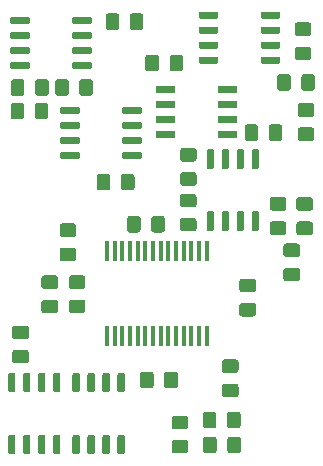
<source format=gbr>
G04 #@! TF.GenerationSoftware,KiCad,Pcbnew,(5.1.5-0-10_14)*
G04 #@! TF.CreationDate,2020-02-14T21:43:51+01:00*
G04 #@! TF.ProjectId,EM7SEG_DRIVER,454d3753-4547-45f4-9452-495645522e6b,rev?*
G04 #@! TF.SameCoordinates,Original*
G04 #@! TF.FileFunction,Paste,Bot*
G04 #@! TF.FilePolarity,Positive*
%FSLAX46Y46*%
G04 Gerber Fmt 4.6, Leading zero omitted, Abs format (unit mm)*
G04 Created by KiCad (PCBNEW (5.1.5-0-10_14)) date 2020-02-14 21:43:51*
%MOMM*%
%LPD*%
G04 APERTURE LIST*
%ADD10C,0.100000*%
%ADD11R,0.450000X1.750000*%
G04 APERTURE END LIST*
D10*
G36*
X34605105Y-41221404D02*
G01*
X34629373Y-41225004D01*
X34653172Y-41230965D01*
X34676271Y-41239230D01*
X34698450Y-41249720D01*
X34719493Y-41262332D01*
X34739199Y-41276947D01*
X34757377Y-41293423D01*
X34773853Y-41311601D01*
X34788468Y-41331307D01*
X34801080Y-41352350D01*
X34811570Y-41374529D01*
X34819835Y-41397628D01*
X34825796Y-41421427D01*
X34829396Y-41445695D01*
X34830600Y-41470199D01*
X34830600Y-42370201D01*
X34829396Y-42394705D01*
X34825796Y-42418973D01*
X34819835Y-42442772D01*
X34811570Y-42465871D01*
X34801080Y-42488050D01*
X34788468Y-42509093D01*
X34773853Y-42528799D01*
X34757377Y-42546977D01*
X34739199Y-42563453D01*
X34719493Y-42578068D01*
X34698450Y-42590680D01*
X34676271Y-42601170D01*
X34653172Y-42609435D01*
X34629373Y-42615396D01*
X34605105Y-42618996D01*
X34580601Y-42620200D01*
X33930599Y-42620200D01*
X33906095Y-42618996D01*
X33881827Y-42615396D01*
X33858028Y-42609435D01*
X33834929Y-42601170D01*
X33812750Y-42590680D01*
X33791707Y-42578068D01*
X33772001Y-42563453D01*
X33753823Y-42546977D01*
X33737347Y-42528799D01*
X33722732Y-42509093D01*
X33710120Y-42488050D01*
X33699630Y-42465871D01*
X33691365Y-42442772D01*
X33685404Y-42418973D01*
X33681804Y-42394705D01*
X33680600Y-42370201D01*
X33680600Y-41470199D01*
X33681804Y-41445695D01*
X33685404Y-41421427D01*
X33691365Y-41397628D01*
X33699630Y-41374529D01*
X33710120Y-41352350D01*
X33722732Y-41331307D01*
X33737347Y-41311601D01*
X33753823Y-41293423D01*
X33772001Y-41276947D01*
X33791707Y-41262332D01*
X33812750Y-41249720D01*
X33834929Y-41239230D01*
X33858028Y-41230965D01*
X33881827Y-41225004D01*
X33906095Y-41221404D01*
X33930599Y-41220200D01*
X34580601Y-41220200D01*
X34605105Y-41221404D01*
G37*
G36*
X36655105Y-41221404D02*
G01*
X36679373Y-41225004D01*
X36703172Y-41230965D01*
X36726271Y-41239230D01*
X36748450Y-41249720D01*
X36769493Y-41262332D01*
X36789199Y-41276947D01*
X36807377Y-41293423D01*
X36823853Y-41311601D01*
X36838468Y-41331307D01*
X36851080Y-41352350D01*
X36861570Y-41374529D01*
X36869835Y-41397628D01*
X36875796Y-41421427D01*
X36879396Y-41445695D01*
X36880600Y-41470199D01*
X36880600Y-42370201D01*
X36879396Y-42394705D01*
X36875796Y-42418973D01*
X36869835Y-42442772D01*
X36861570Y-42465871D01*
X36851080Y-42488050D01*
X36838468Y-42509093D01*
X36823853Y-42528799D01*
X36807377Y-42546977D01*
X36789199Y-42563453D01*
X36769493Y-42578068D01*
X36748450Y-42590680D01*
X36726271Y-42601170D01*
X36703172Y-42609435D01*
X36679373Y-42615396D01*
X36655105Y-42618996D01*
X36630601Y-42620200D01*
X35980599Y-42620200D01*
X35956095Y-42618996D01*
X35931827Y-42615396D01*
X35908028Y-42609435D01*
X35884929Y-42601170D01*
X35862750Y-42590680D01*
X35841707Y-42578068D01*
X35822001Y-42563453D01*
X35803823Y-42546977D01*
X35787347Y-42528799D01*
X35772732Y-42509093D01*
X35760120Y-42488050D01*
X35749630Y-42465871D01*
X35741365Y-42442772D01*
X35735404Y-42418973D01*
X35731804Y-42394705D01*
X35730600Y-42370201D01*
X35730600Y-41470199D01*
X35731804Y-41445695D01*
X35735404Y-41421427D01*
X35741365Y-41397628D01*
X35749630Y-41374529D01*
X35760120Y-41352350D01*
X35772732Y-41331307D01*
X35787347Y-41311601D01*
X35803823Y-41293423D01*
X35822001Y-41276947D01*
X35841707Y-41262332D01*
X35862750Y-41249720D01*
X35884929Y-41239230D01*
X35908028Y-41230965D01*
X35931827Y-41225004D01*
X35956095Y-41221404D01*
X35980599Y-41220200D01*
X36630601Y-41220200D01*
X36655105Y-41221404D01*
G37*
G36*
X41907005Y-41073404D02*
G01*
X41931273Y-41077004D01*
X41955072Y-41082965D01*
X41978171Y-41091230D01*
X42000350Y-41101720D01*
X42021393Y-41114332D01*
X42041099Y-41128947D01*
X42059277Y-41145423D01*
X42075753Y-41163601D01*
X42090368Y-41183307D01*
X42102980Y-41204350D01*
X42113470Y-41226529D01*
X42121735Y-41249628D01*
X42127696Y-41273427D01*
X42131296Y-41297695D01*
X42132500Y-41322199D01*
X42132500Y-41972201D01*
X42131296Y-41996705D01*
X42127696Y-42020973D01*
X42121735Y-42044772D01*
X42113470Y-42067871D01*
X42102980Y-42090050D01*
X42090368Y-42111093D01*
X42075753Y-42130799D01*
X42059277Y-42148977D01*
X42041099Y-42165453D01*
X42021393Y-42180068D01*
X42000350Y-42192680D01*
X41978171Y-42203170D01*
X41955072Y-42211435D01*
X41931273Y-42217396D01*
X41907005Y-42220996D01*
X41882501Y-42222200D01*
X40982499Y-42222200D01*
X40957995Y-42220996D01*
X40933727Y-42217396D01*
X40909928Y-42211435D01*
X40886829Y-42203170D01*
X40864650Y-42192680D01*
X40843607Y-42180068D01*
X40823901Y-42165453D01*
X40805723Y-42148977D01*
X40789247Y-42130799D01*
X40774632Y-42111093D01*
X40762020Y-42090050D01*
X40751530Y-42067871D01*
X40743265Y-42044772D01*
X40737304Y-42020973D01*
X40733704Y-41996705D01*
X40732500Y-41972201D01*
X40732500Y-41322199D01*
X40733704Y-41297695D01*
X40737304Y-41273427D01*
X40743265Y-41249628D01*
X40751530Y-41226529D01*
X40762020Y-41204350D01*
X40774632Y-41183307D01*
X40789247Y-41163601D01*
X40805723Y-41145423D01*
X40823901Y-41128947D01*
X40843607Y-41114332D01*
X40864650Y-41101720D01*
X40886829Y-41091230D01*
X40909928Y-41082965D01*
X40933727Y-41077004D01*
X40957995Y-41073404D01*
X40982499Y-41072200D01*
X41882501Y-41072200D01*
X41907005Y-41073404D01*
G37*
G36*
X41907005Y-39023404D02*
G01*
X41931273Y-39027004D01*
X41955072Y-39032965D01*
X41978171Y-39041230D01*
X42000350Y-39051720D01*
X42021393Y-39064332D01*
X42041099Y-39078947D01*
X42059277Y-39095423D01*
X42075753Y-39113601D01*
X42090368Y-39133307D01*
X42102980Y-39154350D01*
X42113470Y-39176529D01*
X42121735Y-39199628D01*
X42127696Y-39223427D01*
X42131296Y-39247695D01*
X42132500Y-39272199D01*
X42132500Y-39922201D01*
X42131296Y-39946705D01*
X42127696Y-39970973D01*
X42121735Y-39994772D01*
X42113470Y-40017871D01*
X42102980Y-40040050D01*
X42090368Y-40061093D01*
X42075753Y-40080799D01*
X42059277Y-40098977D01*
X42041099Y-40115453D01*
X42021393Y-40130068D01*
X42000350Y-40142680D01*
X41978171Y-40153170D01*
X41955072Y-40161435D01*
X41931273Y-40167396D01*
X41907005Y-40170996D01*
X41882501Y-40172200D01*
X40982499Y-40172200D01*
X40957995Y-40170996D01*
X40933727Y-40167396D01*
X40909928Y-40161435D01*
X40886829Y-40153170D01*
X40864650Y-40142680D01*
X40843607Y-40130068D01*
X40823901Y-40115453D01*
X40805723Y-40098977D01*
X40789247Y-40080799D01*
X40774632Y-40061093D01*
X40762020Y-40040050D01*
X40751530Y-40017871D01*
X40743265Y-39994772D01*
X40737304Y-39970973D01*
X40733704Y-39946705D01*
X40732500Y-39922201D01*
X40732500Y-39272199D01*
X40733704Y-39247695D01*
X40737304Y-39223427D01*
X40743265Y-39199628D01*
X40751530Y-39176529D01*
X40762020Y-39154350D01*
X40774632Y-39133307D01*
X40789247Y-39113601D01*
X40805723Y-39095423D01*
X40823901Y-39078947D01*
X40843607Y-39064332D01*
X40864650Y-39051720D01*
X40886829Y-39041230D01*
X40909928Y-39032965D01*
X40933727Y-39027004D01*
X40957995Y-39023404D01*
X40982499Y-39022200D01*
X41882501Y-39022200D01*
X41907005Y-39023404D01*
G37*
G36*
X27307705Y-35193904D02*
G01*
X27331973Y-35197504D01*
X27355772Y-35203465D01*
X27378871Y-35211730D01*
X27401050Y-35222220D01*
X27422093Y-35234832D01*
X27441799Y-35249447D01*
X27459977Y-35265923D01*
X27476453Y-35284101D01*
X27491068Y-35303807D01*
X27503680Y-35324850D01*
X27514170Y-35347029D01*
X27522435Y-35370128D01*
X27528396Y-35393927D01*
X27531996Y-35418195D01*
X27533200Y-35442699D01*
X27533200Y-36342701D01*
X27531996Y-36367205D01*
X27528396Y-36391473D01*
X27522435Y-36415272D01*
X27514170Y-36438371D01*
X27503680Y-36460550D01*
X27491068Y-36481593D01*
X27476453Y-36501299D01*
X27459977Y-36519477D01*
X27441799Y-36535953D01*
X27422093Y-36550568D01*
X27401050Y-36563180D01*
X27378871Y-36573670D01*
X27355772Y-36581935D01*
X27331973Y-36587896D01*
X27307705Y-36591496D01*
X27283201Y-36592700D01*
X26633199Y-36592700D01*
X26608695Y-36591496D01*
X26584427Y-36587896D01*
X26560628Y-36581935D01*
X26537529Y-36573670D01*
X26515350Y-36563180D01*
X26494307Y-36550568D01*
X26474601Y-36535953D01*
X26456423Y-36519477D01*
X26439947Y-36501299D01*
X26425332Y-36481593D01*
X26412720Y-36460550D01*
X26402230Y-36438371D01*
X26393965Y-36415272D01*
X26388004Y-36391473D01*
X26384404Y-36367205D01*
X26383200Y-36342701D01*
X26383200Y-35442699D01*
X26384404Y-35418195D01*
X26388004Y-35393927D01*
X26393965Y-35370128D01*
X26402230Y-35347029D01*
X26412720Y-35324850D01*
X26425332Y-35303807D01*
X26439947Y-35284101D01*
X26456423Y-35265923D01*
X26474601Y-35249447D01*
X26494307Y-35234832D01*
X26515350Y-35222220D01*
X26537529Y-35211730D01*
X26560628Y-35203465D01*
X26584427Y-35197504D01*
X26608695Y-35193904D01*
X26633199Y-35192700D01*
X27283201Y-35192700D01*
X27307705Y-35193904D01*
G37*
G36*
X29357705Y-35193904D02*
G01*
X29381973Y-35197504D01*
X29405772Y-35203465D01*
X29428871Y-35211730D01*
X29451050Y-35222220D01*
X29472093Y-35234832D01*
X29491799Y-35249447D01*
X29509977Y-35265923D01*
X29526453Y-35284101D01*
X29541068Y-35303807D01*
X29553680Y-35324850D01*
X29564170Y-35347029D01*
X29572435Y-35370128D01*
X29578396Y-35393927D01*
X29581996Y-35418195D01*
X29583200Y-35442699D01*
X29583200Y-36342701D01*
X29581996Y-36367205D01*
X29578396Y-36391473D01*
X29572435Y-36415272D01*
X29564170Y-36438371D01*
X29553680Y-36460550D01*
X29541068Y-36481593D01*
X29526453Y-36501299D01*
X29509977Y-36519477D01*
X29491799Y-36535953D01*
X29472093Y-36550568D01*
X29451050Y-36563180D01*
X29428871Y-36573670D01*
X29405772Y-36581935D01*
X29381973Y-36587896D01*
X29357705Y-36591496D01*
X29333201Y-36592700D01*
X28683199Y-36592700D01*
X28658695Y-36591496D01*
X28634427Y-36587896D01*
X28610628Y-36581935D01*
X28587529Y-36573670D01*
X28565350Y-36563180D01*
X28544307Y-36550568D01*
X28524601Y-36535953D01*
X28506423Y-36519477D01*
X28489947Y-36501299D01*
X28475332Y-36481593D01*
X28462720Y-36460550D01*
X28452230Y-36438371D01*
X28443965Y-36415272D01*
X28438004Y-36391473D01*
X28434404Y-36367205D01*
X28433200Y-36342701D01*
X28433200Y-35442699D01*
X28434404Y-35418195D01*
X28438004Y-35393927D01*
X28443965Y-35370128D01*
X28452230Y-35347029D01*
X28462720Y-35324850D01*
X28475332Y-35303807D01*
X28489947Y-35284101D01*
X28506423Y-35265923D01*
X28524601Y-35249447D01*
X28544307Y-35234832D01*
X28565350Y-35222220D01*
X28587529Y-35211730D01*
X28610628Y-35203465D01*
X28634427Y-35197504D01*
X28658695Y-35193904D01*
X28683199Y-35192700D01*
X29333201Y-35192700D01*
X29357705Y-35193904D01*
G37*
G36*
X31708905Y-47459004D02*
G01*
X31733173Y-47462604D01*
X31756972Y-47468565D01*
X31780071Y-47476830D01*
X31802250Y-47487320D01*
X31823293Y-47499932D01*
X31842999Y-47514547D01*
X31861177Y-47531023D01*
X31877653Y-47549201D01*
X31892268Y-47568907D01*
X31904880Y-47589950D01*
X31915370Y-47612129D01*
X31923635Y-47635228D01*
X31929596Y-47659027D01*
X31933196Y-47683295D01*
X31934400Y-47707799D01*
X31934400Y-48357801D01*
X31933196Y-48382305D01*
X31929596Y-48406573D01*
X31923635Y-48430372D01*
X31915370Y-48453471D01*
X31904880Y-48475650D01*
X31892268Y-48496693D01*
X31877653Y-48516399D01*
X31861177Y-48534577D01*
X31842999Y-48551053D01*
X31823293Y-48565668D01*
X31802250Y-48578280D01*
X31780071Y-48588770D01*
X31756972Y-48597035D01*
X31733173Y-48602996D01*
X31708905Y-48606596D01*
X31684401Y-48607800D01*
X30784399Y-48607800D01*
X30759895Y-48606596D01*
X30735627Y-48602996D01*
X30711828Y-48597035D01*
X30688729Y-48588770D01*
X30666550Y-48578280D01*
X30645507Y-48565668D01*
X30625801Y-48551053D01*
X30607623Y-48534577D01*
X30591147Y-48516399D01*
X30576532Y-48496693D01*
X30563920Y-48475650D01*
X30553430Y-48453471D01*
X30545165Y-48430372D01*
X30539204Y-48406573D01*
X30535604Y-48382305D01*
X30534400Y-48357801D01*
X30534400Y-47707799D01*
X30535604Y-47683295D01*
X30539204Y-47659027D01*
X30545165Y-47635228D01*
X30553430Y-47612129D01*
X30563920Y-47589950D01*
X30576532Y-47568907D01*
X30591147Y-47549201D01*
X30607623Y-47531023D01*
X30625801Y-47514547D01*
X30645507Y-47499932D01*
X30666550Y-47487320D01*
X30688729Y-47476830D01*
X30711828Y-47468565D01*
X30735627Y-47462604D01*
X30759895Y-47459004D01*
X30784399Y-47457800D01*
X31684401Y-47457800D01*
X31708905Y-47459004D01*
G37*
G36*
X31708905Y-45409004D02*
G01*
X31733173Y-45412604D01*
X31756972Y-45418565D01*
X31780071Y-45426830D01*
X31802250Y-45437320D01*
X31823293Y-45449932D01*
X31842999Y-45464547D01*
X31861177Y-45481023D01*
X31877653Y-45499201D01*
X31892268Y-45518907D01*
X31904880Y-45539950D01*
X31915370Y-45562129D01*
X31923635Y-45585228D01*
X31929596Y-45609027D01*
X31933196Y-45633295D01*
X31934400Y-45657799D01*
X31934400Y-46307801D01*
X31933196Y-46332305D01*
X31929596Y-46356573D01*
X31923635Y-46380372D01*
X31915370Y-46403471D01*
X31904880Y-46425650D01*
X31892268Y-46446693D01*
X31877653Y-46466399D01*
X31861177Y-46484577D01*
X31842999Y-46501053D01*
X31823293Y-46515668D01*
X31802250Y-46528280D01*
X31780071Y-46538770D01*
X31756972Y-46547035D01*
X31733173Y-46552996D01*
X31708905Y-46556596D01*
X31684401Y-46557800D01*
X30784399Y-46557800D01*
X30759895Y-46556596D01*
X30735627Y-46552996D01*
X30711828Y-46547035D01*
X30688729Y-46538770D01*
X30666550Y-46528280D01*
X30645507Y-46515668D01*
X30625801Y-46501053D01*
X30607623Y-46484577D01*
X30591147Y-46466399D01*
X30576532Y-46446693D01*
X30563920Y-46425650D01*
X30553430Y-46403471D01*
X30545165Y-46380372D01*
X30539204Y-46356573D01*
X30535604Y-46332305D01*
X30534400Y-46307801D01*
X30534400Y-45657799D01*
X30535604Y-45633295D01*
X30539204Y-45609027D01*
X30545165Y-45585228D01*
X30553430Y-45562129D01*
X30563920Y-45539950D01*
X30576532Y-45518907D01*
X30591147Y-45499201D01*
X30607623Y-45481023D01*
X30625801Y-45464547D01*
X30645507Y-45449932D01*
X30666550Y-45437320D01*
X30688729Y-45426830D01*
X30711828Y-45418565D01*
X30735627Y-45412604D01*
X30759895Y-45409004D01*
X30784399Y-45407800D01*
X31684401Y-45407800D01*
X31708905Y-45409004D01*
G37*
G36*
X30174705Y-49813304D02*
G01*
X30198973Y-49816904D01*
X30222772Y-49822865D01*
X30245871Y-49831130D01*
X30268050Y-49841620D01*
X30289093Y-49854232D01*
X30308799Y-49868847D01*
X30326977Y-49885323D01*
X30343453Y-49903501D01*
X30358068Y-49923207D01*
X30370680Y-49944250D01*
X30381170Y-49966429D01*
X30389435Y-49989528D01*
X30395396Y-50013327D01*
X30398996Y-50037595D01*
X30400200Y-50062099D01*
X30400200Y-50712101D01*
X30398996Y-50736605D01*
X30395396Y-50760873D01*
X30389435Y-50784672D01*
X30381170Y-50807771D01*
X30370680Y-50829950D01*
X30358068Y-50850993D01*
X30343453Y-50870699D01*
X30326977Y-50888877D01*
X30308799Y-50905353D01*
X30289093Y-50919968D01*
X30268050Y-50932580D01*
X30245871Y-50943070D01*
X30222772Y-50951335D01*
X30198973Y-50957296D01*
X30174705Y-50960896D01*
X30150201Y-50962100D01*
X29250199Y-50962100D01*
X29225695Y-50960896D01*
X29201427Y-50957296D01*
X29177628Y-50951335D01*
X29154529Y-50943070D01*
X29132350Y-50932580D01*
X29111307Y-50919968D01*
X29091601Y-50905353D01*
X29073423Y-50888877D01*
X29056947Y-50870699D01*
X29042332Y-50850993D01*
X29029720Y-50829950D01*
X29019230Y-50807771D01*
X29010965Y-50784672D01*
X29005004Y-50760873D01*
X29001404Y-50736605D01*
X29000200Y-50712101D01*
X29000200Y-50062099D01*
X29001404Y-50037595D01*
X29005004Y-50013327D01*
X29010965Y-49989528D01*
X29019230Y-49966429D01*
X29029720Y-49944250D01*
X29042332Y-49923207D01*
X29056947Y-49903501D01*
X29073423Y-49885323D01*
X29091601Y-49868847D01*
X29111307Y-49854232D01*
X29132350Y-49841620D01*
X29154529Y-49831130D01*
X29177628Y-49822865D01*
X29201427Y-49816904D01*
X29225695Y-49813304D01*
X29250199Y-49812100D01*
X30150201Y-49812100D01*
X30174705Y-49813304D01*
G37*
G36*
X30174705Y-51863304D02*
G01*
X30198973Y-51866904D01*
X30222772Y-51872865D01*
X30245871Y-51881130D01*
X30268050Y-51891620D01*
X30289093Y-51904232D01*
X30308799Y-51918847D01*
X30326977Y-51935323D01*
X30343453Y-51953501D01*
X30358068Y-51973207D01*
X30370680Y-51994250D01*
X30381170Y-52016429D01*
X30389435Y-52039528D01*
X30395396Y-52063327D01*
X30398996Y-52087595D01*
X30400200Y-52112099D01*
X30400200Y-52762101D01*
X30398996Y-52786605D01*
X30395396Y-52810873D01*
X30389435Y-52834672D01*
X30381170Y-52857771D01*
X30370680Y-52879950D01*
X30358068Y-52900993D01*
X30343453Y-52920699D01*
X30326977Y-52938877D01*
X30308799Y-52955353D01*
X30289093Y-52969968D01*
X30268050Y-52982580D01*
X30245871Y-52993070D01*
X30222772Y-53001335D01*
X30198973Y-53007296D01*
X30174705Y-53010896D01*
X30150201Y-53012100D01*
X29250199Y-53012100D01*
X29225695Y-53010896D01*
X29201427Y-53007296D01*
X29177628Y-53001335D01*
X29154529Y-52993070D01*
X29132350Y-52982580D01*
X29111307Y-52969968D01*
X29091601Y-52955353D01*
X29073423Y-52938877D01*
X29056947Y-52920699D01*
X29042332Y-52900993D01*
X29029720Y-52879950D01*
X29019230Y-52857771D01*
X29010965Y-52834672D01*
X29005004Y-52810873D01*
X29001404Y-52786605D01*
X29000200Y-52762101D01*
X29000200Y-52112099D01*
X29001404Y-52087595D01*
X29005004Y-52063327D01*
X29010965Y-52039528D01*
X29019230Y-52016429D01*
X29029720Y-51994250D01*
X29042332Y-51973207D01*
X29056947Y-51953501D01*
X29073423Y-51935323D01*
X29091601Y-51918847D01*
X29111307Y-51904232D01*
X29132350Y-51891620D01*
X29154529Y-51881130D01*
X29177628Y-51872865D01*
X29201427Y-51866904D01*
X29225695Y-51863304D01*
X29250199Y-51862100D01*
X30150201Y-51862100D01*
X30174705Y-51863304D01*
G37*
G36*
X40317805Y-57960004D02*
G01*
X40342073Y-57963604D01*
X40365872Y-57969565D01*
X40388971Y-57977830D01*
X40411150Y-57988320D01*
X40432193Y-58000932D01*
X40451899Y-58015547D01*
X40470077Y-58032023D01*
X40486553Y-58050201D01*
X40501168Y-58069907D01*
X40513780Y-58090950D01*
X40524270Y-58113129D01*
X40532535Y-58136228D01*
X40538496Y-58160027D01*
X40542096Y-58184295D01*
X40543300Y-58208799D01*
X40543300Y-59108801D01*
X40542096Y-59133305D01*
X40538496Y-59157573D01*
X40532535Y-59181372D01*
X40524270Y-59204471D01*
X40513780Y-59226650D01*
X40501168Y-59247693D01*
X40486553Y-59267399D01*
X40470077Y-59285577D01*
X40451899Y-59302053D01*
X40432193Y-59316668D01*
X40411150Y-59329280D01*
X40388971Y-59339770D01*
X40365872Y-59348035D01*
X40342073Y-59353996D01*
X40317805Y-59357596D01*
X40293301Y-59358800D01*
X39643299Y-59358800D01*
X39618795Y-59357596D01*
X39594527Y-59353996D01*
X39570728Y-59348035D01*
X39547629Y-59339770D01*
X39525450Y-59329280D01*
X39504407Y-59316668D01*
X39484701Y-59302053D01*
X39466523Y-59285577D01*
X39450047Y-59267399D01*
X39435432Y-59247693D01*
X39422820Y-59226650D01*
X39412330Y-59204471D01*
X39404065Y-59181372D01*
X39398104Y-59157573D01*
X39394504Y-59133305D01*
X39393300Y-59108801D01*
X39393300Y-58208799D01*
X39394504Y-58184295D01*
X39398104Y-58160027D01*
X39404065Y-58136228D01*
X39412330Y-58113129D01*
X39422820Y-58090950D01*
X39435432Y-58069907D01*
X39450047Y-58050201D01*
X39466523Y-58032023D01*
X39484701Y-58015547D01*
X39504407Y-58000932D01*
X39525450Y-57988320D01*
X39547629Y-57977830D01*
X39570728Y-57969565D01*
X39594527Y-57963604D01*
X39618795Y-57960004D01*
X39643299Y-57958800D01*
X40293301Y-57958800D01*
X40317805Y-57960004D01*
G37*
G36*
X38267805Y-57960004D02*
G01*
X38292073Y-57963604D01*
X38315872Y-57969565D01*
X38338971Y-57977830D01*
X38361150Y-57988320D01*
X38382193Y-58000932D01*
X38401899Y-58015547D01*
X38420077Y-58032023D01*
X38436553Y-58050201D01*
X38451168Y-58069907D01*
X38463780Y-58090950D01*
X38474270Y-58113129D01*
X38482535Y-58136228D01*
X38488496Y-58160027D01*
X38492096Y-58184295D01*
X38493300Y-58208799D01*
X38493300Y-59108801D01*
X38492096Y-59133305D01*
X38488496Y-59157573D01*
X38482535Y-59181372D01*
X38474270Y-59204471D01*
X38463780Y-59226650D01*
X38451168Y-59247693D01*
X38436553Y-59267399D01*
X38420077Y-59285577D01*
X38401899Y-59302053D01*
X38382193Y-59316668D01*
X38361150Y-59329280D01*
X38338971Y-59339770D01*
X38315872Y-59348035D01*
X38292073Y-59353996D01*
X38267805Y-59357596D01*
X38243301Y-59358800D01*
X37593299Y-59358800D01*
X37568795Y-59357596D01*
X37544527Y-59353996D01*
X37520728Y-59348035D01*
X37497629Y-59339770D01*
X37475450Y-59329280D01*
X37454407Y-59316668D01*
X37434701Y-59302053D01*
X37416523Y-59285577D01*
X37400047Y-59267399D01*
X37385432Y-59247693D01*
X37372820Y-59226650D01*
X37362330Y-59204471D01*
X37354065Y-59181372D01*
X37348104Y-59157573D01*
X37344504Y-59133305D01*
X37343300Y-59108801D01*
X37343300Y-58208799D01*
X37344504Y-58184295D01*
X37348104Y-58160027D01*
X37354065Y-58136228D01*
X37362330Y-58113129D01*
X37372820Y-58090950D01*
X37385432Y-58069907D01*
X37400047Y-58050201D01*
X37416523Y-58032023D01*
X37434701Y-58015547D01*
X37454407Y-58000932D01*
X37475450Y-57988320D01*
X37497629Y-57977830D01*
X37520728Y-57969565D01*
X37544527Y-57963604D01*
X37568795Y-57960004D01*
X37593299Y-57958800D01*
X38243301Y-57958800D01*
X38267805Y-57960004D01*
G37*
G36*
X51933205Y-32775904D02*
G01*
X51957473Y-32779504D01*
X51981272Y-32785465D01*
X52004371Y-32793730D01*
X52026550Y-32804220D01*
X52047593Y-32816832D01*
X52067299Y-32831447D01*
X52085477Y-32847923D01*
X52101953Y-32866101D01*
X52116568Y-32885807D01*
X52129180Y-32906850D01*
X52139670Y-32929029D01*
X52147935Y-32952128D01*
X52153896Y-32975927D01*
X52157496Y-33000195D01*
X52158700Y-33024699D01*
X52158700Y-33924701D01*
X52157496Y-33949205D01*
X52153896Y-33973473D01*
X52147935Y-33997272D01*
X52139670Y-34020371D01*
X52129180Y-34042550D01*
X52116568Y-34063593D01*
X52101953Y-34083299D01*
X52085477Y-34101477D01*
X52067299Y-34117953D01*
X52047593Y-34132568D01*
X52026550Y-34145180D01*
X52004371Y-34155670D01*
X51981272Y-34163935D01*
X51957473Y-34169896D01*
X51933205Y-34173496D01*
X51908701Y-34174700D01*
X51258699Y-34174700D01*
X51234195Y-34173496D01*
X51209927Y-34169896D01*
X51186128Y-34163935D01*
X51163029Y-34155670D01*
X51140850Y-34145180D01*
X51119807Y-34132568D01*
X51100101Y-34117953D01*
X51081923Y-34101477D01*
X51065447Y-34083299D01*
X51050832Y-34063593D01*
X51038220Y-34042550D01*
X51027730Y-34020371D01*
X51019465Y-33997272D01*
X51013504Y-33973473D01*
X51009904Y-33949205D01*
X51008700Y-33924701D01*
X51008700Y-33024699D01*
X51009904Y-33000195D01*
X51013504Y-32975927D01*
X51019465Y-32952128D01*
X51027730Y-32929029D01*
X51038220Y-32906850D01*
X51050832Y-32885807D01*
X51065447Y-32866101D01*
X51081923Y-32847923D01*
X51100101Y-32831447D01*
X51119807Y-32816832D01*
X51140850Y-32804220D01*
X51163029Y-32793730D01*
X51186128Y-32785465D01*
X51209927Y-32779504D01*
X51234195Y-32775904D01*
X51258699Y-32774700D01*
X51908701Y-32774700D01*
X51933205Y-32775904D01*
G37*
G36*
X49883205Y-32775904D02*
G01*
X49907473Y-32779504D01*
X49931272Y-32785465D01*
X49954371Y-32793730D01*
X49976550Y-32804220D01*
X49997593Y-32816832D01*
X50017299Y-32831447D01*
X50035477Y-32847923D01*
X50051953Y-32866101D01*
X50066568Y-32885807D01*
X50079180Y-32906850D01*
X50089670Y-32929029D01*
X50097935Y-32952128D01*
X50103896Y-32975927D01*
X50107496Y-33000195D01*
X50108700Y-33024699D01*
X50108700Y-33924701D01*
X50107496Y-33949205D01*
X50103896Y-33973473D01*
X50097935Y-33997272D01*
X50089670Y-34020371D01*
X50079180Y-34042550D01*
X50066568Y-34063593D01*
X50051953Y-34083299D01*
X50035477Y-34101477D01*
X50017299Y-34117953D01*
X49997593Y-34132568D01*
X49976550Y-34145180D01*
X49954371Y-34155670D01*
X49931272Y-34163935D01*
X49907473Y-34169896D01*
X49883205Y-34173496D01*
X49858701Y-34174700D01*
X49208699Y-34174700D01*
X49184195Y-34173496D01*
X49159927Y-34169896D01*
X49136128Y-34163935D01*
X49113029Y-34155670D01*
X49090850Y-34145180D01*
X49069807Y-34132568D01*
X49050101Y-34117953D01*
X49031923Y-34101477D01*
X49015447Y-34083299D01*
X49000832Y-34063593D01*
X48988220Y-34042550D01*
X48977730Y-34020371D01*
X48969465Y-33997272D01*
X48963504Y-33973473D01*
X48959904Y-33949205D01*
X48958700Y-33924701D01*
X48958700Y-33024699D01*
X48959904Y-33000195D01*
X48963504Y-32975927D01*
X48969465Y-32952128D01*
X48977730Y-32929029D01*
X48988220Y-32906850D01*
X49000832Y-32885807D01*
X49015447Y-32866101D01*
X49031923Y-32847923D01*
X49050101Y-32831447D01*
X49069807Y-32816832D01*
X49090850Y-32804220D01*
X49113029Y-32793730D01*
X49136128Y-32785465D01*
X49159927Y-32779504D01*
X49184195Y-32775904D01*
X49208699Y-32774700D01*
X49858701Y-32774700D01*
X49883205Y-32775904D01*
G37*
G36*
X41188205Y-63737804D02*
G01*
X41212473Y-63741404D01*
X41236272Y-63747365D01*
X41259371Y-63755630D01*
X41281550Y-63766120D01*
X41302593Y-63778732D01*
X41322299Y-63793347D01*
X41340477Y-63809823D01*
X41356953Y-63828001D01*
X41371568Y-63847707D01*
X41384180Y-63868750D01*
X41394670Y-63890929D01*
X41402935Y-63914028D01*
X41408896Y-63937827D01*
X41412496Y-63962095D01*
X41413700Y-63986599D01*
X41413700Y-64636601D01*
X41412496Y-64661105D01*
X41408896Y-64685373D01*
X41402935Y-64709172D01*
X41394670Y-64732271D01*
X41384180Y-64754450D01*
X41371568Y-64775493D01*
X41356953Y-64795199D01*
X41340477Y-64813377D01*
X41322299Y-64829853D01*
X41302593Y-64844468D01*
X41281550Y-64857080D01*
X41259371Y-64867570D01*
X41236272Y-64875835D01*
X41212473Y-64881796D01*
X41188205Y-64885396D01*
X41163701Y-64886600D01*
X40263699Y-64886600D01*
X40239195Y-64885396D01*
X40214927Y-64881796D01*
X40191128Y-64875835D01*
X40168029Y-64867570D01*
X40145850Y-64857080D01*
X40124807Y-64844468D01*
X40105101Y-64829853D01*
X40086923Y-64813377D01*
X40070447Y-64795199D01*
X40055832Y-64775493D01*
X40043220Y-64754450D01*
X40032730Y-64732271D01*
X40024465Y-64709172D01*
X40018504Y-64685373D01*
X40014904Y-64661105D01*
X40013700Y-64636601D01*
X40013700Y-63986599D01*
X40014904Y-63962095D01*
X40018504Y-63937827D01*
X40024465Y-63914028D01*
X40032730Y-63890929D01*
X40043220Y-63868750D01*
X40055832Y-63847707D01*
X40070447Y-63828001D01*
X40086923Y-63809823D01*
X40105101Y-63793347D01*
X40124807Y-63778732D01*
X40145850Y-63766120D01*
X40168029Y-63755630D01*
X40191128Y-63747365D01*
X40214927Y-63741404D01*
X40239195Y-63737804D01*
X40263699Y-63736600D01*
X41163701Y-63736600D01*
X41188205Y-63737804D01*
G37*
G36*
X41188205Y-61687804D02*
G01*
X41212473Y-61691404D01*
X41236272Y-61697365D01*
X41259371Y-61705630D01*
X41281550Y-61716120D01*
X41302593Y-61728732D01*
X41322299Y-61743347D01*
X41340477Y-61759823D01*
X41356953Y-61778001D01*
X41371568Y-61797707D01*
X41384180Y-61818750D01*
X41394670Y-61840929D01*
X41402935Y-61864028D01*
X41408896Y-61887827D01*
X41412496Y-61912095D01*
X41413700Y-61936599D01*
X41413700Y-62586601D01*
X41412496Y-62611105D01*
X41408896Y-62635373D01*
X41402935Y-62659172D01*
X41394670Y-62682271D01*
X41384180Y-62704450D01*
X41371568Y-62725493D01*
X41356953Y-62745199D01*
X41340477Y-62763377D01*
X41322299Y-62779853D01*
X41302593Y-62794468D01*
X41281550Y-62807080D01*
X41259371Y-62817570D01*
X41236272Y-62825835D01*
X41212473Y-62831796D01*
X41188205Y-62835396D01*
X41163701Y-62836600D01*
X40263699Y-62836600D01*
X40239195Y-62835396D01*
X40214927Y-62831796D01*
X40191128Y-62825835D01*
X40168029Y-62817570D01*
X40145850Y-62807080D01*
X40124807Y-62794468D01*
X40105101Y-62779853D01*
X40086923Y-62763377D01*
X40070447Y-62745199D01*
X40055832Y-62725493D01*
X40043220Y-62704450D01*
X40032730Y-62682271D01*
X40024465Y-62659172D01*
X40018504Y-62635373D01*
X40014904Y-62611105D01*
X40013700Y-62586601D01*
X40013700Y-61936599D01*
X40014904Y-61912095D01*
X40018504Y-61887827D01*
X40024465Y-61864028D01*
X40032730Y-61840929D01*
X40043220Y-61818750D01*
X40055832Y-61797707D01*
X40070447Y-61778001D01*
X40086923Y-61759823D01*
X40105101Y-61743347D01*
X40124807Y-61728732D01*
X40145850Y-61716120D01*
X40168029Y-61705630D01*
X40191128Y-61697365D01*
X40214927Y-61691404D01*
X40239195Y-61687804D01*
X40263699Y-61686600D01*
X41163701Y-61686600D01*
X41188205Y-61687804D01*
G37*
G36*
X49172205Y-37017704D02*
G01*
X49196473Y-37021304D01*
X49220272Y-37027265D01*
X49243371Y-37035530D01*
X49265550Y-37046020D01*
X49286593Y-37058632D01*
X49306299Y-37073247D01*
X49324477Y-37089723D01*
X49340953Y-37107901D01*
X49355568Y-37127607D01*
X49368180Y-37148650D01*
X49378670Y-37170829D01*
X49386935Y-37193928D01*
X49392896Y-37217727D01*
X49396496Y-37241995D01*
X49397700Y-37266499D01*
X49397700Y-38166501D01*
X49396496Y-38191005D01*
X49392896Y-38215273D01*
X49386935Y-38239072D01*
X49378670Y-38262171D01*
X49368180Y-38284350D01*
X49355568Y-38305393D01*
X49340953Y-38325099D01*
X49324477Y-38343277D01*
X49306299Y-38359753D01*
X49286593Y-38374368D01*
X49265550Y-38386980D01*
X49243371Y-38397470D01*
X49220272Y-38405735D01*
X49196473Y-38411696D01*
X49172205Y-38415296D01*
X49147701Y-38416500D01*
X48497699Y-38416500D01*
X48473195Y-38415296D01*
X48448927Y-38411696D01*
X48425128Y-38405735D01*
X48402029Y-38397470D01*
X48379850Y-38386980D01*
X48358807Y-38374368D01*
X48339101Y-38359753D01*
X48320923Y-38343277D01*
X48304447Y-38325099D01*
X48289832Y-38305393D01*
X48277220Y-38284350D01*
X48266730Y-38262171D01*
X48258465Y-38239072D01*
X48252504Y-38215273D01*
X48248904Y-38191005D01*
X48247700Y-38166501D01*
X48247700Y-37266499D01*
X48248904Y-37241995D01*
X48252504Y-37217727D01*
X48258465Y-37193928D01*
X48266730Y-37170829D01*
X48277220Y-37148650D01*
X48289832Y-37127607D01*
X48304447Y-37107901D01*
X48320923Y-37089723D01*
X48339101Y-37073247D01*
X48358807Y-37058632D01*
X48379850Y-37046020D01*
X48402029Y-37035530D01*
X48425128Y-37027265D01*
X48448927Y-37021304D01*
X48473195Y-37017704D01*
X48497699Y-37016500D01*
X49147701Y-37016500D01*
X49172205Y-37017704D01*
G37*
G36*
X47122205Y-37017704D02*
G01*
X47146473Y-37021304D01*
X47170272Y-37027265D01*
X47193371Y-37035530D01*
X47215550Y-37046020D01*
X47236593Y-37058632D01*
X47256299Y-37073247D01*
X47274477Y-37089723D01*
X47290953Y-37107901D01*
X47305568Y-37127607D01*
X47318180Y-37148650D01*
X47328670Y-37170829D01*
X47336935Y-37193928D01*
X47342896Y-37217727D01*
X47346496Y-37241995D01*
X47347700Y-37266499D01*
X47347700Y-38166501D01*
X47346496Y-38191005D01*
X47342896Y-38215273D01*
X47336935Y-38239072D01*
X47328670Y-38262171D01*
X47318180Y-38284350D01*
X47305568Y-38305393D01*
X47290953Y-38325099D01*
X47274477Y-38343277D01*
X47256299Y-38359753D01*
X47236593Y-38374368D01*
X47215550Y-38386980D01*
X47193371Y-38397470D01*
X47170272Y-38405735D01*
X47146473Y-38411696D01*
X47122205Y-38415296D01*
X47097701Y-38416500D01*
X46447699Y-38416500D01*
X46423195Y-38415296D01*
X46398927Y-38411696D01*
X46375128Y-38405735D01*
X46352029Y-38397470D01*
X46329850Y-38386980D01*
X46308807Y-38374368D01*
X46289101Y-38359753D01*
X46270923Y-38343277D01*
X46254447Y-38325099D01*
X46239832Y-38305393D01*
X46227220Y-38284350D01*
X46216730Y-38262171D01*
X46208465Y-38239072D01*
X46202504Y-38215273D01*
X46198904Y-38191005D01*
X46197700Y-38166501D01*
X46197700Y-37266499D01*
X46198904Y-37241995D01*
X46202504Y-37217727D01*
X46208465Y-37193928D01*
X46216730Y-37170829D01*
X46227220Y-37148650D01*
X46239832Y-37127607D01*
X46254447Y-37107901D01*
X46270923Y-37089723D01*
X46289101Y-37073247D01*
X46308807Y-37058632D01*
X46329850Y-37046020D01*
X46352029Y-37035530D01*
X46375128Y-37027265D01*
X46398927Y-37021304D01*
X46423195Y-37017704D01*
X46447699Y-37016500D01*
X47097701Y-37016500D01*
X47122205Y-37017704D01*
G37*
G36*
X41901905Y-44939304D02*
G01*
X41926173Y-44942904D01*
X41949972Y-44948865D01*
X41973071Y-44957130D01*
X41995250Y-44967620D01*
X42016293Y-44980232D01*
X42035999Y-44994847D01*
X42054177Y-45011323D01*
X42070653Y-45029501D01*
X42085268Y-45049207D01*
X42097880Y-45070250D01*
X42108370Y-45092429D01*
X42116635Y-45115528D01*
X42122596Y-45139327D01*
X42126196Y-45163595D01*
X42127400Y-45188099D01*
X42127400Y-45838101D01*
X42126196Y-45862605D01*
X42122596Y-45886873D01*
X42116635Y-45910672D01*
X42108370Y-45933771D01*
X42097880Y-45955950D01*
X42085268Y-45976993D01*
X42070653Y-45996699D01*
X42054177Y-46014877D01*
X42035999Y-46031353D01*
X42016293Y-46045968D01*
X41995250Y-46058580D01*
X41973071Y-46069070D01*
X41949972Y-46077335D01*
X41926173Y-46083296D01*
X41901905Y-46086896D01*
X41877401Y-46088100D01*
X40977399Y-46088100D01*
X40952895Y-46086896D01*
X40928627Y-46083296D01*
X40904828Y-46077335D01*
X40881729Y-46069070D01*
X40859550Y-46058580D01*
X40838507Y-46045968D01*
X40818801Y-46031353D01*
X40800623Y-46014877D01*
X40784147Y-45996699D01*
X40769532Y-45976993D01*
X40756920Y-45955950D01*
X40746430Y-45933771D01*
X40738165Y-45910672D01*
X40732204Y-45886873D01*
X40728604Y-45862605D01*
X40727400Y-45838101D01*
X40727400Y-45188099D01*
X40728604Y-45163595D01*
X40732204Y-45139327D01*
X40738165Y-45115528D01*
X40746430Y-45092429D01*
X40756920Y-45070250D01*
X40769532Y-45049207D01*
X40784147Y-45029501D01*
X40800623Y-45011323D01*
X40818801Y-44994847D01*
X40838507Y-44980232D01*
X40859550Y-44967620D01*
X40881729Y-44957130D01*
X40904828Y-44948865D01*
X40928627Y-44942904D01*
X40952895Y-44939304D01*
X40977399Y-44938100D01*
X41877401Y-44938100D01*
X41901905Y-44939304D01*
G37*
G36*
X41901905Y-42889304D02*
G01*
X41926173Y-42892904D01*
X41949972Y-42898865D01*
X41973071Y-42907130D01*
X41995250Y-42917620D01*
X42016293Y-42930232D01*
X42035999Y-42944847D01*
X42054177Y-42961323D01*
X42070653Y-42979501D01*
X42085268Y-42999207D01*
X42097880Y-43020250D01*
X42108370Y-43042429D01*
X42116635Y-43065528D01*
X42122596Y-43089327D01*
X42126196Y-43113595D01*
X42127400Y-43138099D01*
X42127400Y-43788101D01*
X42126196Y-43812605D01*
X42122596Y-43836873D01*
X42116635Y-43860672D01*
X42108370Y-43883771D01*
X42097880Y-43905950D01*
X42085268Y-43926993D01*
X42070653Y-43946699D01*
X42054177Y-43964877D01*
X42035999Y-43981353D01*
X42016293Y-43995968D01*
X41995250Y-44008580D01*
X41973071Y-44019070D01*
X41949972Y-44027335D01*
X41926173Y-44033296D01*
X41901905Y-44036896D01*
X41877401Y-44038100D01*
X40977399Y-44038100D01*
X40952895Y-44036896D01*
X40928627Y-44033296D01*
X40904828Y-44027335D01*
X40881729Y-44019070D01*
X40859550Y-44008580D01*
X40838507Y-43995968D01*
X40818801Y-43981353D01*
X40800623Y-43964877D01*
X40784147Y-43946699D01*
X40769532Y-43926993D01*
X40756920Y-43905950D01*
X40746430Y-43883771D01*
X40738165Y-43860672D01*
X40732204Y-43836873D01*
X40728604Y-43812605D01*
X40727400Y-43788101D01*
X40727400Y-43138099D01*
X40728604Y-43113595D01*
X40732204Y-43089327D01*
X40738165Y-43065528D01*
X40746430Y-43042429D01*
X40756920Y-43020250D01*
X40769532Y-42999207D01*
X40784147Y-42979501D01*
X40800623Y-42961323D01*
X40818801Y-42944847D01*
X40838507Y-42930232D01*
X40859550Y-42917620D01*
X40881729Y-42907130D01*
X40904828Y-42898865D01*
X40928627Y-42892904D01*
X40952895Y-42889304D01*
X40977399Y-42888100D01*
X41877401Y-42888100D01*
X41901905Y-42889304D01*
G37*
G36*
X35354405Y-27624304D02*
G01*
X35378673Y-27627904D01*
X35402472Y-27633865D01*
X35425571Y-27642130D01*
X35447750Y-27652620D01*
X35468793Y-27665232D01*
X35488499Y-27679847D01*
X35506677Y-27696323D01*
X35523153Y-27714501D01*
X35537768Y-27734207D01*
X35550380Y-27755250D01*
X35560870Y-27777429D01*
X35569135Y-27800528D01*
X35575096Y-27824327D01*
X35578696Y-27848595D01*
X35579900Y-27873099D01*
X35579900Y-28773101D01*
X35578696Y-28797605D01*
X35575096Y-28821873D01*
X35569135Y-28845672D01*
X35560870Y-28868771D01*
X35550380Y-28890950D01*
X35537768Y-28911993D01*
X35523153Y-28931699D01*
X35506677Y-28949877D01*
X35488499Y-28966353D01*
X35468793Y-28980968D01*
X35447750Y-28993580D01*
X35425571Y-29004070D01*
X35402472Y-29012335D01*
X35378673Y-29018296D01*
X35354405Y-29021896D01*
X35329901Y-29023100D01*
X34679899Y-29023100D01*
X34655395Y-29021896D01*
X34631127Y-29018296D01*
X34607328Y-29012335D01*
X34584229Y-29004070D01*
X34562050Y-28993580D01*
X34541007Y-28980968D01*
X34521301Y-28966353D01*
X34503123Y-28949877D01*
X34486647Y-28931699D01*
X34472032Y-28911993D01*
X34459420Y-28890950D01*
X34448930Y-28868771D01*
X34440665Y-28845672D01*
X34434704Y-28821873D01*
X34431104Y-28797605D01*
X34429900Y-28773101D01*
X34429900Y-27873099D01*
X34431104Y-27848595D01*
X34434704Y-27824327D01*
X34440665Y-27800528D01*
X34448930Y-27777429D01*
X34459420Y-27755250D01*
X34472032Y-27734207D01*
X34486647Y-27714501D01*
X34503123Y-27696323D01*
X34521301Y-27679847D01*
X34541007Y-27665232D01*
X34562050Y-27652620D01*
X34584229Y-27642130D01*
X34607328Y-27633865D01*
X34631127Y-27627904D01*
X34655395Y-27624304D01*
X34679899Y-27623100D01*
X35329901Y-27623100D01*
X35354405Y-27624304D01*
G37*
G36*
X37404405Y-27624304D02*
G01*
X37428673Y-27627904D01*
X37452472Y-27633865D01*
X37475571Y-27642130D01*
X37497750Y-27652620D01*
X37518793Y-27665232D01*
X37538499Y-27679847D01*
X37556677Y-27696323D01*
X37573153Y-27714501D01*
X37587768Y-27734207D01*
X37600380Y-27755250D01*
X37610870Y-27777429D01*
X37619135Y-27800528D01*
X37625096Y-27824327D01*
X37628696Y-27848595D01*
X37629900Y-27873099D01*
X37629900Y-28773101D01*
X37628696Y-28797605D01*
X37625096Y-28821873D01*
X37619135Y-28845672D01*
X37610870Y-28868771D01*
X37600380Y-28890950D01*
X37587768Y-28911993D01*
X37573153Y-28931699D01*
X37556677Y-28949877D01*
X37538499Y-28966353D01*
X37518793Y-28980968D01*
X37497750Y-28993580D01*
X37475571Y-29004070D01*
X37452472Y-29012335D01*
X37428673Y-29018296D01*
X37404405Y-29021896D01*
X37379901Y-29023100D01*
X36729899Y-29023100D01*
X36705395Y-29021896D01*
X36681127Y-29018296D01*
X36657328Y-29012335D01*
X36634229Y-29004070D01*
X36612050Y-28993580D01*
X36591007Y-28980968D01*
X36571301Y-28966353D01*
X36553123Y-28949877D01*
X36536647Y-28931699D01*
X36522032Y-28911993D01*
X36509420Y-28890950D01*
X36498930Y-28868771D01*
X36490665Y-28845672D01*
X36484704Y-28821873D01*
X36481104Y-28797605D01*
X36479900Y-28773101D01*
X36479900Y-27873099D01*
X36481104Y-27848595D01*
X36484704Y-27824327D01*
X36490665Y-27800528D01*
X36498930Y-27777429D01*
X36509420Y-27755250D01*
X36522032Y-27734207D01*
X36536647Y-27714501D01*
X36553123Y-27696323D01*
X36571301Y-27679847D01*
X36591007Y-27665232D01*
X36612050Y-27652620D01*
X36634229Y-27642130D01*
X36657328Y-27633865D01*
X36681127Y-27627904D01*
X36705395Y-27624304D01*
X36729899Y-27623100D01*
X37379901Y-27623100D01*
X37404405Y-27624304D01*
G37*
G36*
X38719905Y-31132504D02*
G01*
X38744173Y-31136104D01*
X38767972Y-31142065D01*
X38791071Y-31150330D01*
X38813250Y-31160820D01*
X38834293Y-31173432D01*
X38853999Y-31188047D01*
X38872177Y-31204523D01*
X38888653Y-31222701D01*
X38903268Y-31242407D01*
X38915880Y-31263450D01*
X38926370Y-31285629D01*
X38934635Y-31308728D01*
X38940596Y-31332527D01*
X38944196Y-31356795D01*
X38945400Y-31381299D01*
X38945400Y-32281301D01*
X38944196Y-32305805D01*
X38940596Y-32330073D01*
X38934635Y-32353872D01*
X38926370Y-32376971D01*
X38915880Y-32399150D01*
X38903268Y-32420193D01*
X38888653Y-32439899D01*
X38872177Y-32458077D01*
X38853999Y-32474553D01*
X38834293Y-32489168D01*
X38813250Y-32501780D01*
X38791071Y-32512270D01*
X38767972Y-32520535D01*
X38744173Y-32526496D01*
X38719905Y-32530096D01*
X38695401Y-32531300D01*
X38045399Y-32531300D01*
X38020895Y-32530096D01*
X37996627Y-32526496D01*
X37972828Y-32520535D01*
X37949729Y-32512270D01*
X37927550Y-32501780D01*
X37906507Y-32489168D01*
X37886801Y-32474553D01*
X37868623Y-32458077D01*
X37852147Y-32439899D01*
X37837532Y-32420193D01*
X37824920Y-32399150D01*
X37814430Y-32376971D01*
X37806165Y-32353872D01*
X37800204Y-32330073D01*
X37796604Y-32305805D01*
X37795400Y-32281301D01*
X37795400Y-31381299D01*
X37796604Y-31356795D01*
X37800204Y-31332527D01*
X37806165Y-31308728D01*
X37814430Y-31285629D01*
X37824920Y-31263450D01*
X37837532Y-31242407D01*
X37852147Y-31222701D01*
X37868623Y-31204523D01*
X37886801Y-31188047D01*
X37906507Y-31173432D01*
X37927550Y-31160820D01*
X37949729Y-31150330D01*
X37972828Y-31142065D01*
X37996627Y-31136104D01*
X38020895Y-31132504D01*
X38045399Y-31131300D01*
X38695401Y-31131300D01*
X38719905Y-31132504D01*
G37*
G36*
X40769905Y-31132504D02*
G01*
X40794173Y-31136104D01*
X40817972Y-31142065D01*
X40841071Y-31150330D01*
X40863250Y-31160820D01*
X40884293Y-31173432D01*
X40903999Y-31188047D01*
X40922177Y-31204523D01*
X40938653Y-31222701D01*
X40953268Y-31242407D01*
X40965880Y-31263450D01*
X40976370Y-31285629D01*
X40984635Y-31308728D01*
X40990596Y-31332527D01*
X40994196Y-31356795D01*
X40995400Y-31381299D01*
X40995400Y-32281301D01*
X40994196Y-32305805D01*
X40990596Y-32330073D01*
X40984635Y-32353872D01*
X40976370Y-32376971D01*
X40965880Y-32399150D01*
X40953268Y-32420193D01*
X40938653Y-32439899D01*
X40922177Y-32458077D01*
X40903999Y-32474553D01*
X40884293Y-32489168D01*
X40863250Y-32501780D01*
X40841071Y-32512270D01*
X40817972Y-32520535D01*
X40794173Y-32526496D01*
X40769905Y-32530096D01*
X40745401Y-32531300D01*
X40095399Y-32531300D01*
X40070895Y-32530096D01*
X40046627Y-32526496D01*
X40022828Y-32520535D01*
X39999729Y-32512270D01*
X39977550Y-32501780D01*
X39956507Y-32489168D01*
X39936801Y-32474553D01*
X39918623Y-32458077D01*
X39902147Y-32439899D01*
X39887532Y-32420193D01*
X39874920Y-32399150D01*
X39864430Y-32376971D01*
X39856165Y-32353872D01*
X39850204Y-32330073D01*
X39846604Y-32305805D01*
X39845400Y-32281301D01*
X39845400Y-31381299D01*
X39846604Y-31356795D01*
X39850204Y-31332527D01*
X39856165Y-31308728D01*
X39864430Y-31285629D01*
X39874920Y-31263450D01*
X39887532Y-31242407D01*
X39902147Y-31222701D01*
X39918623Y-31204523D01*
X39936801Y-31188047D01*
X39956507Y-31173432D01*
X39977550Y-31160820D01*
X39999729Y-31150330D01*
X40022828Y-31142065D01*
X40046627Y-31136104D01*
X40070895Y-31132504D01*
X40095399Y-31131300D01*
X40745401Y-31131300D01*
X40769905Y-31132504D01*
G37*
G36*
X31079605Y-33202604D02*
G01*
X31103873Y-33206204D01*
X31127672Y-33212165D01*
X31150771Y-33220430D01*
X31172950Y-33230920D01*
X31193993Y-33243532D01*
X31213699Y-33258147D01*
X31231877Y-33274623D01*
X31248353Y-33292801D01*
X31262968Y-33312507D01*
X31275580Y-33333550D01*
X31286070Y-33355729D01*
X31294335Y-33378828D01*
X31300296Y-33402627D01*
X31303896Y-33426895D01*
X31305100Y-33451399D01*
X31305100Y-34351401D01*
X31303896Y-34375905D01*
X31300296Y-34400173D01*
X31294335Y-34423972D01*
X31286070Y-34447071D01*
X31275580Y-34469250D01*
X31262968Y-34490293D01*
X31248353Y-34509999D01*
X31231877Y-34528177D01*
X31213699Y-34544653D01*
X31193993Y-34559268D01*
X31172950Y-34571880D01*
X31150771Y-34582370D01*
X31127672Y-34590635D01*
X31103873Y-34596596D01*
X31079605Y-34600196D01*
X31055101Y-34601400D01*
X30405099Y-34601400D01*
X30380595Y-34600196D01*
X30356327Y-34596596D01*
X30332528Y-34590635D01*
X30309429Y-34582370D01*
X30287250Y-34571880D01*
X30266207Y-34559268D01*
X30246501Y-34544653D01*
X30228323Y-34528177D01*
X30211847Y-34509999D01*
X30197232Y-34490293D01*
X30184620Y-34469250D01*
X30174130Y-34447071D01*
X30165865Y-34423972D01*
X30159904Y-34400173D01*
X30156304Y-34375905D01*
X30155100Y-34351401D01*
X30155100Y-33451399D01*
X30156304Y-33426895D01*
X30159904Y-33402627D01*
X30165865Y-33378828D01*
X30174130Y-33355729D01*
X30184620Y-33333550D01*
X30197232Y-33312507D01*
X30211847Y-33292801D01*
X30228323Y-33274623D01*
X30246501Y-33258147D01*
X30266207Y-33243532D01*
X30287250Y-33230920D01*
X30309429Y-33220430D01*
X30332528Y-33212165D01*
X30356327Y-33206204D01*
X30380595Y-33202604D01*
X30405099Y-33201400D01*
X31055101Y-33201400D01*
X31079605Y-33202604D01*
G37*
G36*
X33129605Y-33202604D02*
G01*
X33153873Y-33206204D01*
X33177672Y-33212165D01*
X33200771Y-33220430D01*
X33222950Y-33230920D01*
X33243993Y-33243532D01*
X33263699Y-33258147D01*
X33281877Y-33274623D01*
X33298353Y-33292801D01*
X33312968Y-33312507D01*
X33325580Y-33333550D01*
X33336070Y-33355729D01*
X33344335Y-33378828D01*
X33350296Y-33402627D01*
X33353896Y-33426895D01*
X33355100Y-33451399D01*
X33355100Y-34351401D01*
X33353896Y-34375905D01*
X33350296Y-34400173D01*
X33344335Y-34423972D01*
X33336070Y-34447071D01*
X33325580Y-34469250D01*
X33312968Y-34490293D01*
X33298353Y-34509999D01*
X33281877Y-34528177D01*
X33263699Y-34544653D01*
X33243993Y-34559268D01*
X33222950Y-34571880D01*
X33200771Y-34582370D01*
X33177672Y-34590635D01*
X33153873Y-34596596D01*
X33129605Y-34600196D01*
X33105101Y-34601400D01*
X32455099Y-34601400D01*
X32430595Y-34600196D01*
X32406327Y-34596596D01*
X32382528Y-34590635D01*
X32359429Y-34582370D01*
X32337250Y-34571880D01*
X32316207Y-34559268D01*
X32296501Y-34544653D01*
X32278323Y-34528177D01*
X32261847Y-34509999D01*
X32247232Y-34490293D01*
X32234620Y-34469250D01*
X32224130Y-34447071D01*
X32215865Y-34423972D01*
X32209904Y-34400173D01*
X32206304Y-34375905D01*
X32205100Y-34351401D01*
X32205100Y-33451399D01*
X32206304Y-33426895D01*
X32209904Y-33402627D01*
X32215865Y-33378828D01*
X32224130Y-33355729D01*
X32234620Y-33333550D01*
X32247232Y-33312507D01*
X32261847Y-33292801D01*
X32278323Y-33274623D01*
X32296501Y-33258147D01*
X32316207Y-33243532D01*
X32337250Y-33230920D01*
X32359429Y-33220430D01*
X32382528Y-33212165D01*
X32406327Y-33206204D01*
X32430595Y-33202604D01*
X32455099Y-33201400D01*
X33105101Y-33201400D01*
X33129605Y-33202604D01*
G37*
G36*
X29388205Y-33202604D02*
G01*
X29412473Y-33206204D01*
X29436272Y-33212165D01*
X29459371Y-33220430D01*
X29481550Y-33230920D01*
X29502593Y-33243532D01*
X29522299Y-33258147D01*
X29540477Y-33274623D01*
X29556953Y-33292801D01*
X29571568Y-33312507D01*
X29584180Y-33333550D01*
X29594670Y-33355729D01*
X29602935Y-33378828D01*
X29608896Y-33402627D01*
X29612496Y-33426895D01*
X29613700Y-33451399D01*
X29613700Y-34351401D01*
X29612496Y-34375905D01*
X29608896Y-34400173D01*
X29602935Y-34423972D01*
X29594670Y-34447071D01*
X29584180Y-34469250D01*
X29571568Y-34490293D01*
X29556953Y-34509999D01*
X29540477Y-34528177D01*
X29522299Y-34544653D01*
X29502593Y-34559268D01*
X29481550Y-34571880D01*
X29459371Y-34582370D01*
X29436272Y-34590635D01*
X29412473Y-34596596D01*
X29388205Y-34600196D01*
X29363701Y-34601400D01*
X28713699Y-34601400D01*
X28689195Y-34600196D01*
X28664927Y-34596596D01*
X28641128Y-34590635D01*
X28618029Y-34582370D01*
X28595850Y-34571880D01*
X28574807Y-34559268D01*
X28555101Y-34544653D01*
X28536923Y-34528177D01*
X28520447Y-34509999D01*
X28505832Y-34490293D01*
X28493220Y-34469250D01*
X28482730Y-34447071D01*
X28474465Y-34423972D01*
X28468504Y-34400173D01*
X28464904Y-34375905D01*
X28463700Y-34351401D01*
X28463700Y-33451399D01*
X28464904Y-33426895D01*
X28468504Y-33402627D01*
X28474465Y-33378828D01*
X28482730Y-33355729D01*
X28493220Y-33333550D01*
X28505832Y-33312507D01*
X28520447Y-33292801D01*
X28536923Y-33274623D01*
X28555101Y-33258147D01*
X28574807Y-33243532D01*
X28595850Y-33230920D01*
X28618029Y-33220430D01*
X28641128Y-33212165D01*
X28664927Y-33206204D01*
X28689195Y-33202604D01*
X28713699Y-33201400D01*
X29363701Y-33201400D01*
X29388205Y-33202604D01*
G37*
G36*
X27338205Y-33202604D02*
G01*
X27362473Y-33206204D01*
X27386272Y-33212165D01*
X27409371Y-33220430D01*
X27431550Y-33230920D01*
X27452593Y-33243532D01*
X27472299Y-33258147D01*
X27490477Y-33274623D01*
X27506953Y-33292801D01*
X27521568Y-33312507D01*
X27534180Y-33333550D01*
X27544670Y-33355729D01*
X27552935Y-33378828D01*
X27558896Y-33402627D01*
X27562496Y-33426895D01*
X27563700Y-33451399D01*
X27563700Y-34351401D01*
X27562496Y-34375905D01*
X27558896Y-34400173D01*
X27552935Y-34423972D01*
X27544670Y-34447071D01*
X27534180Y-34469250D01*
X27521568Y-34490293D01*
X27506953Y-34509999D01*
X27490477Y-34528177D01*
X27472299Y-34544653D01*
X27452593Y-34559268D01*
X27431550Y-34571880D01*
X27409371Y-34582370D01*
X27386272Y-34590635D01*
X27362473Y-34596596D01*
X27338205Y-34600196D01*
X27313701Y-34601400D01*
X26663699Y-34601400D01*
X26639195Y-34600196D01*
X26614927Y-34596596D01*
X26591128Y-34590635D01*
X26568029Y-34582370D01*
X26545850Y-34571880D01*
X26524807Y-34559268D01*
X26505101Y-34544653D01*
X26486923Y-34528177D01*
X26470447Y-34509999D01*
X26455832Y-34490293D01*
X26443220Y-34469250D01*
X26432730Y-34447071D01*
X26424465Y-34423972D01*
X26418504Y-34400173D01*
X26414904Y-34375905D01*
X26413700Y-34351401D01*
X26413700Y-33451399D01*
X26414904Y-33426895D01*
X26418504Y-33402627D01*
X26424465Y-33378828D01*
X26432730Y-33355729D01*
X26443220Y-33333550D01*
X26455832Y-33312507D01*
X26470447Y-33292801D01*
X26486923Y-33274623D01*
X26505101Y-33258147D01*
X26524807Y-33243532D01*
X26545850Y-33230920D01*
X26568029Y-33220430D01*
X26591128Y-33212165D01*
X26614927Y-33206204D01*
X26639195Y-33202604D01*
X26663699Y-33201400D01*
X27313701Y-33201400D01*
X27338205Y-33202604D01*
G37*
G36*
X37170505Y-44779904D02*
G01*
X37194773Y-44783504D01*
X37218572Y-44789465D01*
X37241671Y-44797730D01*
X37263850Y-44808220D01*
X37284893Y-44820832D01*
X37304599Y-44835447D01*
X37322777Y-44851923D01*
X37339253Y-44870101D01*
X37353868Y-44889807D01*
X37366480Y-44910850D01*
X37376970Y-44933029D01*
X37385235Y-44956128D01*
X37391196Y-44979927D01*
X37394796Y-45004195D01*
X37396000Y-45028699D01*
X37396000Y-45928701D01*
X37394796Y-45953205D01*
X37391196Y-45977473D01*
X37385235Y-46001272D01*
X37376970Y-46024371D01*
X37366480Y-46046550D01*
X37353868Y-46067593D01*
X37339253Y-46087299D01*
X37322777Y-46105477D01*
X37304599Y-46121953D01*
X37284893Y-46136568D01*
X37263850Y-46149180D01*
X37241671Y-46159670D01*
X37218572Y-46167935D01*
X37194773Y-46173896D01*
X37170505Y-46177496D01*
X37146001Y-46178700D01*
X36495999Y-46178700D01*
X36471495Y-46177496D01*
X36447227Y-46173896D01*
X36423428Y-46167935D01*
X36400329Y-46159670D01*
X36378150Y-46149180D01*
X36357107Y-46136568D01*
X36337401Y-46121953D01*
X36319223Y-46105477D01*
X36302747Y-46087299D01*
X36288132Y-46067593D01*
X36275520Y-46046550D01*
X36265030Y-46024371D01*
X36256765Y-46001272D01*
X36250804Y-45977473D01*
X36247204Y-45953205D01*
X36246000Y-45928701D01*
X36246000Y-45028699D01*
X36247204Y-45004195D01*
X36250804Y-44979927D01*
X36256765Y-44956128D01*
X36265030Y-44933029D01*
X36275520Y-44910850D01*
X36288132Y-44889807D01*
X36302747Y-44870101D01*
X36319223Y-44851923D01*
X36337401Y-44835447D01*
X36357107Y-44820832D01*
X36378150Y-44808220D01*
X36400329Y-44797730D01*
X36423428Y-44789465D01*
X36447227Y-44783504D01*
X36471495Y-44779904D01*
X36495999Y-44778700D01*
X37146001Y-44778700D01*
X37170505Y-44779904D01*
G37*
G36*
X39220505Y-44779904D02*
G01*
X39244773Y-44783504D01*
X39268572Y-44789465D01*
X39291671Y-44797730D01*
X39313850Y-44808220D01*
X39334893Y-44820832D01*
X39354599Y-44835447D01*
X39372777Y-44851923D01*
X39389253Y-44870101D01*
X39403868Y-44889807D01*
X39416480Y-44910850D01*
X39426970Y-44933029D01*
X39435235Y-44956128D01*
X39441196Y-44979927D01*
X39444796Y-45004195D01*
X39446000Y-45028699D01*
X39446000Y-45928701D01*
X39444796Y-45953205D01*
X39441196Y-45977473D01*
X39435235Y-46001272D01*
X39426970Y-46024371D01*
X39416480Y-46046550D01*
X39403868Y-46067593D01*
X39389253Y-46087299D01*
X39372777Y-46105477D01*
X39354599Y-46121953D01*
X39334893Y-46136568D01*
X39313850Y-46149180D01*
X39291671Y-46159670D01*
X39268572Y-46167935D01*
X39244773Y-46173896D01*
X39220505Y-46177496D01*
X39196001Y-46178700D01*
X38545999Y-46178700D01*
X38521495Y-46177496D01*
X38497227Y-46173896D01*
X38473428Y-46167935D01*
X38450329Y-46159670D01*
X38428150Y-46149180D01*
X38407107Y-46136568D01*
X38387401Y-46121953D01*
X38369223Y-46105477D01*
X38352747Y-46087299D01*
X38338132Y-46067593D01*
X38325520Y-46046550D01*
X38315030Y-46024371D01*
X38306765Y-46001272D01*
X38300804Y-45977473D01*
X38297204Y-45953205D01*
X38296000Y-45928701D01*
X38296000Y-45028699D01*
X38297204Y-45004195D01*
X38300804Y-44979927D01*
X38306765Y-44956128D01*
X38315030Y-44933029D01*
X38325520Y-44910850D01*
X38338132Y-44889807D01*
X38352747Y-44870101D01*
X38369223Y-44851923D01*
X38387401Y-44835447D01*
X38407107Y-44820832D01*
X38428150Y-44808220D01*
X38450329Y-44797730D01*
X38473428Y-44789465D01*
X38497227Y-44783504D01*
X38521495Y-44779904D01*
X38545999Y-44778700D01*
X39196001Y-44778700D01*
X39220505Y-44779904D01*
G37*
G36*
X50664905Y-49155704D02*
G01*
X50689173Y-49159304D01*
X50712972Y-49165265D01*
X50736071Y-49173530D01*
X50758250Y-49184020D01*
X50779293Y-49196632D01*
X50798999Y-49211247D01*
X50817177Y-49227723D01*
X50833653Y-49245901D01*
X50848268Y-49265607D01*
X50860880Y-49286650D01*
X50871370Y-49308829D01*
X50879635Y-49331928D01*
X50885596Y-49355727D01*
X50889196Y-49379995D01*
X50890400Y-49404499D01*
X50890400Y-50054501D01*
X50889196Y-50079005D01*
X50885596Y-50103273D01*
X50879635Y-50127072D01*
X50871370Y-50150171D01*
X50860880Y-50172350D01*
X50848268Y-50193393D01*
X50833653Y-50213099D01*
X50817177Y-50231277D01*
X50798999Y-50247753D01*
X50779293Y-50262368D01*
X50758250Y-50274980D01*
X50736071Y-50285470D01*
X50712972Y-50293735D01*
X50689173Y-50299696D01*
X50664905Y-50303296D01*
X50640401Y-50304500D01*
X49740399Y-50304500D01*
X49715895Y-50303296D01*
X49691627Y-50299696D01*
X49667828Y-50293735D01*
X49644729Y-50285470D01*
X49622550Y-50274980D01*
X49601507Y-50262368D01*
X49581801Y-50247753D01*
X49563623Y-50231277D01*
X49547147Y-50213099D01*
X49532532Y-50193393D01*
X49519920Y-50172350D01*
X49509430Y-50150171D01*
X49501165Y-50127072D01*
X49495204Y-50103273D01*
X49491604Y-50079005D01*
X49490400Y-50054501D01*
X49490400Y-49404499D01*
X49491604Y-49379995D01*
X49495204Y-49355727D01*
X49501165Y-49331928D01*
X49509430Y-49308829D01*
X49519920Y-49286650D01*
X49532532Y-49265607D01*
X49547147Y-49245901D01*
X49563623Y-49227723D01*
X49581801Y-49211247D01*
X49601507Y-49196632D01*
X49622550Y-49184020D01*
X49644729Y-49173530D01*
X49667828Y-49165265D01*
X49691627Y-49159304D01*
X49715895Y-49155704D01*
X49740399Y-49154500D01*
X50640401Y-49154500D01*
X50664905Y-49155704D01*
G37*
G36*
X50664905Y-47105704D02*
G01*
X50689173Y-47109304D01*
X50712972Y-47115265D01*
X50736071Y-47123530D01*
X50758250Y-47134020D01*
X50779293Y-47146632D01*
X50798999Y-47161247D01*
X50817177Y-47177723D01*
X50833653Y-47195901D01*
X50848268Y-47215607D01*
X50860880Y-47236650D01*
X50871370Y-47258829D01*
X50879635Y-47281928D01*
X50885596Y-47305727D01*
X50889196Y-47329995D01*
X50890400Y-47354499D01*
X50890400Y-48004501D01*
X50889196Y-48029005D01*
X50885596Y-48053273D01*
X50879635Y-48077072D01*
X50871370Y-48100171D01*
X50860880Y-48122350D01*
X50848268Y-48143393D01*
X50833653Y-48163099D01*
X50817177Y-48181277D01*
X50798999Y-48197753D01*
X50779293Y-48212368D01*
X50758250Y-48224980D01*
X50736071Y-48235470D01*
X50712972Y-48243735D01*
X50689173Y-48249696D01*
X50664905Y-48253296D01*
X50640401Y-48254500D01*
X49740399Y-48254500D01*
X49715895Y-48253296D01*
X49691627Y-48249696D01*
X49667828Y-48243735D01*
X49644729Y-48235470D01*
X49622550Y-48224980D01*
X49601507Y-48212368D01*
X49581801Y-48197753D01*
X49563623Y-48181277D01*
X49547147Y-48163099D01*
X49532532Y-48143393D01*
X49519920Y-48122350D01*
X49509430Y-48100171D01*
X49501165Y-48077072D01*
X49495204Y-48053273D01*
X49491604Y-48029005D01*
X49490400Y-48004501D01*
X49490400Y-47354499D01*
X49491604Y-47329995D01*
X49495204Y-47305727D01*
X49501165Y-47281928D01*
X49509430Y-47258829D01*
X49519920Y-47236650D01*
X49532532Y-47215607D01*
X49547147Y-47195901D01*
X49563623Y-47177723D01*
X49581801Y-47161247D01*
X49601507Y-47146632D01*
X49622550Y-47134020D01*
X49644729Y-47123530D01*
X49667828Y-47115265D01*
X49691627Y-47109304D01*
X49715895Y-47105704D01*
X49740399Y-47104500D01*
X50640401Y-47104500D01*
X50664905Y-47105704D01*
G37*
G36*
X51876505Y-35226104D02*
G01*
X51900773Y-35229704D01*
X51924572Y-35235665D01*
X51947671Y-35243930D01*
X51969850Y-35254420D01*
X51990893Y-35267032D01*
X52010599Y-35281647D01*
X52028777Y-35298123D01*
X52045253Y-35316301D01*
X52059868Y-35336007D01*
X52072480Y-35357050D01*
X52082970Y-35379229D01*
X52091235Y-35402328D01*
X52097196Y-35426127D01*
X52100796Y-35450395D01*
X52102000Y-35474899D01*
X52102000Y-36124901D01*
X52100796Y-36149405D01*
X52097196Y-36173673D01*
X52091235Y-36197472D01*
X52082970Y-36220571D01*
X52072480Y-36242750D01*
X52059868Y-36263793D01*
X52045253Y-36283499D01*
X52028777Y-36301677D01*
X52010599Y-36318153D01*
X51990893Y-36332768D01*
X51969850Y-36345380D01*
X51947671Y-36355870D01*
X51924572Y-36364135D01*
X51900773Y-36370096D01*
X51876505Y-36373696D01*
X51852001Y-36374900D01*
X50951999Y-36374900D01*
X50927495Y-36373696D01*
X50903227Y-36370096D01*
X50879428Y-36364135D01*
X50856329Y-36355870D01*
X50834150Y-36345380D01*
X50813107Y-36332768D01*
X50793401Y-36318153D01*
X50775223Y-36301677D01*
X50758747Y-36283499D01*
X50744132Y-36263793D01*
X50731520Y-36242750D01*
X50721030Y-36220571D01*
X50712765Y-36197472D01*
X50706804Y-36173673D01*
X50703204Y-36149405D01*
X50702000Y-36124901D01*
X50702000Y-35474899D01*
X50703204Y-35450395D01*
X50706804Y-35426127D01*
X50712765Y-35402328D01*
X50721030Y-35379229D01*
X50731520Y-35357050D01*
X50744132Y-35336007D01*
X50758747Y-35316301D01*
X50775223Y-35298123D01*
X50793401Y-35281647D01*
X50813107Y-35267032D01*
X50834150Y-35254420D01*
X50856329Y-35243930D01*
X50879428Y-35235665D01*
X50903227Y-35229704D01*
X50927495Y-35226104D01*
X50951999Y-35224900D01*
X51852001Y-35224900D01*
X51876505Y-35226104D01*
G37*
G36*
X51876505Y-37276104D02*
G01*
X51900773Y-37279704D01*
X51924572Y-37285665D01*
X51947671Y-37293930D01*
X51969850Y-37304420D01*
X51990893Y-37317032D01*
X52010599Y-37331647D01*
X52028777Y-37348123D01*
X52045253Y-37366301D01*
X52059868Y-37386007D01*
X52072480Y-37407050D01*
X52082970Y-37429229D01*
X52091235Y-37452328D01*
X52097196Y-37476127D01*
X52100796Y-37500395D01*
X52102000Y-37524899D01*
X52102000Y-38174901D01*
X52100796Y-38199405D01*
X52097196Y-38223673D01*
X52091235Y-38247472D01*
X52082970Y-38270571D01*
X52072480Y-38292750D01*
X52059868Y-38313793D01*
X52045253Y-38333499D01*
X52028777Y-38351677D01*
X52010599Y-38368153D01*
X51990893Y-38382768D01*
X51969850Y-38395380D01*
X51947671Y-38405870D01*
X51924572Y-38414135D01*
X51900773Y-38420096D01*
X51876505Y-38423696D01*
X51852001Y-38424900D01*
X50951999Y-38424900D01*
X50927495Y-38423696D01*
X50903227Y-38420096D01*
X50879428Y-38414135D01*
X50856329Y-38405870D01*
X50834150Y-38395380D01*
X50813107Y-38382768D01*
X50793401Y-38368153D01*
X50775223Y-38351677D01*
X50758747Y-38333499D01*
X50744132Y-38313793D01*
X50731520Y-38292750D01*
X50721030Y-38270571D01*
X50712765Y-38247472D01*
X50706804Y-38223673D01*
X50703204Y-38199405D01*
X50702000Y-38174901D01*
X50702000Y-37524899D01*
X50703204Y-37500395D01*
X50706804Y-37476127D01*
X50712765Y-37452328D01*
X50721030Y-37429229D01*
X50731520Y-37407050D01*
X50744132Y-37386007D01*
X50758747Y-37366301D01*
X50775223Y-37348123D01*
X50793401Y-37331647D01*
X50813107Y-37317032D01*
X50834150Y-37304420D01*
X50856329Y-37293930D01*
X50879428Y-37285665D01*
X50903227Y-37279704D01*
X50927495Y-37276104D01*
X50951999Y-37274900D01*
X51852001Y-37274900D01*
X51876505Y-37276104D01*
G37*
G36*
X51617405Y-30435904D02*
G01*
X51641673Y-30439504D01*
X51665472Y-30445465D01*
X51688571Y-30453730D01*
X51710750Y-30464220D01*
X51731793Y-30476832D01*
X51751499Y-30491447D01*
X51769677Y-30507923D01*
X51786153Y-30526101D01*
X51800768Y-30545807D01*
X51813380Y-30566850D01*
X51823870Y-30589029D01*
X51832135Y-30612128D01*
X51838096Y-30635927D01*
X51841696Y-30660195D01*
X51842900Y-30684699D01*
X51842900Y-31334701D01*
X51841696Y-31359205D01*
X51838096Y-31383473D01*
X51832135Y-31407272D01*
X51823870Y-31430371D01*
X51813380Y-31452550D01*
X51800768Y-31473593D01*
X51786153Y-31493299D01*
X51769677Y-31511477D01*
X51751499Y-31527953D01*
X51731793Y-31542568D01*
X51710750Y-31555180D01*
X51688571Y-31565670D01*
X51665472Y-31573935D01*
X51641673Y-31579896D01*
X51617405Y-31583496D01*
X51592901Y-31584700D01*
X50692899Y-31584700D01*
X50668395Y-31583496D01*
X50644127Y-31579896D01*
X50620328Y-31573935D01*
X50597229Y-31565670D01*
X50575050Y-31555180D01*
X50554007Y-31542568D01*
X50534301Y-31527953D01*
X50516123Y-31511477D01*
X50499647Y-31493299D01*
X50485032Y-31473593D01*
X50472420Y-31452550D01*
X50461930Y-31430371D01*
X50453665Y-31407272D01*
X50447704Y-31383473D01*
X50444104Y-31359205D01*
X50442900Y-31334701D01*
X50442900Y-30684699D01*
X50444104Y-30660195D01*
X50447704Y-30635927D01*
X50453665Y-30612128D01*
X50461930Y-30589029D01*
X50472420Y-30566850D01*
X50485032Y-30545807D01*
X50499647Y-30526101D01*
X50516123Y-30507923D01*
X50534301Y-30491447D01*
X50554007Y-30476832D01*
X50575050Y-30464220D01*
X50597229Y-30453730D01*
X50620328Y-30445465D01*
X50644127Y-30439504D01*
X50668395Y-30435904D01*
X50692899Y-30434700D01*
X51592901Y-30434700D01*
X51617405Y-30435904D01*
G37*
G36*
X51617405Y-28385904D02*
G01*
X51641673Y-28389504D01*
X51665472Y-28395465D01*
X51688571Y-28403730D01*
X51710750Y-28414220D01*
X51731793Y-28426832D01*
X51751499Y-28441447D01*
X51769677Y-28457923D01*
X51786153Y-28476101D01*
X51800768Y-28495807D01*
X51813380Y-28516850D01*
X51823870Y-28539029D01*
X51832135Y-28562128D01*
X51838096Y-28585927D01*
X51841696Y-28610195D01*
X51842900Y-28634699D01*
X51842900Y-29284701D01*
X51841696Y-29309205D01*
X51838096Y-29333473D01*
X51832135Y-29357272D01*
X51823870Y-29380371D01*
X51813380Y-29402550D01*
X51800768Y-29423593D01*
X51786153Y-29443299D01*
X51769677Y-29461477D01*
X51751499Y-29477953D01*
X51731793Y-29492568D01*
X51710750Y-29505180D01*
X51688571Y-29515670D01*
X51665472Y-29523935D01*
X51641673Y-29529896D01*
X51617405Y-29533496D01*
X51592901Y-29534700D01*
X50692899Y-29534700D01*
X50668395Y-29533496D01*
X50644127Y-29529896D01*
X50620328Y-29523935D01*
X50597229Y-29515670D01*
X50575050Y-29505180D01*
X50554007Y-29492568D01*
X50534301Y-29477953D01*
X50516123Y-29461477D01*
X50499647Y-29443299D01*
X50485032Y-29423593D01*
X50472420Y-29402550D01*
X50461930Y-29380371D01*
X50453665Y-29357272D01*
X50447704Y-29333473D01*
X50444104Y-29309205D01*
X50442900Y-29284701D01*
X50442900Y-28634699D01*
X50444104Y-28610195D01*
X50447704Y-28585927D01*
X50453665Y-28562128D01*
X50461930Y-28539029D01*
X50472420Y-28516850D01*
X50485032Y-28495807D01*
X50499647Y-28476101D01*
X50516123Y-28457923D01*
X50534301Y-28441447D01*
X50554007Y-28426832D01*
X50575050Y-28414220D01*
X50597229Y-28403730D01*
X50620328Y-28395465D01*
X50644127Y-28389504D01*
X50668395Y-28385904D01*
X50692899Y-28384700D01*
X51592901Y-28384700D01*
X51617405Y-28385904D01*
G37*
G36*
X45457905Y-56922804D02*
G01*
X45482173Y-56926404D01*
X45505972Y-56932365D01*
X45529071Y-56940630D01*
X45551250Y-56951120D01*
X45572293Y-56963732D01*
X45591999Y-56978347D01*
X45610177Y-56994823D01*
X45626653Y-57013001D01*
X45641268Y-57032707D01*
X45653880Y-57053750D01*
X45664370Y-57075929D01*
X45672635Y-57099028D01*
X45678596Y-57122827D01*
X45682196Y-57147095D01*
X45683400Y-57171599D01*
X45683400Y-57821601D01*
X45682196Y-57846105D01*
X45678596Y-57870373D01*
X45672635Y-57894172D01*
X45664370Y-57917271D01*
X45653880Y-57939450D01*
X45641268Y-57960493D01*
X45626653Y-57980199D01*
X45610177Y-57998377D01*
X45591999Y-58014853D01*
X45572293Y-58029468D01*
X45551250Y-58042080D01*
X45529071Y-58052570D01*
X45505972Y-58060835D01*
X45482173Y-58066796D01*
X45457905Y-58070396D01*
X45433401Y-58071600D01*
X44533399Y-58071600D01*
X44508895Y-58070396D01*
X44484627Y-58066796D01*
X44460828Y-58060835D01*
X44437729Y-58052570D01*
X44415550Y-58042080D01*
X44394507Y-58029468D01*
X44374801Y-58014853D01*
X44356623Y-57998377D01*
X44340147Y-57980199D01*
X44325532Y-57960493D01*
X44312920Y-57939450D01*
X44302430Y-57917271D01*
X44294165Y-57894172D01*
X44288204Y-57870373D01*
X44284604Y-57846105D01*
X44283400Y-57821601D01*
X44283400Y-57171599D01*
X44284604Y-57147095D01*
X44288204Y-57122827D01*
X44294165Y-57099028D01*
X44302430Y-57075929D01*
X44312920Y-57053750D01*
X44325532Y-57032707D01*
X44340147Y-57013001D01*
X44356623Y-56994823D01*
X44374801Y-56978347D01*
X44394507Y-56963732D01*
X44415550Y-56951120D01*
X44437729Y-56940630D01*
X44460828Y-56932365D01*
X44484627Y-56926404D01*
X44508895Y-56922804D01*
X44533399Y-56921600D01*
X45433401Y-56921600D01*
X45457905Y-56922804D01*
G37*
G36*
X45457905Y-58972804D02*
G01*
X45482173Y-58976404D01*
X45505972Y-58982365D01*
X45529071Y-58990630D01*
X45551250Y-59001120D01*
X45572293Y-59013732D01*
X45591999Y-59028347D01*
X45610177Y-59044823D01*
X45626653Y-59063001D01*
X45641268Y-59082707D01*
X45653880Y-59103750D01*
X45664370Y-59125929D01*
X45672635Y-59149028D01*
X45678596Y-59172827D01*
X45682196Y-59197095D01*
X45683400Y-59221599D01*
X45683400Y-59871601D01*
X45682196Y-59896105D01*
X45678596Y-59920373D01*
X45672635Y-59944172D01*
X45664370Y-59967271D01*
X45653880Y-59989450D01*
X45641268Y-60010493D01*
X45626653Y-60030199D01*
X45610177Y-60048377D01*
X45591999Y-60064853D01*
X45572293Y-60079468D01*
X45551250Y-60092080D01*
X45529071Y-60102570D01*
X45505972Y-60110835D01*
X45482173Y-60116796D01*
X45457905Y-60120396D01*
X45433401Y-60121600D01*
X44533399Y-60121600D01*
X44508895Y-60120396D01*
X44484627Y-60116796D01*
X44460828Y-60110835D01*
X44437729Y-60102570D01*
X44415550Y-60092080D01*
X44394507Y-60079468D01*
X44374801Y-60064853D01*
X44356623Y-60048377D01*
X44340147Y-60030199D01*
X44325532Y-60010493D01*
X44312920Y-59989450D01*
X44302430Y-59967271D01*
X44294165Y-59944172D01*
X44288204Y-59920373D01*
X44284604Y-59896105D01*
X44283400Y-59871601D01*
X44283400Y-59221599D01*
X44284604Y-59197095D01*
X44288204Y-59172827D01*
X44294165Y-59149028D01*
X44302430Y-59125929D01*
X44312920Y-59103750D01*
X44325532Y-59082707D01*
X44340147Y-59063001D01*
X44356623Y-59044823D01*
X44374801Y-59028347D01*
X44394507Y-59013732D01*
X44415550Y-59001120D01*
X44437729Y-58990630D01*
X44460828Y-58982365D01*
X44484627Y-58976404D01*
X44508895Y-58972804D01*
X44533399Y-58971600D01*
X45433401Y-58971600D01*
X45457905Y-58972804D01*
G37*
G36*
X43587705Y-61353404D02*
G01*
X43611973Y-61357004D01*
X43635772Y-61362965D01*
X43658871Y-61371230D01*
X43681050Y-61381720D01*
X43702093Y-61394332D01*
X43721799Y-61408947D01*
X43739977Y-61425423D01*
X43756453Y-61443601D01*
X43771068Y-61463307D01*
X43783680Y-61484350D01*
X43794170Y-61506529D01*
X43802435Y-61529628D01*
X43808396Y-61553427D01*
X43811996Y-61577695D01*
X43813200Y-61602199D01*
X43813200Y-62502201D01*
X43811996Y-62526705D01*
X43808396Y-62550973D01*
X43802435Y-62574772D01*
X43794170Y-62597871D01*
X43783680Y-62620050D01*
X43771068Y-62641093D01*
X43756453Y-62660799D01*
X43739977Y-62678977D01*
X43721799Y-62695453D01*
X43702093Y-62710068D01*
X43681050Y-62722680D01*
X43658871Y-62733170D01*
X43635772Y-62741435D01*
X43611973Y-62747396D01*
X43587705Y-62750996D01*
X43563201Y-62752200D01*
X42913199Y-62752200D01*
X42888695Y-62750996D01*
X42864427Y-62747396D01*
X42840628Y-62741435D01*
X42817529Y-62733170D01*
X42795350Y-62722680D01*
X42774307Y-62710068D01*
X42754601Y-62695453D01*
X42736423Y-62678977D01*
X42719947Y-62660799D01*
X42705332Y-62641093D01*
X42692720Y-62620050D01*
X42682230Y-62597871D01*
X42673965Y-62574772D01*
X42668004Y-62550973D01*
X42664404Y-62526705D01*
X42663200Y-62502201D01*
X42663200Y-61602199D01*
X42664404Y-61577695D01*
X42668004Y-61553427D01*
X42673965Y-61529628D01*
X42682230Y-61506529D01*
X42692720Y-61484350D01*
X42705332Y-61463307D01*
X42719947Y-61443601D01*
X42736423Y-61425423D01*
X42754601Y-61408947D01*
X42774307Y-61394332D01*
X42795350Y-61381720D01*
X42817529Y-61371230D01*
X42840628Y-61362965D01*
X42864427Y-61357004D01*
X42888695Y-61353404D01*
X42913199Y-61352200D01*
X43563201Y-61352200D01*
X43587705Y-61353404D01*
G37*
G36*
X45637705Y-61353404D02*
G01*
X45661973Y-61357004D01*
X45685772Y-61362965D01*
X45708871Y-61371230D01*
X45731050Y-61381720D01*
X45752093Y-61394332D01*
X45771799Y-61408947D01*
X45789977Y-61425423D01*
X45806453Y-61443601D01*
X45821068Y-61463307D01*
X45833680Y-61484350D01*
X45844170Y-61506529D01*
X45852435Y-61529628D01*
X45858396Y-61553427D01*
X45861996Y-61577695D01*
X45863200Y-61602199D01*
X45863200Y-62502201D01*
X45861996Y-62526705D01*
X45858396Y-62550973D01*
X45852435Y-62574772D01*
X45844170Y-62597871D01*
X45833680Y-62620050D01*
X45821068Y-62641093D01*
X45806453Y-62660799D01*
X45789977Y-62678977D01*
X45771799Y-62695453D01*
X45752093Y-62710068D01*
X45731050Y-62722680D01*
X45708871Y-62733170D01*
X45685772Y-62741435D01*
X45661973Y-62747396D01*
X45637705Y-62750996D01*
X45613201Y-62752200D01*
X44963199Y-62752200D01*
X44938695Y-62750996D01*
X44914427Y-62747396D01*
X44890628Y-62741435D01*
X44867529Y-62733170D01*
X44845350Y-62722680D01*
X44824307Y-62710068D01*
X44804601Y-62695453D01*
X44786423Y-62678977D01*
X44769947Y-62660799D01*
X44755332Y-62641093D01*
X44742720Y-62620050D01*
X44732230Y-62597871D01*
X44723965Y-62574772D01*
X44718004Y-62550973D01*
X44714404Y-62526705D01*
X44713200Y-62502201D01*
X44713200Y-61602199D01*
X44714404Y-61577695D01*
X44718004Y-61553427D01*
X44723965Y-61529628D01*
X44732230Y-61506529D01*
X44742720Y-61484350D01*
X44755332Y-61463307D01*
X44769947Y-61443601D01*
X44786423Y-61425423D01*
X44804601Y-61408947D01*
X44824307Y-61394332D01*
X44845350Y-61381720D01*
X44867529Y-61371230D01*
X44890628Y-61362965D01*
X44914427Y-61357004D01*
X44938695Y-61353404D01*
X44963199Y-61352200D01*
X45613201Y-61352200D01*
X45637705Y-61353404D01*
G37*
G36*
X43609405Y-63454004D02*
G01*
X43633673Y-63457604D01*
X43657472Y-63463565D01*
X43680571Y-63471830D01*
X43702750Y-63482320D01*
X43723793Y-63494932D01*
X43743499Y-63509547D01*
X43761677Y-63526023D01*
X43778153Y-63544201D01*
X43792768Y-63563907D01*
X43805380Y-63584950D01*
X43815870Y-63607129D01*
X43824135Y-63630228D01*
X43830096Y-63654027D01*
X43833696Y-63678295D01*
X43834900Y-63702799D01*
X43834900Y-64602801D01*
X43833696Y-64627305D01*
X43830096Y-64651573D01*
X43824135Y-64675372D01*
X43815870Y-64698471D01*
X43805380Y-64720650D01*
X43792768Y-64741693D01*
X43778153Y-64761399D01*
X43761677Y-64779577D01*
X43743499Y-64796053D01*
X43723793Y-64810668D01*
X43702750Y-64823280D01*
X43680571Y-64833770D01*
X43657472Y-64842035D01*
X43633673Y-64847996D01*
X43609405Y-64851596D01*
X43584901Y-64852800D01*
X42934899Y-64852800D01*
X42910395Y-64851596D01*
X42886127Y-64847996D01*
X42862328Y-64842035D01*
X42839229Y-64833770D01*
X42817050Y-64823280D01*
X42796007Y-64810668D01*
X42776301Y-64796053D01*
X42758123Y-64779577D01*
X42741647Y-64761399D01*
X42727032Y-64741693D01*
X42714420Y-64720650D01*
X42703930Y-64698471D01*
X42695665Y-64675372D01*
X42689704Y-64651573D01*
X42686104Y-64627305D01*
X42684900Y-64602801D01*
X42684900Y-63702799D01*
X42686104Y-63678295D01*
X42689704Y-63654027D01*
X42695665Y-63630228D01*
X42703930Y-63607129D01*
X42714420Y-63584950D01*
X42727032Y-63563907D01*
X42741647Y-63544201D01*
X42758123Y-63526023D01*
X42776301Y-63509547D01*
X42796007Y-63494932D01*
X42817050Y-63482320D01*
X42839229Y-63471830D01*
X42862328Y-63463565D01*
X42886127Y-63457604D01*
X42910395Y-63454004D01*
X42934899Y-63452800D01*
X43584901Y-63452800D01*
X43609405Y-63454004D01*
G37*
G36*
X45659405Y-63454004D02*
G01*
X45683673Y-63457604D01*
X45707472Y-63463565D01*
X45730571Y-63471830D01*
X45752750Y-63482320D01*
X45773793Y-63494932D01*
X45793499Y-63509547D01*
X45811677Y-63526023D01*
X45828153Y-63544201D01*
X45842768Y-63563907D01*
X45855380Y-63584950D01*
X45865870Y-63607129D01*
X45874135Y-63630228D01*
X45880096Y-63654027D01*
X45883696Y-63678295D01*
X45884900Y-63702799D01*
X45884900Y-64602801D01*
X45883696Y-64627305D01*
X45880096Y-64651573D01*
X45874135Y-64675372D01*
X45865870Y-64698471D01*
X45855380Y-64720650D01*
X45842768Y-64741693D01*
X45828153Y-64761399D01*
X45811677Y-64779577D01*
X45793499Y-64796053D01*
X45773793Y-64810668D01*
X45752750Y-64823280D01*
X45730571Y-64833770D01*
X45707472Y-64842035D01*
X45683673Y-64847996D01*
X45659405Y-64851596D01*
X45634901Y-64852800D01*
X44984899Y-64852800D01*
X44960395Y-64851596D01*
X44936127Y-64847996D01*
X44912328Y-64842035D01*
X44889229Y-64833770D01*
X44867050Y-64823280D01*
X44846007Y-64810668D01*
X44826301Y-64796053D01*
X44808123Y-64779577D01*
X44791647Y-64761399D01*
X44777032Y-64741693D01*
X44764420Y-64720650D01*
X44753930Y-64698471D01*
X44745665Y-64675372D01*
X44739704Y-64651573D01*
X44736104Y-64627305D01*
X44734900Y-64602801D01*
X44734900Y-63702799D01*
X44736104Y-63678295D01*
X44739704Y-63654027D01*
X44745665Y-63630228D01*
X44753930Y-63607129D01*
X44764420Y-63584950D01*
X44777032Y-63563907D01*
X44791647Y-63544201D01*
X44808123Y-63526023D01*
X44826301Y-63509547D01*
X44846007Y-63494932D01*
X44867050Y-63482320D01*
X44889229Y-63471830D01*
X44912328Y-63463565D01*
X44936127Y-63457604D01*
X44960395Y-63454004D01*
X44984899Y-63452800D01*
X45634901Y-63452800D01*
X45659405Y-63454004D01*
G37*
G36*
X27703305Y-56102604D02*
G01*
X27727573Y-56106204D01*
X27751372Y-56112165D01*
X27774471Y-56120430D01*
X27796650Y-56130920D01*
X27817693Y-56143532D01*
X27837399Y-56158147D01*
X27855577Y-56174623D01*
X27872053Y-56192801D01*
X27886668Y-56212507D01*
X27899280Y-56233550D01*
X27909770Y-56255729D01*
X27918035Y-56278828D01*
X27923996Y-56302627D01*
X27927596Y-56326895D01*
X27928800Y-56351399D01*
X27928800Y-57001401D01*
X27927596Y-57025905D01*
X27923996Y-57050173D01*
X27918035Y-57073972D01*
X27909770Y-57097071D01*
X27899280Y-57119250D01*
X27886668Y-57140293D01*
X27872053Y-57159999D01*
X27855577Y-57178177D01*
X27837399Y-57194653D01*
X27817693Y-57209268D01*
X27796650Y-57221880D01*
X27774471Y-57232370D01*
X27751372Y-57240635D01*
X27727573Y-57246596D01*
X27703305Y-57250196D01*
X27678801Y-57251400D01*
X26778799Y-57251400D01*
X26754295Y-57250196D01*
X26730027Y-57246596D01*
X26706228Y-57240635D01*
X26683129Y-57232370D01*
X26660950Y-57221880D01*
X26639907Y-57209268D01*
X26620201Y-57194653D01*
X26602023Y-57178177D01*
X26585547Y-57159999D01*
X26570932Y-57140293D01*
X26558320Y-57119250D01*
X26547830Y-57097071D01*
X26539565Y-57073972D01*
X26533604Y-57050173D01*
X26530004Y-57025905D01*
X26528800Y-57001401D01*
X26528800Y-56351399D01*
X26530004Y-56326895D01*
X26533604Y-56302627D01*
X26539565Y-56278828D01*
X26547830Y-56255729D01*
X26558320Y-56233550D01*
X26570932Y-56212507D01*
X26585547Y-56192801D01*
X26602023Y-56174623D01*
X26620201Y-56158147D01*
X26639907Y-56143532D01*
X26660950Y-56130920D01*
X26683129Y-56120430D01*
X26706228Y-56112165D01*
X26730027Y-56106204D01*
X26754295Y-56102604D01*
X26778799Y-56101400D01*
X27678801Y-56101400D01*
X27703305Y-56102604D01*
G37*
G36*
X27703305Y-54052604D02*
G01*
X27727573Y-54056204D01*
X27751372Y-54062165D01*
X27774471Y-54070430D01*
X27796650Y-54080920D01*
X27817693Y-54093532D01*
X27837399Y-54108147D01*
X27855577Y-54124623D01*
X27872053Y-54142801D01*
X27886668Y-54162507D01*
X27899280Y-54183550D01*
X27909770Y-54205729D01*
X27918035Y-54228828D01*
X27923996Y-54252627D01*
X27927596Y-54276895D01*
X27928800Y-54301399D01*
X27928800Y-54951401D01*
X27927596Y-54975905D01*
X27923996Y-55000173D01*
X27918035Y-55023972D01*
X27909770Y-55047071D01*
X27899280Y-55069250D01*
X27886668Y-55090293D01*
X27872053Y-55109999D01*
X27855577Y-55128177D01*
X27837399Y-55144653D01*
X27817693Y-55159268D01*
X27796650Y-55171880D01*
X27774471Y-55182370D01*
X27751372Y-55190635D01*
X27727573Y-55196596D01*
X27703305Y-55200196D01*
X27678801Y-55201400D01*
X26778799Y-55201400D01*
X26754295Y-55200196D01*
X26730027Y-55196596D01*
X26706228Y-55190635D01*
X26683129Y-55182370D01*
X26660950Y-55171880D01*
X26639907Y-55159268D01*
X26620201Y-55144653D01*
X26602023Y-55128177D01*
X26585547Y-55109999D01*
X26570932Y-55090293D01*
X26558320Y-55069250D01*
X26547830Y-55047071D01*
X26539565Y-55023972D01*
X26533604Y-55000173D01*
X26530004Y-54975905D01*
X26528800Y-54951401D01*
X26528800Y-54301399D01*
X26530004Y-54276895D01*
X26533604Y-54252627D01*
X26539565Y-54228828D01*
X26547830Y-54205729D01*
X26558320Y-54183550D01*
X26570932Y-54162507D01*
X26585547Y-54142801D01*
X26602023Y-54124623D01*
X26620201Y-54108147D01*
X26639907Y-54093532D01*
X26660950Y-54080920D01*
X26683129Y-54070430D01*
X26706228Y-54062165D01*
X26730027Y-54056204D01*
X26754295Y-54052604D01*
X26778799Y-54051400D01*
X27678801Y-54051400D01*
X27703305Y-54052604D01*
G37*
G36*
X51757105Y-43194104D02*
G01*
X51781373Y-43197704D01*
X51805172Y-43203665D01*
X51828271Y-43211930D01*
X51850450Y-43222420D01*
X51871493Y-43235032D01*
X51891199Y-43249647D01*
X51909377Y-43266123D01*
X51925853Y-43284301D01*
X51940468Y-43304007D01*
X51953080Y-43325050D01*
X51963570Y-43347229D01*
X51971835Y-43370328D01*
X51977796Y-43394127D01*
X51981396Y-43418395D01*
X51982600Y-43442899D01*
X51982600Y-44092901D01*
X51981396Y-44117405D01*
X51977796Y-44141673D01*
X51971835Y-44165472D01*
X51963570Y-44188571D01*
X51953080Y-44210750D01*
X51940468Y-44231793D01*
X51925853Y-44251499D01*
X51909377Y-44269677D01*
X51891199Y-44286153D01*
X51871493Y-44300768D01*
X51850450Y-44313380D01*
X51828271Y-44323870D01*
X51805172Y-44332135D01*
X51781373Y-44338096D01*
X51757105Y-44341696D01*
X51732601Y-44342900D01*
X50832599Y-44342900D01*
X50808095Y-44341696D01*
X50783827Y-44338096D01*
X50760028Y-44332135D01*
X50736929Y-44323870D01*
X50714750Y-44313380D01*
X50693707Y-44300768D01*
X50674001Y-44286153D01*
X50655823Y-44269677D01*
X50639347Y-44251499D01*
X50624732Y-44231793D01*
X50612120Y-44210750D01*
X50601630Y-44188571D01*
X50593365Y-44165472D01*
X50587404Y-44141673D01*
X50583804Y-44117405D01*
X50582600Y-44092901D01*
X50582600Y-43442899D01*
X50583804Y-43418395D01*
X50587404Y-43394127D01*
X50593365Y-43370328D01*
X50601630Y-43347229D01*
X50612120Y-43325050D01*
X50624732Y-43304007D01*
X50639347Y-43284301D01*
X50655823Y-43266123D01*
X50674001Y-43249647D01*
X50693707Y-43235032D01*
X50714750Y-43222420D01*
X50736929Y-43211930D01*
X50760028Y-43203665D01*
X50783827Y-43197704D01*
X50808095Y-43194104D01*
X50832599Y-43192900D01*
X51732601Y-43192900D01*
X51757105Y-43194104D01*
G37*
G36*
X51757105Y-45244104D02*
G01*
X51781373Y-45247704D01*
X51805172Y-45253665D01*
X51828271Y-45261930D01*
X51850450Y-45272420D01*
X51871493Y-45285032D01*
X51891199Y-45299647D01*
X51909377Y-45316123D01*
X51925853Y-45334301D01*
X51940468Y-45354007D01*
X51953080Y-45375050D01*
X51963570Y-45397229D01*
X51971835Y-45420328D01*
X51977796Y-45444127D01*
X51981396Y-45468395D01*
X51982600Y-45492899D01*
X51982600Y-46142901D01*
X51981396Y-46167405D01*
X51977796Y-46191673D01*
X51971835Y-46215472D01*
X51963570Y-46238571D01*
X51953080Y-46260750D01*
X51940468Y-46281793D01*
X51925853Y-46301499D01*
X51909377Y-46319677D01*
X51891199Y-46336153D01*
X51871493Y-46350768D01*
X51850450Y-46363380D01*
X51828271Y-46373870D01*
X51805172Y-46382135D01*
X51781373Y-46388096D01*
X51757105Y-46391696D01*
X51732601Y-46392900D01*
X50832599Y-46392900D01*
X50808095Y-46391696D01*
X50783827Y-46388096D01*
X50760028Y-46382135D01*
X50736929Y-46373870D01*
X50714750Y-46363380D01*
X50693707Y-46350768D01*
X50674001Y-46336153D01*
X50655823Y-46319677D01*
X50639347Y-46301499D01*
X50624732Y-46281793D01*
X50612120Y-46260750D01*
X50601630Y-46238571D01*
X50593365Y-46215472D01*
X50587404Y-46191673D01*
X50583804Y-46167405D01*
X50582600Y-46142901D01*
X50582600Y-45492899D01*
X50583804Y-45468395D01*
X50587404Y-45444127D01*
X50593365Y-45420328D01*
X50601630Y-45397229D01*
X50612120Y-45375050D01*
X50624732Y-45354007D01*
X50639347Y-45334301D01*
X50655823Y-45316123D01*
X50674001Y-45299647D01*
X50693707Y-45285032D01*
X50714750Y-45272420D01*
X50736929Y-45261930D01*
X50760028Y-45253665D01*
X50783827Y-45247704D01*
X50808095Y-45244104D01*
X50832599Y-45242900D01*
X51732601Y-45242900D01*
X51757105Y-45244104D01*
G37*
G36*
X49509205Y-43181404D02*
G01*
X49533473Y-43185004D01*
X49557272Y-43190965D01*
X49580371Y-43199230D01*
X49602550Y-43209720D01*
X49623593Y-43222332D01*
X49643299Y-43236947D01*
X49661477Y-43253423D01*
X49677953Y-43271601D01*
X49692568Y-43291307D01*
X49705180Y-43312350D01*
X49715670Y-43334529D01*
X49723935Y-43357628D01*
X49729896Y-43381427D01*
X49733496Y-43405695D01*
X49734700Y-43430199D01*
X49734700Y-44080201D01*
X49733496Y-44104705D01*
X49729896Y-44128973D01*
X49723935Y-44152772D01*
X49715670Y-44175871D01*
X49705180Y-44198050D01*
X49692568Y-44219093D01*
X49677953Y-44238799D01*
X49661477Y-44256977D01*
X49643299Y-44273453D01*
X49623593Y-44288068D01*
X49602550Y-44300680D01*
X49580371Y-44311170D01*
X49557272Y-44319435D01*
X49533473Y-44325396D01*
X49509205Y-44328996D01*
X49484701Y-44330200D01*
X48584699Y-44330200D01*
X48560195Y-44328996D01*
X48535927Y-44325396D01*
X48512128Y-44319435D01*
X48489029Y-44311170D01*
X48466850Y-44300680D01*
X48445807Y-44288068D01*
X48426101Y-44273453D01*
X48407923Y-44256977D01*
X48391447Y-44238799D01*
X48376832Y-44219093D01*
X48364220Y-44198050D01*
X48353730Y-44175871D01*
X48345465Y-44152772D01*
X48339504Y-44128973D01*
X48335904Y-44104705D01*
X48334700Y-44080201D01*
X48334700Y-43430199D01*
X48335904Y-43405695D01*
X48339504Y-43381427D01*
X48345465Y-43357628D01*
X48353730Y-43334529D01*
X48364220Y-43312350D01*
X48376832Y-43291307D01*
X48391447Y-43271601D01*
X48407923Y-43253423D01*
X48426101Y-43236947D01*
X48445807Y-43222332D01*
X48466850Y-43209720D01*
X48489029Y-43199230D01*
X48512128Y-43190965D01*
X48535927Y-43185004D01*
X48560195Y-43181404D01*
X48584699Y-43180200D01*
X49484701Y-43180200D01*
X49509205Y-43181404D01*
G37*
G36*
X49509205Y-45231404D02*
G01*
X49533473Y-45235004D01*
X49557272Y-45240965D01*
X49580371Y-45249230D01*
X49602550Y-45259720D01*
X49623593Y-45272332D01*
X49643299Y-45286947D01*
X49661477Y-45303423D01*
X49677953Y-45321601D01*
X49692568Y-45341307D01*
X49705180Y-45362350D01*
X49715670Y-45384529D01*
X49723935Y-45407628D01*
X49729896Y-45431427D01*
X49733496Y-45455695D01*
X49734700Y-45480199D01*
X49734700Y-46130201D01*
X49733496Y-46154705D01*
X49729896Y-46178973D01*
X49723935Y-46202772D01*
X49715670Y-46225871D01*
X49705180Y-46248050D01*
X49692568Y-46269093D01*
X49677953Y-46288799D01*
X49661477Y-46306977D01*
X49643299Y-46323453D01*
X49623593Y-46338068D01*
X49602550Y-46350680D01*
X49580371Y-46361170D01*
X49557272Y-46369435D01*
X49533473Y-46375396D01*
X49509205Y-46378996D01*
X49484701Y-46380200D01*
X48584699Y-46380200D01*
X48560195Y-46378996D01*
X48535927Y-46375396D01*
X48512128Y-46369435D01*
X48489029Y-46361170D01*
X48466850Y-46350680D01*
X48445807Y-46338068D01*
X48426101Y-46323453D01*
X48407923Y-46306977D01*
X48391447Y-46288799D01*
X48376832Y-46269093D01*
X48364220Y-46248050D01*
X48353730Y-46225871D01*
X48345465Y-46202772D01*
X48339504Y-46178973D01*
X48335904Y-46154705D01*
X48334700Y-46130201D01*
X48334700Y-45480199D01*
X48335904Y-45455695D01*
X48339504Y-45431427D01*
X48345465Y-45407628D01*
X48353730Y-45384529D01*
X48364220Y-45362350D01*
X48376832Y-45341307D01*
X48391447Y-45321601D01*
X48407923Y-45303423D01*
X48426101Y-45286947D01*
X48445807Y-45272332D01*
X48466850Y-45259720D01*
X48489029Y-45249230D01*
X48512128Y-45240965D01*
X48535927Y-45235004D01*
X48560195Y-45231404D01*
X48584699Y-45230200D01*
X49484701Y-45230200D01*
X49509205Y-45231404D01*
G37*
G36*
X32498805Y-49800604D02*
G01*
X32523073Y-49804204D01*
X32546872Y-49810165D01*
X32569971Y-49818430D01*
X32592150Y-49828920D01*
X32613193Y-49841532D01*
X32632899Y-49856147D01*
X32651077Y-49872623D01*
X32667553Y-49890801D01*
X32682168Y-49910507D01*
X32694780Y-49931550D01*
X32705270Y-49953729D01*
X32713535Y-49976828D01*
X32719496Y-50000627D01*
X32723096Y-50024895D01*
X32724300Y-50049399D01*
X32724300Y-50699401D01*
X32723096Y-50723905D01*
X32719496Y-50748173D01*
X32713535Y-50771972D01*
X32705270Y-50795071D01*
X32694780Y-50817250D01*
X32682168Y-50838293D01*
X32667553Y-50857999D01*
X32651077Y-50876177D01*
X32632899Y-50892653D01*
X32613193Y-50907268D01*
X32592150Y-50919880D01*
X32569971Y-50930370D01*
X32546872Y-50938635D01*
X32523073Y-50944596D01*
X32498805Y-50948196D01*
X32474301Y-50949400D01*
X31574299Y-50949400D01*
X31549795Y-50948196D01*
X31525527Y-50944596D01*
X31501728Y-50938635D01*
X31478629Y-50930370D01*
X31456450Y-50919880D01*
X31435407Y-50907268D01*
X31415701Y-50892653D01*
X31397523Y-50876177D01*
X31381047Y-50857999D01*
X31366432Y-50838293D01*
X31353820Y-50817250D01*
X31343330Y-50795071D01*
X31335065Y-50771972D01*
X31329104Y-50748173D01*
X31325504Y-50723905D01*
X31324300Y-50699401D01*
X31324300Y-50049399D01*
X31325504Y-50024895D01*
X31329104Y-50000627D01*
X31335065Y-49976828D01*
X31343330Y-49953729D01*
X31353820Y-49931550D01*
X31366432Y-49910507D01*
X31381047Y-49890801D01*
X31397523Y-49872623D01*
X31415701Y-49856147D01*
X31435407Y-49841532D01*
X31456450Y-49828920D01*
X31478629Y-49818430D01*
X31501728Y-49810165D01*
X31525527Y-49804204D01*
X31549795Y-49800604D01*
X31574299Y-49799400D01*
X32474301Y-49799400D01*
X32498805Y-49800604D01*
G37*
G36*
X32498805Y-51850604D02*
G01*
X32523073Y-51854204D01*
X32546872Y-51860165D01*
X32569971Y-51868430D01*
X32592150Y-51878920D01*
X32613193Y-51891532D01*
X32632899Y-51906147D01*
X32651077Y-51922623D01*
X32667553Y-51940801D01*
X32682168Y-51960507D01*
X32694780Y-51981550D01*
X32705270Y-52003729D01*
X32713535Y-52026828D01*
X32719496Y-52050627D01*
X32723096Y-52074895D01*
X32724300Y-52099399D01*
X32724300Y-52749401D01*
X32723096Y-52773905D01*
X32719496Y-52798173D01*
X32713535Y-52821972D01*
X32705270Y-52845071D01*
X32694780Y-52867250D01*
X32682168Y-52888293D01*
X32667553Y-52907999D01*
X32651077Y-52926177D01*
X32632899Y-52942653D01*
X32613193Y-52957268D01*
X32592150Y-52969880D01*
X32569971Y-52980370D01*
X32546872Y-52988635D01*
X32523073Y-52994596D01*
X32498805Y-52998196D01*
X32474301Y-52999400D01*
X31574299Y-52999400D01*
X31549795Y-52998196D01*
X31525527Y-52994596D01*
X31501728Y-52988635D01*
X31478629Y-52980370D01*
X31456450Y-52969880D01*
X31435407Y-52957268D01*
X31415701Y-52942653D01*
X31397523Y-52926177D01*
X31381047Y-52907999D01*
X31366432Y-52888293D01*
X31353820Y-52867250D01*
X31343330Y-52845071D01*
X31335065Y-52821972D01*
X31329104Y-52798173D01*
X31325504Y-52773905D01*
X31324300Y-52749401D01*
X31324300Y-52099399D01*
X31325504Y-52074895D01*
X31329104Y-52050627D01*
X31335065Y-52026828D01*
X31343330Y-52003729D01*
X31353820Y-51981550D01*
X31366432Y-51960507D01*
X31381047Y-51940801D01*
X31397523Y-51922623D01*
X31415701Y-51906147D01*
X31435407Y-51891532D01*
X31456450Y-51878920D01*
X31478629Y-51868430D01*
X31501728Y-51860165D01*
X31525527Y-51854204D01*
X31549795Y-51850604D01*
X31574299Y-51849400D01*
X32474301Y-51849400D01*
X32498805Y-51850604D01*
G37*
G36*
X46931105Y-50090204D02*
G01*
X46955373Y-50093804D01*
X46979172Y-50099765D01*
X47002271Y-50108030D01*
X47024450Y-50118520D01*
X47045493Y-50131132D01*
X47065199Y-50145747D01*
X47083377Y-50162223D01*
X47099853Y-50180401D01*
X47114468Y-50200107D01*
X47127080Y-50221150D01*
X47137570Y-50243329D01*
X47145835Y-50266428D01*
X47151796Y-50290227D01*
X47155396Y-50314495D01*
X47156600Y-50338999D01*
X47156600Y-50989001D01*
X47155396Y-51013505D01*
X47151796Y-51037773D01*
X47145835Y-51061572D01*
X47137570Y-51084671D01*
X47127080Y-51106850D01*
X47114468Y-51127893D01*
X47099853Y-51147599D01*
X47083377Y-51165777D01*
X47065199Y-51182253D01*
X47045493Y-51196868D01*
X47024450Y-51209480D01*
X47002271Y-51219970D01*
X46979172Y-51228235D01*
X46955373Y-51234196D01*
X46931105Y-51237796D01*
X46906601Y-51239000D01*
X46006599Y-51239000D01*
X45982095Y-51237796D01*
X45957827Y-51234196D01*
X45934028Y-51228235D01*
X45910929Y-51219970D01*
X45888750Y-51209480D01*
X45867707Y-51196868D01*
X45848001Y-51182253D01*
X45829823Y-51165777D01*
X45813347Y-51147599D01*
X45798732Y-51127893D01*
X45786120Y-51106850D01*
X45775630Y-51084671D01*
X45767365Y-51061572D01*
X45761404Y-51037773D01*
X45757804Y-51013505D01*
X45756600Y-50989001D01*
X45756600Y-50338999D01*
X45757804Y-50314495D01*
X45761404Y-50290227D01*
X45767365Y-50266428D01*
X45775630Y-50243329D01*
X45786120Y-50221150D01*
X45798732Y-50200107D01*
X45813347Y-50180401D01*
X45829823Y-50162223D01*
X45848001Y-50145747D01*
X45867707Y-50131132D01*
X45888750Y-50118520D01*
X45910929Y-50108030D01*
X45934028Y-50099765D01*
X45957827Y-50093804D01*
X45982095Y-50090204D01*
X46006599Y-50089000D01*
X46906601Y-50089000D01*
X46931105Y-50090204D01*
G37*
G36*
X46931105Y-52140204D02*
G01*
X46955373Y-52143804D01*
X46979172Y-52149765D01*
X47002271Y-52158030D01*
X47024450Y-52168520D01*
X47045493Y-52181132D01*
X47065199Y-52195747D01*
X47083377Y-52212223D01*
X47099853Y-52230401D01*
X47114468Y-52250107D01*
X47127080Y-52271150D01*
X47137570Y-52293329D01*
X47145835Y-52316428D01*
X47151796Y-52340227D01*
X47155396Y-52364495D01*
X47156600Y-52388999D01*
X47156600Y-53039001D01*
X47155396Y-53063505D01*
X47151796Y-53087773D01*
X47145835Y-53111572D01*
X47137570Y-53134671D01*
X47127080Y-53156850D01*
X47114468Y-53177893D01*
X47099853Y-53197599D01*
X47083377Y-53215777D01*
X47065199Y-53232253D01*
X47045493Y-53246868D01*
X47024450Y-53259480D01*
X47002271Y-53269970D01*
X46979172Y-53278235D01*
X46955373Y-53284196D01*
X46931105Y-53287796D01*
X46906601Y-53289000D01*
X46006599Y-53289000D01*
X45982095Y-53287796D01*
X45957827Y-53284196D01*
X45934028Y-53278235D01*
X45910929Y-53269970D01*
X45888750Y-53259480D01*
X45867707Y-53246868D01*
X45848001Y-53232253D01*
X45829823Y-53215777D01*
X45813347Y-53197599D01*
X45798732Y-53177893D01*
X45786120Y-53156850D01*
X45775630Y-53134671D01*
X45767365Y-53111572D01*
X45761404Y-53087773D01*
X45757804Y-53063505D01*
X45756600Y-53039001D01*
X45756600Y-52388999D01*
X45757804Y-52364495D01*
X45761404Y-52340227D01*
X45767365Y-52316428D01*
X45775630Y-52293329D01*
X45786120Y-52271150D01*
X45798732Y-52250107D01*
X45813347Y-52230401D01*
X45829823Y-52212223D01*
X45848001Y-52195747D01*
X45867707Y-52181132D01*
X45888750Y-52168520D01*
X45910929Y-52158030D01*
X45934028Y-52149765D01*
X45957827Y-52143804D01*
X45982095Y-52140204D01*
X46006599Y-52139000D01*
X46906601Y-52139000D01*
X46931105Y-52140204D01*
G37*
G36*
X47258803Y-39133822D02*
G01*
X47273364Y-39135982D01*
X47287643Y-39139559D01*
X47301503Y-39144518D01*
X47314810Y-39150812D01*
X47327436Y-39158380D01*
X47339259Y-39167148D01*
X47350166Y-39177034D01*
X47360052Y-39187941D01*
X47368820Y-39199764D01*
X47376388Y-39212390D01*
X47382682Y-39225697D01*
X47387641Y-39239557D01*
X47391218Y-39253836D01*
X47393378Y-39268397D01*
X47394100Y-39283100D01*
X47394100Y-40633100D01*
X47393378Y-40647803D01*
X47391218Y-40662364D01*
X47387641Y-40676643D01*
X47382682Y-40690503D01*
X47376388Y-40703810D01*
X47368820Y-40716436D01*
X47360052Y-40728259D01*
X47350166Y-40739166D01*
X47339259Y-40749052D01*
X47327436Y-40757820D01*
X47314810Y-40765388D01*
X47301503Y-40771682D01*
X47287643Y-40776641D01*
X47273364Y-40780218D01*
X47258803Y-40782378D01*
X47244100Y-40783100D01*
X46944100Y-40783100D01*
X46929397Y-40782378D01*
X46914836Y-40780218D01*
X46900557Y-40776641D01*
X46886697Y-40771682D01*
X46873390Y-40765388D01*
X46860764Y-40757820D01*
X46848941Y-40749052D01*
X46838034Y-40739166D01*
X46828148Y-40728259D01*
X46819380Y-40716436D01*
X46811812Y-40703810D01*
X46805518Y-40690503D01*
X46800559Y-40676643D01*
X46796982Y-40662364D01*
X46794822Y-40647803D01*
X46794100Y-40633100D01*
X46794100Y-39283100D01*
X46794822Y-39268397D01*
X46796982Y-39253836D01*
X46800559Y-39239557D01*
X46805518Y-39225697D01*
X46811812Y-39212390D01*
X46819380Y-39199764D01*
X46828148Y-39187941D01*
X46838034Y-39177034D01*
X46848941Y-39167148D01*
X46860764Y-39158380D01*
X46873390Y-39150812D01*
X46886697Y-39144518D01*
X46900557Y-39139559D01*
X46914836Y-39135982D01*
X46929397Y-39133822D01*
X46944100Y-39133100D01*
X47244100Y-39133100D01*
X47258803Y-39133822D01*
G37*
G36*
X45988803Y-39133822D02*
G01*
X46003364Y-39135982D01*
X46017643Y-39139559D01*
X46031503Y-39144518D01*
X46044810Y-39150812D01*
X46057436Y-39158380D01*
X46069259Y-39167148D01*
X46080166Y-39177034D01*
X46090052Y-39187941D01*
X46098820Y-39199764D01*
X46106388Y-39212390D01*
X46112682Y-39225697D01*
X46117641Y-39239557D01*
X46121218Y-39253836D01*
X46123378Y-39268397D01*
X46124100Y-39283100D01*
X46124100Y-40633100D01*
X46123378Y-40647803D01*
X46121218Y-40662364D01*
X46117641Y-40676643D01*
X46112682Y-40690503D01*
X46106388Y-40703810D01*
X46098820Y-40716436D01*
X46090052Y-40728259D01*
X46080166Y-40739166D01*
X46069259Y-40749052D01*
X46057436Y-40757820D01*
X46044810Y-40765388D01*
X46031503Y-40771682D01*
X46017643Y-40776641D01*
X46003364Y-40780218D01*
X45988803Y-40782378D01*
X45974100Y-40783100D01*
X45674100Y-40783100D01*
X45659397Y-40782378D01*
X45644836Y-40780218D01*
X45630557Y-40776641D01*
X45616697Y-40771682D01*
X45603390Y-40765388D01*
X45590764Y-40757820D01*
X45578941Y-40749052D01*
X45568034Y-40739166D01*
X45558148Y-40728259D01*
X45549380Y-40716436D01*
X45541812Y-40703810D01*
X45535518Y-40690503D01*
X45530559Y-40676643D01*
X45526982Y-40662364D01*
X45524822Y-40647803D01*
X45524100Y-40633100D01*
X45524100Y-39283100D01*
X45524822Y-39268397D01*
X45526982Y-39253836D01*
X45530559Y-39239557D01*
X45535518Y-39225697D01*
X45541812Y-39212390D01*
X45549380Y-39199764D01*
X45558148Y-39187941D01*
X45568034Y-39177034D01*
X45578941Y-39167148D01*
X45590764Y-39158380D01*
X45603390Y-39150812D01*
X45616697Y-39144518D01*
X45630557Y-39139559D01*
X45644836Y-39135982D01*
X45659397Y-39133822D01*
X45674100Y-39133100D01*
X45974100Y-39133100D01*
X45988803Y-39133822D01*
G37*
G36*
X44718803Y-39133822D02*
G01*
X44733364Y-39135982D01*
X44747643Y-39139559D01*
X44761503Y-39144518D01*
X44774810Y-39150812D01*
X44787436Y-39158380D01*
X44799259Y-39167148D01*
X44810166Y-39177034D01*
X44820052Y-39187941D01*
X44828820Y-39199764D01*
X44836388Y-39212390D01*
X44842682Y-39225697D01*
X44847641Y-39239557D01*
X44851218Y-39253836D01*
X44853378Y-39268397D01*
X44854100Y-39283100D01*
X44854100Y-40633100D01*
X44853378Y-40647803D01*
X44851218Y-40662364D01*
X44847641Y-40676643D01*
X44842682Y-40690503D01*
X44836388Y-40703810D01*
X44828820Y-40716436D01*
X44820052Y-40728259D01*
X44810166Y-40739166D01*
X44799259Y-40749052D01*
X44787436Y-40757820D01*
X44774810Y-40765388D01*
X44761503Y-40771682D01*
X44747643Y-40776641D01*
X44733364Y-40780218D01*
X44718803Y-40782378D01*
X44704100Y-40783100D01*
X44404100Y-40783100D01*
X44389397Y-40782378D01*
X44374836Y-40780218D01*
X44360557Y-40776641D01*
X44346697Y-40771682D01*
X44333390Y-40765388D01*
X44320764Y-40757820D01*
X44308941Y-40749052D01*
X44298034Y-40739166D01*
X44288148Y-40728259D01*
X44279380Y-40716436D01*
X44271812Y-40703810D01*
X44265518Y-40690503D01*
X44260559Y-40676643D01*
X44256982Y-40662364D01*
X44254822Y-40647803D01*
X44254100Y-40633100D01*
X44254100Y-39283100D01*
X44254822Y-39268397D01*
X44256982Y-39253836D01*
X44260559Y-39239557D01*
X44265518Y-39225697D01*
X44271812Y-39212390D01*
X44279380Y-39199764D01*
X44288148Y-39187941D01*
X44298034Y-39177034D01*
X44308941Y-39167148D01*
X44320764Y-39158380D01*
X44333390Y-39150812D01*
X44346697Y-39144518D01*
X44360557Y-39139559D01*
X44374836Y-39135982D01*
X44389397Y-39133822D01*
X44404100Y-39133100D01*
X44704100Y-39133100D01*
X44718803Y-39133822D01*
G37*
G36*
X43448803Y-39133822D02*
G01*
X43463364Y-39135982D01*
X43477643Y-39139559D01*
X43491503Y-39144518D01*
X43504810Y-39150812D01*
X43517436Y-39158380D01*
X43529259Y-39167148D01*
X43540166Y-39177034D01*
X43550052Y-39187941D01*
X43558820Y-39199764D01*
X43566388Y-39212390D01*
X43572682Y-39225697D01*
X43577641Y-39239557D01*
X43581218Y-39253836D01*
X43583378Y-39268397D01*
X43584100Y-39283100D01*
X43584100Y-40633100D01*
X43583378Y-40647803D01*
X43581218Y-40662364D01*
X43577641Y-40676643D01*
X43572682Y-40690503D01*
X43566388Y-40703810D01*
X43558820Y-40716436D01*
X43550052Y-40728259D01*
X43540166Y-40739166D01*
X43529259Y-40749052D01*
X43517436Y-40757820D01*
X43504810Y-40765388D01*
X43491503Y-40771682D01*
X43477643Y-40776641D01*
X43463364Y-40780218D01*
X43448803Y-40782378D01*
X43434100Y-40783100D01*
X43134100Y-40783100D01*
X43119397Y-40782378D01*
X43104836Y-40780218D01*
X43090557Y-40776641D01*
X43076697Y-40771682D01*
X43063390Y-40765388D01*
X43050764Y-40757820D01*
X43038941Y-40749052D01*
X43028034Y-40739166D01*
X43018148Y-40728259D01*
X43009380Y-40716436D01*
X43001812Y-40703810D01*
X42995518Y-40690503D01*
X42990559Y-40676643D01*
X42986982Y-40662364D01*
X42984822Y-40647803D01*
X42984100Y-40633100D01*
X42984100Y-39283100D01*
X42984822Y-39268397D01*
X42986982Y-39253836D01*
X42990559Y-39239557D01*
X42995518Y-39225697D01*
X43001812Y-39212390D01*
X43009380Y-39199764D01*
X43018148Y-39187941D01*
X43028034Y-39177034D01*
X43038941Y-39167148D01*
X43050764Y-39158380D01*
X43063390Y-39150812D01*
X43076697Y-39144518D01*
X43090557Y-39139559D01*
X43104836Y-39135982D01*
X43119397Y-39133822D01*
X43134100Y-39133100D01*
X43434100Y-39133100D01*
X43448803Y-39133822D01*
G37*
G36*
X43448803Y-44383822D02*
G01*
X43463364Y-44385982D01*
X43477643Y-44389559D01*
X43491503Y-44394518D01*
X43504810Y-44400812D01*
X43517436Y-44408380D01*
X43529259Y-44417148D01*
X43540166Y-44427034D01*
X43550052Y-44437941D01*
X43558820Y-44449764D01*
X43566388Y-44462390D01*
X43572682Y-44475697D01*
X43577641Y-44489557D01*
X43581218Y-44503836D01*
X43583378Y-44518397D01*
X43584100Y-44533100D01*
X43584100Y-45883100D01*
X43583378Y-45897803D01*
X43581218Y-45912364D01*
X43577641Y-45926643D01*
X43572682Y-45940503D01*
X43566388Y-45953810D01*
X43558820Y-45966436D01*
X43550052Y-45978259D01*
X43540166Y-45989166D01*
X43529259Y-45999052D01*
X43517436Y-46007820D01*
X43504810Y-46015388D01*
X43491503Y-46021682D01*
X43477643Y-46026641D01*
X43463364Y-46030218D01*
X43448803Y-46032378D01*
X43434100Y-46033100D01*
X43134100Y-46033100D01*
X43119397Y-46032378D01*
X43104836Y-46030218D01*
X43090557Y-46026641D01*
X43076697Y-46021682D01*
X43063390Y-46015388D01*
X43050764Y-46007820D01*
X43038941Y-45999052D01*
X43028034Y-45989166D01*
X43018148Y-45978259D01*
X43009380Y-45966436D01*
X43001812Y-45953810D01*
X42995518Y-45940503D01*
X42990559Y-45926643D01*
X42986982Y-45912364D01*
X42984822Y-45897803D01*
X42984100Y-45883100D01*
X42984100Y-44533100D01*
X42984822Y-44518397D01*
X42986982Y-44503836D01*
X42990559Y-44489557D01*
X42995518Y-44475697D01*
X43001812Y-44462390D01*
X43009380Y-44449764D01*
X43018148Y-44437941D01*
X43028034Y-44427034D01*
X43038941Y-44417148D01*
X43050764Y-44408380D01*
X43063390Y-44400812D01*
X43076697Y-44394518D01*
X43090557Y-44389559D01*
X43104836Y-44385982D01*
X43119397Y-44383822D01*
X43134100Y-44383100D01*
X43434100Y-44383100D01*
X43448803Y-44383822D01*
G37*
G36*
X44718803Y-44383822D02*
G01*
X44733364Y-44385982D01*
X44747643Y-44389559D01*
X44761503Y-44394518D01*
X44774810Y-44400812D01*
X44787436Y-44408380D01*
X44799259Y-44417148D01*
X44810166Y-44427034D01*
X44820052Y-44437941D01*
X44828820Y-44449764D01*
X44836388Y-44462390D01*
X44842682Y-44475697D01*
X44847641Y-44489557D01*
X44851218Y-44503836D01*
X44853378Y-44518397D01*
X44854100Y-44533100D01*
X44854100Y-45883100D01*
X44853378Y-45897803D01*
X44851218Y-45912364D01*
X44847641Y-45926643D01*
X44842682Y-45940503D01*
X44836388Y-45953810D01*
X44828820Y-45966436D01*
X44820052Y-45978259D01*
X44810166Y-45989166D01*
X44799259Y-45999052D01*
X44787436Y-46007820D01*
X44774810Y-46015388D01*
X44761503Y-46021682D01*
X44747643Y-46026641D01*
X44733364Y-46030218D01*
X44718803Y-46032378D01*
X44704100Y-46033100D01*
X44404100Y-46033100D01*
X44389397Y-46032378D01*
X44374836Y-46030218D01*
X44360557Y-46026641D01*
X44346697Y-46021682D01*
X44333390Y-46015388D01*
X44320764Y-46007820D01*
X44308941Y-45999052D01*
X44298034Y-45989166D01*
X44288148Y-45978259D01*
X44279380Y-45966436D01*
X44271812Y-45953810D01*
X44265518Y-45940503D01*
X44260559Y-45926643D01*
X44256982Y-45912364D01*
X44254822Y-45897803D01*
X44254100Y-45883100D01*
X44254100Y-44533100D01*
X44254822Y-44518397D01*
X44256982Y-44503836D01*
X44260559Y-44489557D01*
X44265518Y-44475697D01*
X44271812Y-44462390D01*
X44279380Y-44449764D01*
X44288148Y-44437941D01*
X44298034Y-44427034D01*
X44308941Y-44417148D01*
X44320764Y-44408380D01*
X44333390Y-44400812D01*
X44346697Y-44394518D01*
X44360557Y-44389559D01*
X44374836Y-44385982D01*
X44389397Y-44383822D01*
X44404100Y-44383100D01*
X44704100Y-44383100D01*
X44718803Y-44383822D01*
G37*
G36*
X45988803Y-44383822D02*
G01*
X46003364Y-44385982D01*
X46017643Y-44389559D01*
X46031503Y-44394518D01*
X46044810Y-44400812D01*
X46057436Y-44408380D01*
X46069259Y-44417148D01*
X46080166Y-44427034D01*
X46090052Y-44437941D01*
X46098820Y-44449764D01*
X46106388Y-44462390D01*
X46112682Y-44475697D01*
X46117641Y-44489557D01*
X46121218Y-44503836D01*
X46123378Y-44518397D01*
X46124100Y-44533100D01*
X46124100Y-45883100D01*
X46123378Y-45897803D01*
X46121218Y-45912364D01*
X46117641Y-45926643D01*
X46112682Y-45940503D01*
X46106388Y-45953810D01*
X46098820Y-45966436D01*
X46090052Y-45978259D01*
X46080166Y-45989166D01*
X46069259Y-45999052D01*
X46057436Y-46007820D01*
X46044810Y-46015388D01*
X46031503Y-46021682D01*
X46017643Y-46026641D01*
X46003364Y-46030218D01*
X45988803Y-46032378D01*
X45974100Y-46033100D01*
X45674100Y-46033100D01*
X45659397Y-46032378D01*
X45644836Y-46030218D01*
X45630557Y-46026641D01*
X45616697Y-46021682D01*
X45603390Y-46015388D01*
X45590764Y-46007820D01*
X45578941Y-45999052D01*
X45568034Y-45989166D01*
X45558148Y-45978259D01*
X45549380Y-45966436D01*
X45541812Y-45953810D01*
X45535518Y-45940503D01*
X45530559Y-45926643D01*
X45526982Y-45912364D01*
X45524822Y-45897803D01*
X45524100Y-45883100D01*
X45524100Y-44533100D01*
X45524822Y-44518397D01*
X45526982Y-44503836D01*
X45530559Y-44489557D01*
X45535518Y-44475697D01*
X45541812Y-44462390D01*
X45549380Y-44449764D01*
X45558148Y-44437941D01*
X45568034Y-44427034D01*
X45578941Y-44417148D01*
X45590764Y-44408380D01*
X45603390Y-44400812D01*
X45616697Y-44394518D01*
X45630557Y-44389559D01*
X45644836Y-44385982D01*
X45659397Y-44383822D01*
X45674100Y-44383100D01*
X45974100Y-44383100D01*
X45988803Y-44383822D01*
G37*
G36*
X47258803Y-44383822D02*
G01*
X47273364Y-44385982D01*
X47287643Y-44389559D01*
X47301503Y-44394518D01*
X47314810Y-44400812D01*
X47327436Y-44408380D01*
X47339259Y-44417148D01*
X47350166Y-44427034D01*
X47360052Y-44437941D01*
X47368820Y-44449764D01*
X47376388Y-44462390D01*
X47382682Y-44475697D01*
X47387641Y-44489557D01*
X47391218Y-44503836D01*
X47393378Y-44518397D01*
X47394100Y-44533100D01*
X47394100Y-45883100D01*
X47393378Y-45897803D01*
X47391218Y-45912364D01*
X47387641Y-45926643D01*
X47382682Y-45940503D01*
X47376388Y-45953810D01*
X47368820Y-45966436D01*
X47360052Y-45978259D01*
X47350166Y-45989166D01*
X47339259Y-45999052D01*
X47327436Y-46007820D01*
X47314810Y-46015388D01*
X47301503Y-46021682D01*
X47287643Y-46026641D01*
X47273364Y-46030218D01*
X47258803Y-46032378D01*
X47244100Y-46033100D01*
X46944100Y-46033100D01*
X46929397Y-46032378D01*
X46914836Y-46030218D01*
X46900557Y-46026641D01*
X46886697Y-46021682D01*
X46873390Y-46015388D01*
X46860764Y-46007820D01*
X46848941Y-45999052D01*
X46838034Y-45989166D01*
X46828148Y-45978259D01*
X46819380Y-45966436D01*
X46811812Y-45953810D01*
X46805518Y-45940503D01*
X46800559Y-45926643D01*
X46796982Y-45912364D01*
X46794822Y-45897803D01*
X46794100Y-45883100D01*
X46794100Y-44533100D01*
X46794822Y-44518397D01*
X46796982Y-44503836D01*
X46800559Y-44489557D01*
X46805518Y-44475697D01*
X46811812Y-44462390D01*
X46819380Y-44449764D01*
X46828148Y-44437941D01*
X46838034Y-44427034D01*
X46848941Y-44417148D01*
X46860764Y-44408380D01*
X46873390Y-44400812D01*
X46886697Y-44394518D01*
X46900557Y-44389559D01*
X46914836Y-44385982D01*
X46929397Y-44383822D01*
X46944100Y-44383100D01*
X47244100Y-44383100D01*
X47258803Y-44383822D01*
G37*
G36*
X49085503Y-31285622D02*
G01*
X49100064Y-31287782D01*
X49114343Y-31291359D01*
X49128203Y-31296318D01*
X49141510Y-31302612D01*
X49154136Y-31310180D01*
X49165959Y-31318948D01*
X49176866Y-31328834D01*
X49186752Y-31339741D01*
X49195520Y-31351564D01*
X49203088Y-31364190D01*
X49209382Y-31377497D01*
X49214341Y-31391357D01*
X49217918Y-31405636D01*
X49220078Y-31420197D01*
X49220800Y-31434900D01*
X49220800Y-31734900D01*
X49220078Y-31749603D01*
X49217918Y-31764164D01*
X49214341Y-31778443D01*
X49209382Y-31792303D01*
X49203088Y-31805610D01*
X49195520Y-31818236D01*
X49186752Y-31830059D01*
X49176866Y-31840966D01*
X49165959Y-31850852D01*
X49154136Y-31859620D01*
X49141510Y-31867188D01*
X49128203Y-31873482D01*
X49114343Y-31878441D01*
X49100064Y-31882018D01*
X49085503Y-31884178D01*
X49070800Y-31884900D01*
X47720800Y-31884900D01*
X47706097Y-31884178D01*
X47691536Y-31882018D01*
X47677257Y-31878441D01*
X47663397Y-31873482D01*
X47650090Y-31867188D01*
X47637464Y-31859620D01*
X47625641Y-31850852D01*
X47614734Y-31840966D01*
X47604848Y-31830059D01*
X47596080Y-31818236D01*
X47588512Y-31805610D01*
X47582218Y-31792303D01*
X47577259Y-31778443D01*
X47573682Y-31764164D01*
X47571522Y-31749603D01*
X47570800Y-31734900D01*
X47570800Y-31434900D01*
X47571522Y-31420197D01*
X47573682Y-31405636D01*
X47577259Y-31391357D01*
X47582218Y-31377497D01*
X47588512Y-31364190D01*
X47596080Y-31351564D01*
X47604848Y-31339741D01*
X47614734Y-31328834D01*
X47625641Y-31318948D01*
X47637464Y-31310180D01*
X47650090Y-31302612D01*
X47663397Y-31296318D01*
X47677257Y-31291359D01*
X47691536Y-31287782D01*
X47706097Y-31285622D01*
X47720800Y-31284900D01*
X49070800Y-31284900D01*
X49085503Y-31285622D01*
G37*
G36*
X49085503Y-30015622D02*
G01*
X49100064Y-30017782D01*
X49114343Y-30021359D01*
X49128203Y-30026318D01*
X49141510Y-30032612D01*
X49154136Y-30040180D01*
X49165959Y-30048948D01*
X49176866Y-30058834D01*
X49186752Y-30069741D01*
X49195520Y-30081564D01*
X49203088Y-30094190D01*
X49209382Y-30107497D01*
X49214341Y-30121357D01*
X49217918Y-30135636D01*
X49220078Y-30150197D01*
X49220800Y-30164900D01*
X49220800Y-30464900D01*
X49220078Y-30479603D01*
X49217918Y-30494164D01*
X49214341Y-30508443D01*
X49209382Y-30522303D01*
X49203088Y-30535610D01*
X49195520Y-30548236D01*
X49186752Y-30560059D01*
X49176866Y-30570966D01*
X49165959Y-30580852D01*
X49154136Y-30589620D01*
X49141510Y-30597188D01*
X49128203Y-30603482D01*
X49114343Y-30608441D01*
X49100064Y-30612018D01*
X49085503Y-30614178D01*
X49070800Y-30614900D01*
X47720800Y-30614900D01*
X47706097Y-30614178D01*
X47691536Y-30612018D01*
X47677257Y-30608441D01*
X47663397Y-30603482D01*
X47650090Y-30597188D01*
X47637464Y-30589620D01*
X47625641Y-30580852D01*
X47614734Y-30570966D01*
X47604848Y-30560059D01*
X47596080Y-30548236D01*
X47588512Y-30535610D01*
X47582218Y-30522303D01*
X47577259Y-30508443D01*
X47573682Y-30494164D01*
X47571522Y-30479603D01*
X47570800Y-30464900D01*
X47570800Y-30164900D01*
X47571522Y-30150197D01*
X47573682Y-30135636D01*
X47577259Y-30121357D01*
X47582218Y-30107497D01*
X47588512Y-30094190D01*
X47596080Y-30081564D01*
X47604848Y-30069741D01*
X47614734Y-30058834D01*
X47625641Y-30048948D01*
X47637464Y-30040180D01*
X47650090Y-30032612D01*
X47663397Y-30026318D01*
X47677257Y-30021359D01*
X47691536Y-30017782D01*
X47706097Y-30015622D01*
X47720800Y-30014900D01*
X49070800Y-30014900D01*
X49085503Y-30015622D01*
G37*
G36*
X49085503Y-28745622D02*
G01*
X49100064Y-28747782D01*
X49114343Y-28751359D01*
X49128203Y-28756318D01*
X49141510Y-28762612D01*
X49154136Y-28770180D01*
X49165959Y-28778948D01*
X49176866Y-28788834D01*
X49186752Y-28799741D01*
X49195520Y-28811564D01*
X49203088Y-28824190D01*
X49209382Y-28837497D01*
X49214341Y-28851357D01*
X49217918Y-28865636D01*
X49220078Y-28880197D01*
X49220800Y-28894900D01*
X49220800Y-29194900D01*
X49220078Y-29209603D01*
X49217918Y-29224164D01*
X49214341Y-29238443D01*
X49209382Y-29252303D01*
X49203088Y-29265610D01*
X49195520Y-29278236D01*
X49186752Y-29290059D01*
X49176866Y-29300966D01*
X49165959Y-29310852D01*
X49154136Y-29319620D01*
X49141510Y-29327188D01*
X49128203Y-29333482D01*
X49114343Y-29338441D01*
X49100064Y-29342018D01*
X49085503Y-29344178D01*
X49070800Y-29344900D01*
X47720800Y-29344900D01*
X47706097Y-29344178D01*
X47691536Y-29342018D01*
X47677257Y-29338441D01*
X47663397Y-29333482D01*
X47650090Y-29327188D01*
X47637464Y-29319620D01*
X47625641Y-29310852D01*
X47614734Y-29300966D01*
X47604848Y-29290059D01*
X47596080Y-29278236D01*
X47588512Y-29265610D01*
X47582218Y-29252303D01*
X47577259Y-29238443D01*
X47573682Y-29224164D01*
X47571522Y-29209603D01*
X47570800Y-29194900D01*
X47570800Y-28894900D01*
X47571522Y-28880197D01*
X47573682Y-28865636D01*
X47577259Y-28851357D01*
X47582218Y-28837497D01*
X47588512Y-28824190D01*
X47596080Y-28811564D01*
X47604848Y-28799741D01*
X47614734Y-28788834D01*
X47625641Y-28778948D01*
X47637464Y-28770180D01*
X47650090Y-28762612D01*
X47663397Y-28756318D01*
X47677257Y-28751359D01*
X47691536Y-28747782D01*
X47706097Y-28745622D01*
X47720800Y-28744900D01*
X49070800Y-28744900D01*
X49085503Y-28745622D01*
G37*
G36*
X49085503Y-27475622D02*
G01*
X49100064Y-27477782D01*
X49114343Y-27481359D01*
X49128203Y-27486318D01*
X49141510Y-27492612D01*
X49154136Y-27500180D01*
X49165959Y-27508948D01*
X49176866Y-27518834D01*
X49186752Y-27529741D01*
X49195520Y-27541564D01*
X49203088Y-27554190D01*
X49209382Y-27567497D01*
X49214341Y-27581357D01*
X49217918Y-27595636D01*
X49220078Y-27610197D01*
X49220800Y-27624900D01*
X49220800Y-27924900D01*
X49220078Y-27939603D01*
X49217918Y-27954164D01*
X49214341Y-27968443D01*
X49209382Y-27982303D01*
X49203088Y-27995610D01*
X49195520Y-28008236D01*
X49186752Y-28020059D01*
X49176866Y-28030966D01*
X49165959Y-28040852D01*
X49154136Y-28049620D01*
X49141510Y-28057188D01*
X49128203Y-28063482D01*
X49114343Y-28068441D01*
X49100064Y-28072018D01*
X49085503Y-28074178D01*
X49070800Y-28074900D01*
X47720800Y-28074900D01*
X47706097Y-28074178D01*
X47691536Y-28072018D01*
X47677257Y-28068441D01*
X47663397Y-28063482D01*
X47650090Y-28057188D01*
X47637464Y-28049620D01*
X47625641Y-28040852D01*
X47614734Y-28030966D01*
X47604848Y-28020059D01*
X47596080Y-28008236D01*
X47588512Y-27995610D01*
X47582218Y-27982303D01*
X47577259Y-27968443D01*
X47573682Y-27954164D01*
X47571522Y-27939603D01*
X47570800Y-27924900D01*
X47570800Y-27624900D01*
X47571522Y-27610197D01*
X47573682Y-27595636D01*
X47577259Y-27581357D01*
X47582218Y-27567497D01*
X47588512Y-27554190D01*
X47596080Y-27541564D01*
X47604848Y-27529741D01*
X47614734Y-27518834D01*
X47625641Y-27508948D01*
X47637464Y-27500180D01*
X47650090Y-27492612D01*
X47663397Y-27486318D01*
X47677257Y-27481359D01*
X47691536Y-27477782D01*
X47706097Y-27475622D01*
X47720800Y-27474900D01*
X49070800Y-27474900D01*
X49085503Y-27475622D01*
G37*
G36*
X43835503Y-27475622D02*
G01*
X43850064Y-27477782D01*
X43864343Y-27481359D01*
X43878203Y-27486318D01*
X43891510Y-27492612D01*
X43904136Y-27500180D01*
X43915959Y-27508948D01*
X43926866Y-27518834D01*
X43936752Y-27529741D01*
X43945520Y-27541564D01*
X43953088Y-27554190D01*
X43959382Y-27567497D01*
X43964341Y-27581357D01*
X43967918Y-27595636D01*
X43970078Y-27610197D01*
X43970800Y-27624900D01*
X43970800Y-27924900D01*
X43970078Y-27939603D01*
X43967918Y-27954164D01*
X43964341Y-27968443D01*
X43959382Y-27982303D01*
X43953088Y-27995610D01*
X43945520Y-28008236D01*
X43936752Y-28020059D01*
X43926866Y-28030966D01*
X43915959Y-28040852D01*
X43904136Y-28049620D01*
X43891510Y-28057188D01*
X43878203Y-28063482D01*
X43864343Y-28068441D01*
X43850064Y-28072018D01*
X43835503Y-28074178D01*
X43820800Y-28074900D01*
X42470800Y-28074900D01*
X42456097Y-28074178D01*
X42441536Y-28072018D01*
X42427257Y-28068441D01*
X42413397Y-28063482D01*
X42400090Y-28057188D01*
X42387464Y-28049620D01*
X42375641Y-28040852D01*
X42364734Y-28030966D01*
X42354848Y-28020059D01*
X42346080Y-28008236D01*
X42338512Y-27995610D01*
X42332218Y-27982303D01*
X42327259Y-27968443D01*
X42323682Y-27954164D01*
X42321522Y-27939603D01*
X42320800Y-27924900D01*
X42320800Y-27624900D01*
X42321522Y-27610197D01*
X42323682Y-27595636D01*
X42327259Y-27581357D01*
X42332218Y-27567497D01*
X42338512Y-27554190D01*
X42346080Y-27541564D01*
X42354848Y-27529741D01*
X42364734Y-27518834D01*
X42375641Y-27508948D01*
X42387464Y-27500180D01*
X42400090Y-27492612D01*
X42413397Y-27486318D01*
X42427257Y-27481359D01*
X42441536Y-27477782D01*
X42456097Y-27475622D01*
X42470800Y-27474900D01*
X43820800Y-27474900D01*
X43835503Y-27475622D01*
G37*
G36*
X43835503Y-28745622D02*
G01*
X43850064Y-28747782D01*
X43864343Y-28751359D01*
X43878203Y-28756318D01*
X43891510Y-28762612D01*
X43904136Y-28770180D01*
X43915959Y-28778948D01*
X43926866Y-28788834D01*
X43936752Y-28799741D01*
X43945520Y-28811564D01*
X43953088Y-28824190D01*
X43959382Y-28837497D01*
X43964341Y-28851357D01*
X43967918Y-28865636D01*
X43970078Y-28880197D01*
X43970800Y-28894900D01*
X43970800Y-29194900D01*
X43970078Y-29209603D01*
X43967918Y-29224164D01*
X43964341Y-29238443D01*
X43959382Y-29252303D01*
X43953088Y-29265610D01*
X43945520Y-29278236D01*
X43936752Y-29290059D01*
X43926866Y-29300966D01*
X43915959Y-29310852D01*
X43904136Y-29319620D01*
X43891510Y-29327188D01*
X43878203Y-29333482D01*
X43864343Y-29338441D01*
X43850064Y-29342018D01*
X43835503Y-29344178D01*
X43820800Y-29344900D01*
X42470800Y-29344900D01*
X42456097Y-29344178D01*
X42441536Y-29342018D01*
X42427257Y-29338441D01*
X42413397Y-29333482D01*
X42400090Y-29327188D01*
X42387464Y-29319620D01*
X42375641Y-29310852D01*
X42364734Y-29300966D01*
X42354848Y-29290059D01*
X42346080Y-29278236D01*
X42338512Y-29265610D01*
X42332218Y-29252303D01*
X42327259Y-29238443D01*
X42323682Y-29224164D01*
X42321522Y-29209603D01*
X42320800Y-29194900D01*
X42320800Y-28894900D01*
X42321522Y-28880197D01*
X42323682Y-28865636D01*
X42327259Y-28851357D01*
X42332218Y-28837497D01*
X42338512Y-28824190D01*
X42346080Y-28811564D01*
X42354848Y-28799741D01*
X42364734Y-28788834D01*
X42375641Y-28778948D01*
X42387464Y-28770180D01*
X42400090Y-28762612D01*
X42413397Y-28756318D01*
X42427257Y-28751359D01*
X42441536Y-28747782D01*
X42456097Y-28745622D01*
X42470800Y-28744900D01*
X43820800Y-28744900D01*
X43835503Y-28745622D01*
G37*
G36*
X43835503Y-30015622D02*
G01*
X43850064Y-30017782D01*
X43864343Y-30021359D01*
X43878203Y-30026318D01*
X43891510Y-30032612D01*
X43904136Y-30040180D01*
X43915959Y-30048948D01*
X43926866Y-30058834D01*
X43936752Y-30069741D01*
X43945520Y-30081564D01*
X43953088Y-30094190D01*
X43959382Y-30107497D01*
X43964341Y-30121357D01*
X43967918Y-30135636D01*
X43970078Y-30150197D01*
X43970800Y-30164900D01*
X43970800Y-30464900D01*
X43970078Y-30479603D01*
X43967918Y-30494164D01*
X43964341Y-30508443D01*
X43959382Y-30522303D01*
X43953088Y-30535610D01*
X43945520Y-30548236D01*
X43936752Y-30560059D01*
X43926866Y-30570966D01*
X43915959Y-30580852D01*
X43904136Y-30589620D01*
X43891510Y-30597188D01*
X43878203Y-30603482D01*
X43864343Y-30608441D01*
X43850064Y-30612018D01*
X43835503Y-30614178D01*
X43820800Y-30614900D01*
X42470800Y-30614900D01*
X42456097Y-30614178D01*
X42441536Y-30612018D01*
X42427257Y-30608441D01*
X42413397Y-30603482D01*
X42400090Y-30597188D01*
X42387464Y-30589620D01*
X42375641Y-30580852D01*
X42364734Y-30570966D01*
X42354848Y-30560059D01*
X42346080Y-30548236D01*
X42338512Y-30535610D01*
X42332218Y-30522303D01*
X42327259Y-30508443D01*
X42323682Y-30494164D01*
X42321522Y-30479603D01*
X42320800Y-30464900D01*
X42320800Y-30164900D01*
X42321522Y-30150197D01*
X42323682Y-30135636D01*
X42327259Y-30121357D01*
X42332218Y-30107497D01*
X42338512Y-30094190D01*
X42346080Y-30081564D01*
X42354848Y-30069741D01*
X42364734Y-30058834D01*
X42375641Y-30048948D01*
X42387464Y-30040180D01*
X42400090Y-30032612D01*
X42413397Y-30026318D01*
X42427257Y-30021359D01*
X42441536Y-30017782D01*
X42456097Y-30015622D01*
X42470800Y-30014900D01*
X43820800Y-30014900D01*
X43835503Y-30015622D01*
G37*
G36*
X43835503Y-31285622D02*
G01*
X43850064Y-31287782D01*
X43864343Y-31291359D01*
X43878203Y-31296318D01*
X43891510Y-31302612D01*
X43904136Y-31310180D01*
X43915959Y-31318948D01*
X43926866Y-31328834D01*
X43936752Y-31339741D01*
X43945520Y-31351564D01*
X43953088Y-31364190D01*
X43959382Y-31377497D01*
X43964341Y-31391357D01*
X43967918Y-31405636D01*
X43970078Y-31420197D01*
X43970800Y-31434900D01*
X43970800Y-31734900D01*
X43970078Y-31749603D01*
X43967918Y-31764164D01*
X43964341Y-31778443D01*
X43959382Y-31792303D01*
X43953088Y-31805610D01*
X43945520Y-31818236D01*
X43936752Y-31830059D01*
X43926866Y-31840966D01*
X43915959Y-31850852D01*
X43904136Y-31859620D01*
X43891510Y-31867188D01*
X43878203Y-31873482D01*
X43864343Y-31878441D01*
X43850064Y-31882018D01*
X43835503Y-31884178D01*
X43820800Y-31884900D01*
X42470800Y-31884900D01*
X42456097Y-31884178D01*
X42441536Y-31882018D01*
X42427257Y-31878441D01*
X42413397Y-31873482D01*
X42400090Y-31867188D01*
X42387464Y-31859620D01*
X42375641Y-31850852D01*
X42364734Y-31840966D01*
X42354848Y-31830059D01*
X42346080Y-31818236D01*
X42338512Y-31805610D01*
X42332218Y-31792303D01*
X42327259Y-31778443D01*
X42323682Y-31764164D01*
X42321522Y-31749603D01*
X42320800Y-31734900D01*
X42320800Y-31434900D01*
X42321522Y-31420197D01*
X42323682Y-31405636D01*
X42327259Y-31391357D01*
X42332218Y-31377497D01*
X42338512Y-31364190D01*
X42346080Y-31351564D01*
X42354848Y-31339741D01*
X42364734Y-31328834D01*
X42375641Y-31318948D01*
X42387464Y-31310180D01*
X42400090Y-31302612D01*
X42413397Y-31296318D01*
X42427257Y-31291359D01*
X42441536Y-31287782D01*
X42456097Y-31285622D01*
X42470800Y-31284900D01*
X43820800Y-31284900D01*
X43835503Y-31285622D01*
G37*
G36*
X27884303Y-27932822D02*
G01*
X27898864Y-27934982D01*
X27913143Y-27938559D01*
X27927003Y-27943518D01*
X27940310Y-27949812D01*
X27952936Y-27957380D01*
X27964759Y-27966148D01*
X27975666Y-27976034D01*
X27985552Y-27986941D01*
X27994320Y-27998764D01*
X28001888Y-28011390D01*
X28008182Y-28024697D01*
X28013141Y-28038557D01*
X28016718Y-28052836D01*
X28018878Y-28067397D01*
X28019600Y-28082100D01*
X28019600Y-28382100D01*
X28018878Y-28396803D01*
X28016718Y-28411364D01*
X28013141Y-28425643D01*
X28008182Y-28439503D01*
X28001888Y-28452810D01*
X27994320Y-28465436D01*
X27985552Y-28477259D01*
X27975666Y-28488166D01*
X27964759Y-28498052D01*
X27952936Y-28506820D01*
X27940310Y-28514388D01*
X27927003Y-28520682D01*
X27913143Y-28525641D01*
X27898864Y-28529218D01*
X27884303Y-28531378D01*
X27869600Y-28532100D01*
X26519600Y-28532100D01*
X26504897Y-28531378D01*
X26490336Y-28529218D01*
X26476057Y-28525641D01*
X26462197Y-28520682D01*
X26448890Y-28514388D01*
X26436264Y-28506820D01*
X26424441Y-28498052D01*
X26413534Y-28488166D01*
X26403648Y-28477259D01*
X26394880Y-28465436D01*
X26387312Y-28452810D01*
X26381018Y-28439503D01*
X26376059Y-28425643D01*
X26372482Y-28411364D01*
X26370322Y-28396803D01*
X26369600Y-28382100D01*
X26369600Y-28082100D01*
X26370322Y-28067397D01*
X26372482Y-28052836D01*
X26376059Y-28038557D01*
X26381018Y-28024697D01*
X26387312Y-28011390D01*
X26394880Y-27998764D01*
X26403648Y-27986941D01*
X26413534Y-27976034D01*
X26424441Y-27966148D01*
X26436264Y-27957380D01*
X26448890Y-27949812D01*
X26462197Y-27943518D01*
X26476057Y-27938559D01*
X26490336Y-27934982D01*
X26504897Y-27932822D01*
X26519600Y-27932100D01*
X27869600Y-27932100D01*
X27884303Y-27932822D01*
G37*
G36*
X27884303Y-29202822D02*
G01*
X27898864Y-29204982D01*
X27913143Y-29208559D01*
X27927003Y-29213518D01*
X27940310Y-29219812D01*
X27952936Y-29227380D01*
X27964759Y-29236148D01*
X27975666Y-29246034D01*
X27985552Y-29256941D01*
X27994320Y-29268764D01*
X28001888Y-29281390D01*
X28008182Y-29294697D01*
X28013141Y-29308557D01*
X28016718Y-29322836D01*
X28018878Y-29337397D01*
X28019600Y-29352100D01*
X28019600Y-29652100D01*
X28018878Y-29666803D01*
X28016718Y-29681364D01*
X28013141Y-29695643D01*
X28008182Y-29709503D01*
X28001888Y-29722810D01*
X27994320Y-29735436D01*
X27985552Y-29747259D01*
X27975666Y-29758166D01*
X27964759Y-29768052D01*
X27952936Y-29776820D01*
X27940310Y-29784388D01*
X27927003Y-29790682D01*
X27913143Y-29795641D01*
X27898864Y-29799218D01*
X27884303Y-29801378D01*
X27869600Y-29802100D01*
X26519600Y-29802100D01*
X26504897Y-29801378D01*
X26490336Y-29799218D01*
X26476057Y-29795641D01*
X26462197Y-29790682D01*
X26448890Y-29784388D01*
X26436264Y-29776820D01*
X26424441Y-29768052D01*
X26413534Y-29758166D01*
X26403648Y-29747259D01*
X26394880Y-29735436D01*
X26387312Y-29722810D01*
X26381018Y-29709503D01*
X26376059Y-29695643D01*
X26372482Y-29681364D01*
X26370322Y-29666803D01*
X26369600Y-29652100D01*
X26369600Y-29352100D01*
X26370322Y-29337397D01*
X26372482Y-29322836D01*
X26376059Y-29308557D01*
X26381018Y-29294697D01*
X26387312Y-29281390D01*
X26394880Y-29268764D01*
X26403648Y-29256941D01*
X26413534Y-29246034D01*
X26424441Y-29236148D01*
X26436264Y-29227380D01*
X26448890Y-29219812D01*
X26462197Y-29213518D01*
X26476057Y-29208559D01*
X26490336Y-29204982D01*
X26504897Y-29202822D01*
X26519600Y-29202100D01*
X27869600Y-29202100D01*
X27884303Y-29202822D01*
G37*
G36*
X27884303Y-30472822D02*
G01*
X27898864Y-30474982D01*
X27913143Y-30478559D01*
X27927003Y-30483518D01*
X27940310Y-30489812D01*
X27952936Y-30497380D01*
X27964759Y-30506148D01*
X27975666Y-30516034D01*
X27985552Y-30526941D01*
X27994320Y-30538764D01*
X28001888Y-30551390D01*
X28008182Y-30564697D01*
X28013141Y-30578557D01*
X28016718Y-30592836D01*
X28018878Y-30607397D01*
X28019600Y-30622100D01*
X28019600Y-30922100D01*
X28018878Y-30936803D01*
X28016718Y-30951364D01*
X28013141Y-30965643D01*
X28008182Y-30979503D01*
X28001888Y-30992810D01*
X27994320Y-31005436D01*
X27985552Y-31017259D01*
X27975666Y-31028166D01*
X27964759Y-31038052D01*
X27952936Y-31046820D01*
X27940310Y-31054388D01*
X27927003Y-31060682D01*
X27913143Y-31065641D01*
X27898864Y-31069218D01*
X27884303Y-31071378D01*
X27869600Y-31072100D01*
X26519600Y-31072100D01*
X26504897Y-31071378D01*
X26490336Y-31069218D01*
X26476057Y-31065641D01*
X26462197Y-31060682D01*
X26448890Y-31054388D01*
X26436264Y-31046820D01*
X26424441Y-31038052D01*
X26413534Y-31028166D01*
X26403648Y-31017259D01*
X26394880Y-31005436D01*
X26387312Y-30992810D01*
X26381018Y-30979503D01*
X26376059Y-30965643D01*
X26372482Y-30951364D01*
X26370322Y-30936803D01*
X26369600Y-30922100D01*
X26369600Y-30622100D01*
X26370322Y-30607397D01*
X26372482Y-30592836D01*
X26376059Y-30578557D01*
X26381018Y-30564697D01*
X26387312Y-30551390D01*
X26394880Y-30538764D01*
X26403648Y-30526941D01*
X26413534Y-30516034D01*
X26424441Y-30506148D01*
X26436264Y-30497380D01*
X26448890Y-30489812D01*
X26462197Y-30483518D01*
X26476057Y-30478559D01*
X26490336Y-30474982D01*
X26504897Y-30472822D01*
X26519600Y-30472100D01*
X27869600Y-30472100D01*
X27884303Y-30472822D01*
G37*
G36*
X27884303Y-31742822D02*
G01*
X27898864Y-31744982D01*
X27913143Y-31748559D01*
X27927003Y-31753518D01*
X27940310Y-31759812D01*
X27952936Y-31767380D01*
X27964759Y-31776148D01*
X27975666Y-31786034D01*
X27985552Y-31796941D01*
X27994320Y-31808764D01*
X28001888Y-31821390D01*
X28008182Y-31834697D01*
X28013141Y-31848557D01*
X28016718Y-31862836D01*
X28018878Y-31877397D01*
X28019600Y-31892100D01*
X28019600Y-32192100D01*
X28018878Y-32206803D01*
X28016718Y-32221364D01*
X28013141Y-32235643D01*
X28008182Y-32249503D01*
X28001888Y-32262810D01*
X27994320Y-32275436D01*
X27985552Y-32287259D01*
X27975666Y-32298166D01*
X27964759Y-32308052D01*
X27952936Y-32316820D01*
X27940310Y-32324388D01*
X27927003Y-32330682D01*
X27913143Y-32335641D01*
X27898864Y-32339218D01*
X27884303Y-32341378D01*
X27869600Y-32342100D01*
X26519600Y-32342100D01*
X26504897Y-32341378D01*
X26490336Y-32339218D01*
X26476057Y-32335641D01*
X26462197Y-32330682D01*
X26448890Y-32324388D01*
X26436264Y-32316820D01*
X26424441Y-32308052D01*
X26413534Y-32298166D01*
X26403648Y-32287259D01*
X26394880Y-32275436D01*
X26387312Y-32262810D01*
X26381018Y-32249503D01*
X26376059Y-32235643D01*
X26372482Y-32221364D01*
X26370322Y-32206803D01*
X26369600Y-32192100D01*
X26369600Y-31892100D01*
X26370322Y-31877397D01*
X26372482Y-31862836D01*
X26376059Y-31848557D01*
X26381018Y-31834697D01*
X26387312Y-31821390D01*
X26394880Y-31808764D01*
X26403648Y-31796941D01*
X26413534Y-31786034D01*
X26424441Y-31776148D01*
X26436264Y-31767380D01*
X26448890Y-31759812D01*
X26462197Y-31753518D01*
X26476057Y-31748559D01*
X26490336Y-31744982D01*
X26504897Y-31742822D01*
X26519600Y-31742100D01*
X27869600Y-31742100D01*
X27884303Y-31742822D01*
G37*
G36*
X33134303Y-31742822D02*
G01*
X33148864Y-31744982D01*
X33163143Y-31748559D01*
X33177003Y-31753518D01*
X33190310Y-31759812D01*
X33202936Y-31767380D01*
X33214759Y-31776148D01*
X33225666Y-31786034D01*
X33235552Y-31796941D01*
X33244320Y-31808764D01*
X33251888Y-31821390D01*
X33258182Y-31834697D01*
X33263141Y-31848557D01*
X33266718Y-31862836D01*
X33268878Y-31877397D01*
X33269600Y-31892100D01*
X33269600Y-32192100D01*
X33268878Y-32206803D01*
X33266718Y-32221364D01*
X33263141Y-32235643D01*
X33258182Y-32249503D01*
X33251888Y-32262810D01*
X33244320Y-32275436D01*
X33235552Y-32287259D01*
X33225666Y-32298166D01*
X33214759Y-32308052D01*
X33202936Y-32316820D01*
X33190310Y-32324388D01*
X33177003Y-32330682D01*
X33163143Y-32335641D01*
X33148864Y-32339218D01*
X33134303Y-32341378D01*
X33119600Y-32342100D01*
X31769600Y-32342100D01*
X31754897Y-32341378D01*
X31740336Y-32339218D01*
X31726057Y-32335641D01*
X31712197Y-32330682D01*
X31698890Y-32324388D01*
X31686264Y-32316820D01*
X31674441Y-32308052D01*
X31663534Y-32298166D01*
X31653648Y-32287259D01*
X31644880Y-32275436D01*
X31637312Y-32262810D01*
X31631018Y-32249503D01*
X31626059Y-32235643D01*
X31622482Y-32221364D01*
X31620322Y-32206803D01*
X31619600Y-32192100D01*
X31619600Y-31892100D01*
X31620322Y-31877397D01*
X31622482Y-31862836D01*
X31626059Y-31848557D01*
X31631018Y-31834697D01*
X31637312Y-31821390D01*
X31644880Y-31808764D01*
X31653648Y-31796941D01*
X31663534Y-31786034D01*
X31674441Y-31776148D01*
X31686264Y-31767380D01*
X31698890Y-31759812D01*
X31712197Y-31753518D01*
X31726057Y-31748559D01*
X31740336Y-31744982D01*
X31754897Y-31742822D01*
X31769600Y-31742100D01*
X33119600Y-31742100D01*
X33134303Y-31742822D01*
G37*
G36*
X33134303Y-30472822D02*
G01*
X33148864Y-30474982D01*
X33163143Y-30478559D01*
X33177003Y-30483518D01*
X33190310Y-30489812D01*
X33202936Y-30497380D01*
X33214759Y-30506148D01*
X33225666Y-30516034D01*
X33235552Y-30526941D01*
X33244320Y-30538764D01*
X33251888Y-30551390D01*
X33258182Y-30564697D01*
X33263141Y-30578557D01*
X33266718Y-30592836D01*
X33268878Y-30607397D01*
X33269600Y-30622100D01*
X33269600Y-30922100D01*
X33268878Y-30936803D01*
X33266718Y-30951364D01*
X33263141Y-30965643D01*
X33258182Y-30979503D01*
X33251888Y-30992810D01*
X33244320Y-31005436D01*
X33235552Y-31017259D01*
X33225666Y-31028166D01*
X33214759Y-31038052D01*
X33202936Y-31046820D01*
X33190310Y-31054388D01*
X33177003Y-31060682D01*
X33163143Y-31065641D01*
X33148864Y-31069218D01*
X33134303Y-31071378D01*
X33119600Y-31072100D01*
X31769600Y-31072100D01*
X31754897Y-31071378D01*
X31740336Y-31069218D01*
X31726057Y-31065641D01*
X31712197Y-31060682D01*
X31698890Y-31054388D01*
X31686264Y-31046820D01*
X31674441Y-31038052D01*
X31663534Y-31028166D01*
X31653648Y-31017259D01*
X31644880Y-31005436D01*
X31637312Y-30992810D01*
X31631018Y-30979503D01*
X31626059Y-30965643D01*
X31622482Y-30951364D01*
X31620322Y-30936803D01*
X31619600Y-30922100D01*
X31619600Y-30622100D01*
X31620322Y-30607397D01*
X31622482Y-30592836D01*
X31626059Y-30578557D01*
X31631018Y-30564697D01*
X31637312Y-30551390D01*
X31644880Y-30538764D01*
X31653648Y-30526941D01*
X31663534Y-30516034D01*
X31674441Y-30506148D01*
X31686264Y-30497380D01*
X31698890Y-30489812D01*
X31712197Y-30483518D01*
X31726057Y-30478559D01*
X31740336Y-30474982D01*
X31754897Y-30472822D01*
X31769600Y-30472100D01*
X33119600Y-30472100D01*
X33134303Y-30472822D01*
G37*
G36*
X33134303Y-29202822D02*
G01*
X33148864Y-29204982D01*
X33163143Y-29208559D01*
X33177003Y-29213518D01*
X33190310Y-29219812D01*
X33202936Y-29227380D01*
X33214759Y-29236148D01*
X33225666Y-29246034D01*
X33235552Y-29256941D01*
X33244320Y-29268764D01*
X33251888Y-29281390D01*
X33258182Y-29294697D01*
X33263141Y-29308557D01*
X33266718Y-29322836D01*
X33268878Y-29337397D01*
X33269600Y-29352100D01*
X33269600Y-29652100D01*
X33268878Y-29666803D01*
X33266718Y-29681364D01*
X33263141Y-29695643D01*
X33258182Y-29709503D01*
X33251888Y-29722810D01*
X33244320Y-29735436D01*
X33235552Y-29747259D01*
X33225666Y-29758166D01*
X33214759Y-29768052D01*
X33202936Y-29776820D01*
X33190310Y-29784388D01*
X33177003Y-29790682D01*
X33163143Y-29795641D01*
X33148864Y-29799218D01*
X33134303Y-29801378D01*
X33119600Y-29802100D01*
X31769600Y-29802100D01*
X31754897Y-29801378D01*
X31740336Y-29799218D01*
X31726057Y-29795641D01*
X31712197Y-29790682D01*
X31698890Y-29784388D01*
X31686264Y-29776820D01*
X31674441Y-29768052D01*
X31663534Y-29758166D01*
X31653648Y-29747259D01*
X31644880Y-29735436D01*
X31637312Y-29722810D01*
X31631018Y-29709503D01*
X31626059Y-29695643D01*
X31622482Y-29681364D01*
X31620322Y-29666803D01*
X31619600Y-29652100D01*
X31619600Y-29352100D01*
X31620322Y-29337397D01*
X31622482Y-29322836D01*
X31626059Y-29308557D01*
X31631018Y-29294697D01*
X31637312Y-29281390D01*
X31644880Y-29268764D01*
X31653648Y-29256941D01*
X31663534Y-29246034D01*
X31674441Y-29236148D01*
X31686264Y-29227380D01*
X31698890Y-29219812D01*
X31712197Y-29213518D01*
X31726057Y-29208559D01*
X31740336Y-29204982D01*
X31754897Y-29202822D01*
X31769600Y-29202100D01*
X33119600Y-29202100D01*
X33134303Y-29202822D01*
G37*
G36*
X33134303Y-27932822D02*
G01*
X33148864Y-27934982D01*
X33163143Y-27938559D01*
X33177003Y-27943518D01*
X33190310Y-27949812D01*
X33202936Y-27957380D01*
X33214759Y-27966148D01*
X33225666Y-27976034D01*
X33235552Y-27986941D01*
X33244320Y-27998764D01*
X33251888Y-28011390D01*
X33258182Y-28024697D01*
X33263141Y-28038557D01*
X33266718Y-28052836D01*
X33268878Y-28067397D01*
X33269600Y-28082100D01*
X33269600Y-28382100D01*
X33268878Y-28396803D01*
X33266718Y-28411364D01*
X33263141Y-28425643D01*
X33258182Y-28439503D01*
X33251888Y-28452810D01*
X33244320Y-28465436D01*
X33235552Y-28477259D01*
X33225666Y-28488166D01*
X33214759Y-28498052D01*
X33202936Y-28506820D01*
X33190310Y-28514388D01*
X33177003Y-28520682D01*
X33163143Y-28525641D01*
X33148864Y-28529218D01*
X33134303Y-28531378D01*
X33119600Y-28532100D01*
X31769600Y-28532100D01*
X31754897Y-28531378D01*
X31740336Y-28529218D01*
X31726057Y-28525641D01*
X31712197Y-28520682D01*
X31698890Y-28514388D01*
X31686264Y-28506820D01*
X31674441Y-28498052D01*
X31663534Y-28488166D01*
X31653648Y-28477259D01*
X31644880Y-28465436D01*
X31637312Y-28452810D01*
X31631018Y-28439503D01*
X31626059Y-28425643D01*
X31622482Y-28411364D01*
X31620322Y-28396803D01*
X31619600Y-28382100D01*
X31619600Y-28082100D01*
X31620322Y-28067397D01*
X31622482Y-28052836D01*
X31626059Y-28038557D01*
X31631018Y-28024697D01*
X31637312Y-28011390D01*
X31644880Y-27998764D01*
X31653648Y-27986941D01*
X31663534Y-27976034D01*
X31674441Y-27966148D01*
X31686264Y-27957380D01*
X31698890Y-27949812D01*
X31712197Y-27943518D01*
X31726057Y-27938559D01*
X31740336Y-27934982D01*
X31754897Y-27932822D01*
X31769600Y-27932100D01*
X33119600Y-27932100D01*
X33134303Y-27932822D01*
G37*
G36*
X35902503Y-58056822D02*
G01*
X35917064Y-58058982D01*
X35931343Y-58062559D01*
X35945203Y-58067518D01*
X35958510Y-58073812D01*
X35971136Y-58081380D01*
X35982959Y-58090148D01*
X35993866Y-58100034D01*
X36003752Y-58110941D01*
X36012520Y-58122764D01*
X36020088Y-58135390D01*
X36026382Y-58148697D01*
X36031341Y-58162557D01*
X36034918Y-58176836D01*
X36037078Y-58191397D01*
X36037800Y-58206100D01*
X36037800Y-59556100D01*
X36037078Y-59570803D01*
X36034918Y-59585364D01*
X36031341Y-59599643D01*
X36026382Y-59613503D01*
X36020088Y-59626810D01*
X36012520Y-59639436D01*
X36003752Y-59651259D01*
X35993866Y-59662166D01*
X35982959Y-59672052D01*
X35971136Y-59680820D01*
X35958510Y-59688388D01*
X35945203Y-59694682D01*
X35931343Y-59699641D01*
X35917064Y-59703218D01*
X35902503Y-59705378D01*
X35887800Y-59706100D01*
X35587800Y-59706100D01*
X35573097Y-59705378D01*
X35558536Y-59703218D01*
X35544257Y-59699641D01*
X35530397Y-59694682D01*
X35517090Y-59688388D01*
X35504464Y-59680820D01*
X35492641Y-59672052D01*
X35481734Y-59662166D01*
X35471848Y-59651259D01*
X35463080Y-59639436D01*
X35455512Y-59626810D01*
X35449218Y-59613503D01*
X35444259Y-59599643D01*
X35440682Y-59585364D01*
X35438522Y-59570803D01*
X35437800Y-59556100D01*
X35437800Y-58206100D01*
X35438522Y-58191397D01*
X35440682Y-58176836D01*
X35444259Y-58162557D01*
X35449218Y-58148697D01*
X35455512Y-58135390D01*
X35463080Y-58122764D01*
X35471848Y-58110941D01*
X35481734Y-58100034D01*
X35492641Y-58090148D01*
X35504464Y-58081380D01*
X35517090Y-58073812D01*
X35530397Y-58067518D01*
X35544257Y-58062559D01*
X35558536Y-58058982D01*
X35573097Y-58056822D01*
X35587800Y-58056100D01*
X35887800Y-58056100D01*
X35902503Y-58056822D01*
G37*
G36*
X34632503Y-58056822D02*
G01*
X34647064Y-58058982D01*
X34661343Y-58062559D01*
X34675203Y-58067518D01*
X34688510Y-58073812D01*
X34701136Y-58081380D01*
X34712959Y-58090148D01*
X34723866Y-58100034D01*
X34733752Y-58110941D01*
X34742520Y-58122764D01*
X34750088Y-58135390D01*
X34756382Y-58148697D01*
X34761341Y-58162557D01*
X34764918Y-58176836D01*
X34767078Y-58191397D01*
X34767800Y-58206100D01*
X34767800Y-59556100D01*
X34767078Y-59570803D01*
X34764918Y-59585364D01*
X34761341Y-59599643D01*
X34756382Y-59613503D01*
X34750088Y-59626810D01*
X34742520Y-59639436D01*
X34733752Y-59651259D01*
X34723866Y-59662166D01*
X34712959Y-59672052D01*
X34701136Y-59680820D01*
X34688510Y-59688388D01*
X34675203Y-59694682D01*
X34661343Y-59699641D01*
X34647064Y-59703218D01*
X34632503Y-59705378D01*
X34617800Y-59706100D01*
X34317800Y-59706100D01*
X34303097Y-59705378D01*
X34288536Y-59703218D01*
X34274257Y-59699641D01*
X34260397Y-59694682D01*
X34247090Y-59688388D01*
X34234464Y-59680820D01*
X34222641Y-59672052D01*
X34211734Y-59662166D01*
X34201848Y-59651259D01*
X34193080Y-59639436D01*
X34185512Y-59626810D01*
X34179218Y-59613503D01*
X34174259Y-59599643D01*
X34170682Y-59585364D01*
X34168522Y-59570803D01*
X34167800Y-59556100D01*
X34167800Y-58206100D01*
X34168522Y-58191397D01*
X34170682Y-58176836D01*
X34174259Y-58162557D01*
X34179218Y-58148697D01*
X34185512Y-58135390D01*
X34193080Y-58122764D01*
X34201848Y-58110941D01*
X34211734Y-58100034D01*
X34222641Y-58090148D01*
X34234464Y-58081380D01*
X34247090Y-58073812D01*
X34260397Y-58067518D01*
X34274257Y-58062559D01*
X34288536Y-58058982D01*
X34303097Y-58056822D01*
X34317800Y-58056100D01*
X34617800Y-58056100D01*
X34632503Y-58056822D01*
G37*
G36*
X33362503Y-58056822D02*
G01*
X33377064Y-58058982D01*
X33391343Y-58062559D01*
X33405203Y-58067518D01*
X33418510Y-58073812D01*
X33431136Y-58081380D01*
X33442959Y-58090148D01*
X33453866Y-58100034D01*
X33463752Y-58110941D01*
X33472520Y-58122764D01*
X33480088Y-58135390D01*
X33486382Y-58148697D01*
X33491341Y-58162557D01*
X33494918Y-58176836D01*
X33497078Y-58191397D01*
X33497800Y-58206100D01*
X33497800Y-59556100D01*
X33497078Y-59570803D01*
X33494918Y-59585364D01*
X33491341Y-59599643D01*
X33486382Y-59613503D01*
X33480088Y-59626810D01*
X33472520Y-59639436D01*
X33463752Y-59651259D01*
X33453866Y-59662166D01*
X33442959Y-59672052D01*
X33431136Y-59680820D01*
X33418510Y-59688388D01*
X33405203Y-59694682D01*
X33391343Y-59699641D01*
X33377064Y-59703218D01*
X33362503Y-59705378D01*
X33347800Y-59706100D01*
X33047800Y-59706100D01*
X33033097Y-59705378D01*
X33018536Y-59703218D01*
X33004257Y-59699641D01*
X32990397Y-59694682D01*
X32977090Y-59688388D01*
X32964464Y-59680820D01*
X32952641Y-59672052D01*
X32941734Y-59662166D01*
X32931848Y-59651259D01*
X32923080Y-59639436D01*
X32915512Y-59626810D01*
X32909218Y-59613503D01*
X32904259Y-59599643D01*
X32900682Y-59585364D01*
X32898522Y-59570803D01*
X32897800Y-59556100D01*
X32897800Y-58206100D01*
X32898522Y-58191397D01*
X32900682Y-58176836D01*
X32904259Y-58162557D01*
X32909218Y-58148697D01*
X32915512Y-58135390D01*
X32923080Y-58122764D01*
X32931848Y-58110941D01*
X32941734Y-58100034D01*
X32952641Y-58090148D01*
X32964464Y-58081380D01*
X32977090Y-58073812D01*
X32990397Y-58067518D01*
X33004257Y-58062559D01*
X33018536Y-58058982D01*
X33033097Y-58056822D01*
X33047800Y-58056100D01*
X33347800Y-58056100D01*
X33362503Y-58056822D01*
G37*
G36*
X32092503Y-58056822D02*
G01*
X32107064Y-58058982D01*
X32121343Y-58062559D01*
X32135203Y-58067518D01*
X32148510Y-58073812D01*
X32161136Y-58081380D01*
X32172959Y-58090148D01*
X32183866Y-58100034D01*
X32193752Y-58110941D01*
X32202520Y-58122764D01*
X32210088Y-58135390D01*
X32216382Y-58148697D01*
X32221341Y-58162557D01*
X32224918Y-58176836D01*
X32227078Y-58191397D01*
X32227800Y-58206100D01*
X32227800Y-59556100D01*
X32227078Y-59570803D01*
X32224918Y-59585364D01*
X32221341Y-59599643D01*
X32216382Y-59613503D01*
X32210088Y-59626810D01*
X32202520Y-59639436D01*
X32193752Y-59651259D01*
X32183866Y-59662166D01*
X32172959Y-59672052D01*
X32161136Y-59680820D01*
X32148510Y-59688388D01*
X32135203Y-59694682D01*
X32121343Y-59699641D01*
X32107064Y-59703218D01*
X32092503Y-59705378D01*
X32077800Y-59706100D01*
X31777800Y-59706100D01*
X31763097Y-59705378D01*
X31748536Y-59703218D01*
X31734257Y-59699641D01*
X31720397Y-59694682D01*
X31707090Y-59688388D01*
X31694464Y-59680820D01*
X31682641Y-59672052D01*
X31671734Y-59662166D01*
X31661848Y-59651259D01*
X31653080Y-59639436D01*
X31645512Y-59626810D01*
X31639218Y-59613503D01*
X31634259Y-59599643D01*
X31630682Y-59585364D01*
X31628522Y-59570803D01*
X31627800Y-59556100D01*
X31627800Y-58206100D01*
X31628522Y-58191397D01*
X31630682Y-58176836D01*
X31634259Y-58162557D01*
X31639218Y-58148697D01*
X31645512Y-58135390D01*
X31653080Y-58122764D01*
X31661848Y-58110941D01*
X31671734Y-58100034D01*
X31682641Y-58090148D01*
X31694464Y-58081380D01*
X31707090Y-58073812D01*
X31720397Y-58067518D01*
X31734257Y-58062559D01*
X31748536Y-58058982D01*
X31763097Y-58056822D01*
X31777800Y-58056100D01*
X32077800Y-58056100D01*
X32092503Y-58056822D01*
G37*
G36*
X32092503Y-63306822D02*
G01*
X32107064Y-63308982D01*
X32121343Y-63312559D01*
X32135203Y-63317518D01*
X32148510Y-63323812D01*
X32161136Y-63331380D01*
X32172959Y-63340148D01*
X32183866Y-63350034D01*
X32193752Y-63360941D01*
X32202520Y-63372764D01*
X32210088Y-63385390D01*
X32216382Y-63398697D01*
X32221341Y-63412557D01*
X32224918Y-63426836D01*
X32227078Y-63441397D01*
X32227800Y-63456100D01*
X32227800Y-64806100D01*
X32227078Y-64820803D01*
X32224918Y-64835364D01*
X32221341Y-64849643D01*
X32216382Y-64863503D01*
X32210088Y-64876810D01*
X32202520Y-64889436D01*
X32193752Y-64901259D01*
X32183866Y-64912166D01*
X32172959Y-64922052D01*
X32161136Y-64930820D01*
X32148510Y-64938388D01*
X32135203Y-64944682D01*
X32121343Y-64949641D01*
X32107064Y-64953218D01*
X32092503Y-64955378D01*
X32077800Y-64956100D01*
X31777800Y-64956100D01*
X31763097Y-64955378D01*
X31748536Y-64953218D01*
X31734257Y-64949641D01*
X31720397Y-64944682D01*
X31707090Y-64938388D01*
X31694464Y-64930820D01*
X31682641Y-64922052D01*
X31671734Y-64912166D01*
X31661848Y-64901259D01*
X31653080Y-64889436D01*
X31645512Y-64876810D01*
X31639218Y-64863503D01*
X31634259Y-64849643D01*
X31630682Y-64835364D01*
X31628522Y-64820803D01*
X31627800Y-64806100D01*
X31627800Y-63456100D01*
X31628522Y-63441397D01*
X31630682Y-63426836D01*
X31634259Y-63412557D01*
X31639218Y-63398697D01*
X31645512Y-63385390D01*
X31653080Y-63372764D01*
X31661848Y-63360941D01*
X31671734Y-63350034D01*
X31682641Y-63340148D01*
X31694464Y-63331380D01*
X31707090Y-63323812D01*
X31720397Y-63317518D01*
X31734257Y-63312559D01*
X31748536Y-63308982D01*
X31763097Y-63306822D01*
X31777800Y-63306100D01*
X32077800Y-63306100D01*
X32092503Y-63306822D01*
G37*
G36*
X33362503Y-63306822D02*
G01*
X33377064Y-63308982D01*
X33391343Y-63312559D01*
X33405203Y-63317518D01*
X33418510Y-63323812D01*
X33431136Y-63331380D01*
X33442959Y-63340148D01*
X33453866Y-63350034D01*
X33463752Y-63360941D01*
X33472520Y-63372764D01*
X33480088Y-63385390D01*
X33486382Y-63398697D01*
X33491341Y-63412557D01*
X33494918Y-63426836D01*
X33497078Y-63441397D01*
X33497800Y-63456100D01*
X33497800Y-64806100D01*
X33497078Y-64820803D01*
X33494918Y-64835364D01*
X33491341Y-64849643D01*
X33486382Y-64863503D01*
X33480088Y-64876810D01*
X33472520Y-64889436D01*
X33463752Y-64901259D01*
X33453866Y-64912166D01*
X33442959Y-64922052D01*
X33431136Y-64930820D01*
X33418510Y-64938388D01*
X33405203Y-64944682D01*
X33391343Y-64949641D01*
X33377064Y-64953218D01*
X33362503Y-64955378D01*
X33347800Y-64956100D01*
X33047800Y-64956100D01*
X33033097Y-64955378D01*
X33018536Y-64953218D01*
X33004257Y-64949641D01*
X32990397Y-64944682D01*
X32977090Y-64938388D01*
X32964464Y-64930820D01*
X32952641Y-64922052D01*
X32941734Y-64912166D01*
X32931848Y-64901259D01*
X32923080Y-64889436D01*
X32915512Y-64876810D01*
X32909218Y-64863503D01*
X32904259Y-64849643D01*
X32900682Y-64835364D01*
X32898522Y-64820803D01*
X32897800Y-64806100D01*
X32897800Y-63456100D01*
X32898522Y-63441397D01*
X32900682Y-63426836D01*
X32904259Y-63412557D01*
X32909218Y-63398697D01*
X32915512Y-63385390D01*
X32923080Y-63372764D01*
X32931848Y-63360941D01*
X32941734Y-63350034D01*
X32952641Y-63340148D01*
X32964464Y-63331380D01*
X32977090Y-63323812D01*
X32990397Y-63317518D01*
X33004257Y-63312559D01*
X33018536Y-63308982D01*
X33033097Y-63306822D01*
X33047800Y-63306100D01*
X33347800Y-63306100D01*
X33362503Y-63306822D01*
G37*
G36*
X34632503Y-63306822D02*
G01*
X34647064Y-63308982D01*
X34661343Y-63312559D01*
X34675203Y-63317518D01*
X34688510Y-63323812D01*
X34701136Y-63331380D01*
X34712959Y-63340148D01*
X34723866Y-63350034D01*
X34733752Y-63360941D01*
X34742520Y-63372764D01*
X34750088Y-63385390D01*
X34756382Y-63398697D01*
X34761341Y-63412557D01*
X34764918Y-63426836D01*
X34767078Y-63441397D01*
X34767800Y-63456100D01*
X34767800Y-64806100D01*
X34767078Y-64820803D01*
X34764918Y-64835364D01*
X34761341Y-64849643D01*
X34756382Y-64863503D01*
X34750088Y-64876810D01*
X34742520Y-64889436D01*
X34733752Y-64901259D01*
X34723866Y-64912166D01*
X34712959Y-64922052D01*
X34701136Y-64930820D01*
X34688510Y-64938388D01*
X34675203Y-64944682D01*
X34661343Y-64949641D01*
X34647064Y-64953218D01*
X34632503Y-64955378D01*
X34617800Y-64956100D01*
X34317800Y-64956100D01*
X34303097Y-64955378D01*
X34288536Y-64953218D01*
X34274257Y-64949641D01*
X34260397Y-64944682D01*
X34247090Y-64938388D01*
X34234464Y-64930820D01*
X34222641Y-64922052D01*
X34211734Y-64912166D01*
X34201848Y-64901259D01*
X34193080Y-64889436D01*
X34185512Y-64876810D01*
X34179218Y-64863503D01*
X34174259Y-64849643D01*
X34170682Y-64835364D01*
X34168522Y-64820803D01*
X34167800Y-64806100D01*
X34167800Y-63456100D01*
X34168522Y-63441397D01*
X34170682Y-63426836D01*
X34174259Y-63412557D01*
X34179218Y-63398697D01*
X34185512Y-63385390D01*
X34193080Y-63372764D01*
X34201848Y-63360941D01*
X34211734Y-63350034D01*
X34222641Y-63340148D01*
X34234464Y-63331380D01*
X34247090Y-63323812D01*
X34260397Y-63317518D01*
X34274257Y-63312559D01*
X34288536Y-63308982D01*
X34303097Y-63306822D01*
X34317800Y-63306100D01*
X34617800Y-63306100D01*
X34632503Y-63306822D01*
G37*
G36*
X35902503Y-63306822D02*
G01*
X35917064Y-63308982D01*
X35931343Y-63312559D01*
X35945203Y-63317518D01*
X35958510Y-63323812D01*
X35971136Y-63331380D01*
X35982959Y-63340148D01*
X35993866Y-63350034D01*
X36003752Y-63360941D01*
X36012520Y-63372764D01*
X36020088Y-63385390D01*
X36026382Y-63398697D01*
X36031341Y-63412557D01*
X36034918Y-63426836D01*
X36037078Y-63441397D01*
X36037800Y-63456100D01*
X36037800Y-64806100D01*
X36037078Y-64820803D01*
X36034918Y-64835364D01*
X36031341Y-64849643D01*
X36026382Y-64863503D01*
X36020088Y-64876810D01*
X36012520Y-64889436D01*
X36003752Y-64901259D01*
X35993866Y-64912166D01*
X35982959Y-64922052D01*
X35971136Y-64930820D01*
X35958510Y-64938388D01*
X35945203Y-64944682D01*
X35931343Y-64949641D01*
X35917064Y-64953218D01*
X35902503Y-64955378D01*
X35887800Y-64956100D01*
X35587800Y-64956100D01*
X35573097Y-64955378D01*
X35558536Y-64953218D01*
X35544257Y-64949641D01*
X35530397Y-64944682D01*
X35517090Y-64938388D01*
X35504464Y-64930820D01*
X35492641Y-64922052D01*
X35481734Y-64912166D01*
X35471848Y-64901259D01*
X35463080Y-64889436D01*
X35455512Y-64876810D01*
X35449218Y-64863503D01*
X35444259Y-64849643D01*
X35440682Y-64835364D01*
X35438522Y-64820803D01*
X35437800Y-64806100D01*
X35437800Y-63456100D01*
X35438522Y-63441397D01*
X35440682Y-63426836D01*
X35444259Y-63412557D01*
X35449218Y-63398697D01*
X35455512Y-63385390D01*
X35463080Y-63372764D01*
X35471848Y-63360941D01*
X35481734Y-63350034D01*
X35492641Y-63340148D01*
X35504464Y-63331380D01*
X35517090Y-63323812D01*
X35530397Y-63317518D01*
X35544257Y-63312559D01*
X35558536Y-63308982D01*
X35573097Y-63306822D01*
X35587800Y-63306100D01*
X35887800Y-63306100D01*
X35902503Y-63306822D01*
G37*
G36*
X26656903Y-63306822D02*
G01*
X26671464Y-63308982D01*
X26685743Y-63312559D01*
X26699603Y-63317518D01*
X26712910Y-63323812D01*
X26725536Y-63331380D01*
X26737359Y-63340148D01*
X26748266Y-63350034D01*
X26758152Y-63360941D01*
X26766920Y-63372764D01*
X26774488Y-63385390D01*
X26780782Y-63398697D01*
X26785741Y-63412557D01*
X26789318Y-63426836D01*
X26791478Y-63441397D01*
X26792200Y-63456100D01*
X26792200Y-64806100D01*
X26791478Y-64820803D01*
X26789318Y-64835364D01*
X26785741Y-64849643D01*
X26780782Y-64863503D01*
X26774488Y-64876810D01*
X26766920Y-64889436D01*
X26758152Y-64901259D01*
X26748266Y-64912166D01*
X26737359Y-64922052D01*
X26725536Y-64930820D01*
X26712910Y-64938388D01*
X26699603Y-64944682D01*
X26685743Y-64949641D01*
X26671464Y-64953218D01*
X26656903Y-64955378D01*
X26642200Y-64956100D01*
X26342200Y-64956100D01*
X26327497Y-64955378D01*
X26312936Y-64953218D01*
X26298657Y-64949641D01*
X26284797Y-64944682D01*
X26271490Y-64938388D01*
X26258864Y-64930820D01*
X26247041Y-64922052D01*
X26236134Y-64912166D01*
X26226248Y-64901259D01*
X26217480Y-64889436D01*
X26209912Y-64876810D01*
X26203618Y-64863503D01*
X26198659Y-64849643D01*
X26195082Y-64835364D01*
X26192922Y-64820803D01*
X26192200Y-64806100D01*
X26192200Y-63456100D01*
X26192922Y-63441397D01*
X26195082Y-63426836D01*
X26198659Y-63412557D01*
X26203618Y-63398697D01*
X26209912Y-63385390D01*
X26217480Y-63372764D01*
X26226248Y-63360941D01*
X26236134Y-63350034D01*
X26247041Y-63340148D01*
X26258864Y-63331380D01*
X26271490Y-63323812D01*
X26284797Y-63317518D01*
X26298657Y-63312559D01*
X26312936Y-63308982D01*
X26327497Y-63306822D01*
X26342200Y-63306100D01*
X26642200Y-63306100D01*
X26656903Y-63306822D01*
G37*
G36*
X27926903Y-63306822D02*
G01*
X27941464Y-63308982D01*
X27955743Y-63312559D01*
X27969603Y-63317518D01*
X27982910Y-63323812D01*
X27995536Y-63331380D01*
X28007359Y-63340148D01*
X28018266Y-63350034D01*
X28028152Y-63360941D01*
X28036920Y-63372764D01*
X28044488Y-63385390D01*
X28050782Y-63398697D01*
X28055741Y-63412557D01*
X28059318Y-63426836D01*
X28061478Y-63441397D01*
X28062200Y-63456100D01*
X28062200Y-64806100D01*
X28061478Y-64820803D01*
X28059318Y-64835364D01*
X28055741Y-64849643D01*
X28050782Y-64863503D01*
X28044488Y-64876810D01*
X28036920Y-64889436D01*
X28028152Y-64901259D01*
X28018266Y-64912166D01*
X28007359Y-64922052D01*
X27995536Y-64930820D01*
X27982910Y-64938388D01*
X27969603Y-64944682D01*
X27955743Y-64949641D01*
X27941464Y-64953218D01*
X27926903Y-64955378D01*
X27912200Y-64956100D01*
X27612200Y-64956100D01*
X27597497Y-64955378D01*
X27582936Y-64953218D01*
X27568657Y-64949641D01*
X27554797Y-64944682D01*
X27541490Y-64938388D01*
X27528864Y-64930820D01*
X27517041Y-64922052D01*
X27506134Y-64912166D01*
X27496248Y-64901259D01*
X27487480Y-64889436D01*
X27479912Y-64876810D01*
X27473618Y-64863503D01*
X27468659Y-64849643D01*
X27465082Y-64835364D01*
X27462922Y-64820803D01*
X27462200Y-64806100D01*
X27462200Y-63456100D01*
X27462922Y-63441397D01*
X27465082Y-63426836D01*
X27468659Y-63412557D01*
X27473618Y-63398697D01*
X27479912Y-63385390D01*
X27487480Y-63372764D01*
X27496248Y-63360941D01*
X27506134Y-63350034D01*
X27517041Y-63340148D01*
X27528864Y-63331380D01*
X27541490Y-63323812D01*
X27554797Y-63317518D01*
X27568657Y-63312559D01*
X27582936Y-63308982D01*
X27597497Y-63306822D01*
X27612200Y-63306100D01*
X27912200Y-63306100D01*
X27926903Y-63306822D01*
G37*
G36*
X29196903Y-63306822D02*
G01*
X29211464Y-63308982D01*
X29225743Y-63312559D01*
X29239603Y-63317518D01*
X29252910Y-63323812D01*
X29265536Y-63331380D01*
X29277359Y-63340148D01*
X29288266Y-63350034D01*
X29298152Y-63360941D01*
X29306920Y-63372764D01*
X29314488Y-63385390D01*
X29320782Y-63398697D01*
X29325741Y-63412557D01*
X29329318Y-63426836D01*
X29331478Y-63441397D01*
X29332200Y-63456100D01*
X29332200Y-64806100D01*
X29331478Y-64820803D01*
X29329318Y-64835364D01*
X29325741Y-64849643D01*
X29320782Y-64863503D01*
X29314488Y-64876810D01*
X29306920Y-64889436D01*
X29298152Y-64901259D01*
X29288266Y-64912166D01*
X29277359Y-64922052D01*
X29265536Y-64930820D01*
X29252910Y-64938388D01*
X29239603Y-64944682D01*
X29225743Y-64949641D01*
X29211464Y-64953218D01*
X29196903Y-64955378D01*
X29182200Y-64956100D01*
X28882200Y-64956100D01*
X28867497Y-64955378D01*
X28852936Y-64953218D01*
X28838657Y-64949641D01*
X28824797Y-64944682D01*
X28811490Y-64938388D01*
X28798864Y-64930820D01*
X28787041Y-64922052D01*
X28776134Y-64912166D01*
X28766248Y-64901259D01*
X28757480Y-64889436D01*
X28749912Y-64876810D01*
X28743618Y-64863503D01*
X28738659Y-64849643D01*
X28735082Y-64835364D01*
X28732922Y-64820803D01*
X28732200Y-64806100D01*
X28732200Y-63456100D01*
X28732922Y-63441397D01*
X28735082Y-63426836D01*
X28738659Y-63412557D01*
X28743618Y-63398697D01*
X28749912Y-63385390D01*
X28757480Y-63372764D01*
X28766248Y-63360941D01*
X28776134Y-63350034D01*
X28787041Y-63340148D01*
X28798864Y-63331380D01*
X28811490Y-63323812D01*
X28824797Y-63317518D01*
X28838657Y-63312559D01*
X28852936Y-63308982D01*
X28867497Y-63306822D01*
X28882200Y-63306100D01*
X29182200Y-63306100D01*
X29196903Y-63306822D01*
G37*
G36*
X30466903Y-63306822D02*
G01*
X30481464Y-63308982D01*
X30495743Y-63312559D01*
X30509603Y-63317518D01*
X30522910Y-63323812D01*
X30535536Y-63331380D01*
X30547359Y-63340148D01*
X30558266Y-63350034D01*
X30568152Y-63360941D01*
X30576920Y-63372764D01*
X30584488Y-63385390D01*
X30590782Y-63398697D01*
X30595741Y-63412557D01*
X30599318Y-63426836D01*
X30601478Y-63441397D01*
X30602200Y-63456100D01*
X30602200Y-64806100D01*
X30601478Y-64820803D01*
X30599318Y-64835364D01*
X30595741Y-64849643D01*
X30590782Y-64863503D01*
X30584488Y-64876810D01*
X30576920Y-64889436D01*
X30568152Y-64901259D01*
X30558266Y-64912166D01*
X30547359Y-64922052D01*
X30535536Y-64930820D01*
X30522910Y-64938388D01*
X30509603Y-64944682D01*
X30495743Y-64949641D01*
X30481464Y-64953218D01*
X30466903Y-64955378D01*
X30452200Y-64956100D01*
X30152200Y-64956100D01*
X30137497Y-64955378D01*
X30122936Y-64953218D01*
X30108657Y-64949641D01*
X30094797Y-64944682D01*
X30081490Y-64938388D01*
X30068864Y-64930820D01*
X30057041Y-64922052D01*
X30046134Y-64912166D01*
X30036248Y-64901259D01*
X30027480Y-64889436D01*
X30019912Y-64876810D01*
X30013618Y-64863503D01*
X30008659Y-64849643D01*
X30005082Y-64835364D01*
X30002922Y-64820803D01*
X30002200Y-64806100D01*
X30002200Y-63456100D01*
X30002922Y-63441397D01*
X30005082Y-63426836D01*
X30008659Y-63412557D01*
X30013618Y-63398697D01*
X30019912Y-63385390D01*
X30027480Y-63372764D01*
X30036248Y-63360941D01*
X30046134Y-63350034D01*
X30057041Y-63340148D01*
X30068864Y-63331380D01*
X30081490Y-63323812D01*
X30094797Y-63317518D01*
X30108657Y-63312559D01*
X30122936Y-63308982D01*
X30137497Y-63306822D01*
X30152200Y-63306100D01*
X30452200Y-63306100D01*
X30466903Y-63306822D01*
G37*
G36*
X30466903Y-58056822D02*
G01*
X30481464Y-58058982D01*
X30495743Y-58062559D01*
X30509603Y-58067518D01*
X30522910Y-58073812D01*
X30535536Y-58081380D01*
X30547359Y-58090148D01*
X30558266Y-58100034D01*
X30568152Y-58110941D01*
X30576920Y-58122764D01*
X30584488Y-58135390D01*
X30590782Y-58148697D01*
X30595741Y-58162557D01*
X30599318Y-58176836D01*
X30601478Y-58191397D01*
X30602200Y-58206100D01*
X30602200Y-59556100D01*
X30601478Y-59570803D01*
X30599318Y-59585364D01*
X30595741Y-59599643D01*
X30590782Y-59613503D01*
X30584488Y-59626810D01*
X30576920Y-59639436D01*
X30568152Y-59651259D01*
X30558266Y-59662166D01*
X30547359Y-59672052D01*
X30535536Y-59680820D01*
X30522910Y-59688388D01*
X30509603Y-59694682D01*
X30495743Y-59699641D01*
X30481464Y-59703218D01*
X30466903Y-59705378D01*
X30452200Y-59706100D01*
X30152200Y-59706100D01*
X30137497Y-59705378D01*
X30122936Y-59703218D01*
X30108657Y-59699641D01*
X30094797Y-59694682D01*
X30081490Y-59688388D01*
X30068864Y-59680820D01*
X30057041Y-59672052D01*
X30046134Y-59662166D01*
X30036248Y-59651259D01*
X30027480Y-59639436D01*
X30019912Y-59626810D01*
X30013618Y-59613503D01*
X30008659Y-59599643D01*
X30005082Y-59585364D01*
X30002922Y-59570803D01*
X30002200Y-59556100D01*
X30002200Y-58206100D01*
X30002922Y-58191397D01*
X30005082Y-58176836D01*
X30008659Y-58162557D01*
X30013618Y-58148697D01*
X30019912Y-58135390D01*
X30027480Y-58122764D01*
X30036248Y-58110941D01*
X30046134Y-58100034D01*
X30057041Y-58090148D01*
X30068864Y-58081380D01*
X30081490Y-58073812D01*
X30094797Y-58067518D01*
X30108657Y-58062559D01*
X30122936Y-58058982D01*
X30137497Y-58056822D01*
X30152200Y-58056100D01*
X30452200Y-58056100D01*
X30466903Y-58056822D01*
G37*
G36*
X29196903Y-58056822D02*
G01*
X29211464Y-58058982D01*
X29225743Y-58062559D01*
X29239603Y-58067518D01*
X29252910Y-58073812D01*
X29265536Y-58081380D01*
X29277359Y-58090148D01*
X29288266Y-58100034D01*
X29298152Y-58110941D01*
X29306920Y-58122764D01*
X29314488Y-58135390D01*
X29320782Y-58148697D01*
X29325741Y-58162557D01*
X29329318Y-58176836D01*
X29331478Y-58191397D01*
X29332200Y-58206100D01*
X29332200Y-59556100D01*
X29331478Y-59570803D01*
X29329318Y-59585364D01*
X29325741Y-59599643D01*
X29320782Y-59613503D01*
X29314488Y-59626810D01*
X29306920Y-59639436D01*
X29298152Y-59651259D01*
X29288266Y-59662166D01*
X29277359Y-59672052D01*
X29265536Y-59680820D01*
X29252910Y-59688388D01*
X29239603Y-59694682D01*
X29225743Y-59699641D01*
X29211464Y-59703218D01*
X29196903Y-59705378D01*
X29182200Y-59706100D01*
X28882200Y-59706100D01*
X28867497Y-59705378D01*
X28852936Y-59703218D01*
X28838657Y-59699641D01*
X28824797Y-59694682D01*
X28811490Y-59688388D01*
X28798864Y-59680820D01*
X28787041Y-59672052D01*
X28776134Y-59662166D01*
X28766248Y-59651259D01*
X28757480Y-59639436D01*
X28749912Y-59626810D01*
X28743618Y-59613503D01*
X28738659Y-59599643D01*
X28735082Y-59585364D01*
X28732922Y-59570803D01*
X28732200Y-59556100D01*
X28732200Y-58206100D01*
X28732922Y-58191397D01*
X28735082Y-58176836D01*
X28738659Y-58162557D01*
X28743618Y-58148697D01*
X28749912Y-58135390D01*
X28757480Y-58122764D01*
X28766248Y-58110941D01*
X28776134Y-58100034D01*
X28787041Y-58090148D01*
X28798864Y-58081380D01*
X28811490Y-58073812D01*
X28824797Y-58067518D01*
X28838657Y-58062559D01*
X28852936Y-58058982D01*
X28867497Y-58056822D01*
X28882200Y-58056100D01*
X29182200Y-58056100D01*
X29196903Y-58056822D01*
G37*
G36*
X27926903Y-58056822D02*
G01*
X27941464Y-58058982D01*
X27955743Y-58062559D01*
X27969603Y-58067518D01*
X27982910Y-58073812D01*
X27995536Y-58081380D01*
X28007359Y-58090148D01*
X28018266Y-58100034D01*
X28028152Y-58110941D01*
X28036920Y-58122764D01*
X28044488Y-58135390D01*
X28050782Y-58148697D01*
X28055741Y-58162557D01*
X28059318Y-58176836D01*
X28061478Y-58191397D01*
X28062200Y-58206100D01*
X28062200Y-59556100D01*
X28061478Y-59570803D01*
X28059318Y-59585364D01*
X28055741Y-59599643D01*
X28050782Y-59613503D01*
X28044488Y-59626810D01*
X28036920Y-59639436D01*
X28028152Y-59651259D01*
X28018266Y-59662166D01*
X28007359Y-59672052D01*
X27995536Y-59680820D01*
X27982910Y-59688388D01*
X27969603Y-59694682D01*
X27955743Y-59699641D01*
X27941464Y-59703218D01*
X27926903Y-59705378D01*
X27912200Y-59706100D01*
X27612200Y-59706100D01*
X27597497Y-59705378D01*
X27582936Y-59703218D01*
X27568657Y-59699641D01*
X27554797Y-59694682D01*
X27541490Y-59688388D01*
X27528864Y-59680820D01*
X27517041Y-59672052D01*
X27506134Y-59662166D01*
X27496248Y-59651259D01*
X27487480Y-59639436D01*
X27479912Y-59626810D01*
X27473618Y-59613503D01*
X27468659Y-59599643D01*
X27465082Y-59585364D01*
X27462922Y-59570803D01*
X27462200Y-59556100D01*
X27462200Y-58206100D01*
X27462922Y-58191397D01*
X27465082Y-58176836D01*
X27468659Y-58162557D01*
X27473618Y-58148697D01*
X27479912Y-58135390D01*
X27487480Y-58122764D01*
X27496248Y-58110941D01*
X27506134Y-58100034D01*
X27517041Y-58090148D01*
X27528864Y-58081380D01*
X27541490Y-58073812D01*
X27554797Y-58067518D01*
X27568657Y-58062559D01*
X27582936Y-58058982D01*
X27597497Y-58056822D01*
X27612200Y-58056100D01*
X27912200Y-58056100D01*
X27926903Y-58056822D01*
G37*
G36*
X26656903Y-58056822D02*
G01*
X26671464Y-58058982D01*
X26685743Y-58062559D01*
X26699603Y-58067518D01*
X26712910Y-58073812D01*
X26725536Y-58081380D01*
X26737359Y-58090148D01*
X26748266Y-58100034D01*
X26758152Y-58110941D01*
X26766920Y-58122764D01*
X26774488Y-58135390D01*
X26780782Y-58148697D01*
X26785741Y-58162557D01*
X26789318Y-58176836D01*
X26791478Y-58191397D01*
X26792200Y-58206100D01*
X26792200Y-59556100D01*
X26791478Y-59570803D01*
X26789318Y-59585364D01*
X26785741Y-59599643D01*
X26780782Y-59613503D01*
X26774488Y-59626810D01*
X26766920Y-59639436D01*
X26758152Y-59651259D01*
X26748266Y-59662166D01*
X26737359Y-59672052D01*
X26725536Y-59680820D01*
X26712910Y-59688388D01*
X26699603Y-59694682D01*
X26685743Y-59699641D01*
X26671464Y-59703218D01*
X26656903Y-59705378D01*
X26642200Y-59706100D01*
X26342200Y-59706100D01*
X26327497Y-59705378D01*
X26312936Y-59703218D01*
X26298657Y-59699641D01*
X26284797Y-59694682D01*
X26271490Y-59688388D01*
X26258864Y-59680820D01*
X26247041Y-59672052D01*
X26236134Y-59662166D01*
X26226248Y-59651259D01*
X26217480Y-59639436D01*
X26209912Y-59626810D01*
X26203618Y-59613503D01*
X26198659Y-59599643D01*
X26195082Y-59585364D01*
X26192922Y-59570803D01*
X26192200Y-59556100D01*
X26192200Y-58206100D01*
X26192922Y-58191397D01*
X26195082Y-58176836D01*
X26198659Y-58162557D01*
X26203618Y-58148697D01*
X26209912Y-58135390D01*
X26217480Y-58122764D01*
X26226248Y-58110941D01*
X26236134Y-58100034D01*
X26247041Y-58090148D01*
X26258864Y-58081380D01*
X26271490Y-58073812D01*
X26284797Y-58067518D01*
X26298657Y-58062559D01*
X26312936Y-58058982D01*
X26327497Y-58056822D01*
X26342200Y-58056100D01*
X26642200Y-58056100D01*
X26656903Y-58056822D01*
G37*
G36*
X40185503Y-33757022D02*
G01*
X40200064Y-33759182D01*
X40214343Y-33762759D01*
X40228203Y-33767718D01*
X40241510Y-33774012D01*
X40254136Y-33781580D01*
X40265959Y-33790348D01*
X40276866Y-33800234D01*
X40286752Y-33811141D01*
X40295520Y-33822964D01*
X40303088Y-33835590D01*
X40309382Y-33848897D01*
X40314341Y-33862757D01*
X40317918Y-33877036D01*
X40320078Y-33891597D01*
X40320800Y-33906300D01*
X40320800Y-34206300D01*
X40320078Y-34221003D01*
X40317918Y-34235564D01*
X40314341Y-34249843D01*
X40309382Y-34263703D01*
X40303088Y-34277010D01*
X40295520Y-34289636D01*
X40286752Y-34301459D01*
X40276866Y-34312366D01*
X40265959Y-34322252D01*
X40254136Y-34331020D01*
X40241510Y-34338588D01*
X40228203Y-34344882D01*
X40214343Y-34349841D01*
X40200064Y-34353418D01*
X40185503Y-34355578D01*
X40170800Y-34356300D01*
X38820800Y-34356300D01*
X38806097Y-34355578D01*
X38791536Y-34353418D01*
X38777257Y-34349841D01*
X38763397Y-34344882D01*
X38750090Y-34338588D01*
X38737464Y-34331020D01*
X38725641Y-34322252D01*
X38714734Y-34312366D01*
X38704848Y-34301459D01*
X38696080Y-34289636D01*
X38688512Y-34277010D01*
X38682218Y-34263703D01*
X38677259Y-34249843D01*
X38673682Y-34235564D01*
X38671522Y-34221003D01*
X38670800Y-34206300D01*
X38670800Y-33906300D01*
X38671522Y-33891597D01*
X38673682Y-33877036D01*
X38677259Y-33862757D01*
X38682218Y-33848897D01*
X38688512Y-33835590D01*
X38696080Y-33822964D01*
X38704848Y-33811141D01*
X38714734Y-33800234D01*
X38725641Y-33790348D01*
X38737464Y-33781580D01*
X38750090Y-33774012D01*
X38763397Y-33767718D01*
X38777257Y-33762759D01*
X38791536Y-33759182D01*
X38806097Y-33757022D01*
X38820800Y-33756300D01*
X40170800Y-33756300D01*
X40185503Y-33757022D01*
G37*
G36*
X40185503Y-35027022D02*
G01*
X40200064Y-35029182D01*
X40214343Y-35032759D01*
X40228203Y-35037718D01*
X40241510Y-35044012D01*
X40254136Y-35051580D01*
X40265959Y-35060348D01*
X40276866Y-35070234D01*
X40286752Y-35081141D01*
X40295520Y-35092964D01*
X40303088Y-35105590D01*
X40309382Y-35118897D01*
X40314341Y-35132757D01*
X40317918Y-35147036D01*
X40320078Y-35161597D01*
X40320800Y-35176300D01*
X40320800Y-35476300D01*
X40320078Y-35491003D01*
X40317918Y-35505564D01*
X40314341Y-35519843D01*
X40309382Y-35533703D01*
X40303088Y-35547010D01*
X40295520Y-35559636D01*
X40286752Y-35571459D01*
X40276866Y-35582366D01*
X40265959Y-35592252D01*
X40254136Y-35601020D01*
X40241510Y-35608588D01*
X40228203Y-35614882D01*
X40214343Y-35619841D01*
X40200064Y-35623418D01*
X40185503Y-35625578D01*
X40170800Y-35626300D01*
X38820800Y-35626300D01*
X38806097Y-35625578D01*
X38791536Y-35623418D01*
X38777257Y-35619841D01*
X38763397Y-35614882D01*
X38750090Y-35608588D01*
X38737464Y-35601020D01*
X38725641Y-35592252D01*
X38714734Y-35582366D01*
X38704848Y-35571459D01*
X38696080Y-35559636D01*
X38688512Y-35547010D01*
X38682218Y-35533703D01*
X38677259Y-35519843D01*
X38673682Y-35505564D01*
X38671522Y-35491003D01*
X38670800Y-35476300D01*
X38670800Y-35176300D01*
X38671522Y-35161597D01*
X38673682Y-35147036D01*
X38677259Y-35132757D01*
X38682218Y-35118897D01*
X38688512Y-35105590D01*
X38696080Y-35092964D01*
X38704848Y-35081141D01*
X38714734Y-35070234D01*
X38725641Y-35060348D01*
X38737464Y-35051580D01*
X38750090Y-35044012D01*
X38763397Y-35037718D01*
X38777257Y-35032759D01*
X38791536Y-35029182D01*
X38806097Y-35027022D01*
X38820800Y-35026300D01*
X40170800Y-35026300D01*
X40185503Y-35027022D01*
G37*
G36*
X40185503Y-36297022D02*
G01*
X40200064Y-36299182D01*
X40214343Y-36302759D01*
X40228203Y-36307718D01*
X40241510Y-36314012D01*
X40254136Y-36321580D01*
X40265959Y-36330348D01*
X40276866Y-36340234D01*
X40286752Y-36351141D01*
X40295520Y-36362964D01*
X40303088Y-36375590D01*
X40309382Y-36388897D01*
X40314341Y-36402757D01*
X40317918Y-36417036D01*
X40320078Y-36431597D01*
X40320800Y-36446300D01*
X40320800Y-36746300D01*
X40320078Y-36761003D01*
X40317918Y-36775564D01*
X40314341Y-36789843D01*
X40309382Y-36803703D01*
X40303088Y-36817010D01*
X40295520Y-36829636D01*
X40286752Y-36841459D01*
X40276866Y-36852366D01*
X40265959Y-36862252D01*
X40254136Y-36871020D01*
X40241510Y-36878588D01*
X40228203Y-36884882D01*
X40214343Y-36889841D01*
X40200064Y-36893418D01*
X40185503Y-36895578D01*
X40170800Y-36896300D01*
X38820800Y-36896300D01*
X38806097Y-36895578D01*
X38791536Y-36893418D01*
X38777257Y-36889841D01*
X38763397Y-36884882D01*
X38750090Y-36878588D01*
X38737464Y-36871020D01*
X38725641Y-36862252D01*
X38714734Y-36852366D01*
X38704848Y-36841459D01*
X38696080Y-36829636D01*
X38688512Y-36817010D01*
X38682218Y-36803703D01*
X38677259Y-36789843D01*
X38673682Y-36775564D01*
X38671522Y-36761003D01*
X38670800Y-36746300D01*
X38670800Y-36446300D01*
X38671522Y-36431597D01*
X38673682Y-36417036D01*
X38677259Y-36402757D01*
X38682218Y-36388897D01*
X38688512Y-36375590D01*
X38696080Y-36362964D01*
X38704848Y-36351141D01*
X38714734Y-36340234D01*
X38725641Y-36330348D01*
X38737464Y-36321580D01*
X38750090Y-36314012D01*
X38763397Y-36307718D01*
X38777257Y-36302759D01*
X38791536Y-36299182D01*
X38806097Y-36297022D01*
X38820800Y-36296300D01*
X40170800Y-36296300D01*
X40185503Y-36297022D01*
G37*
G36*
X40185503Y-37567022D02*
G01*
X40200064Y-37569182D01*
X40214343Y-37572759D01*
X40228203Y-37577718D01*
X40241510Y-37584012D01*
X40254136Y-37591580D01*
X40265959Y-37600348D01*
X40276866Y-37610234D01*
X40286752Y-37621141D01*
X40295520Y-37632964D01*
X40303088Y-37645590D01*
X40309382Y-37658897D01*
X40314341Y-37672757D01*
X40317918Y-37687036D01*
X40320078Y-37701597D01*
X40320800Y-37716300D01*
X40320800Y-38016300D01*
X40320078Y-38031003D01*
X40317918Y-38045564D01*
X40314341Y-38059843D01*
X40309382Y-38073703D01*
X40303088Y-38087010D01*
X40295520Y-38099636D01*
X40286752Y-38111459D01*
X40276866Y-38122366D01*
X40265959Y-38132252D01*
X40254136Y-38141020D01*
X40241510Y-38148588D01*
X40228203Y-38154882D01*
X40214343Y-38159841D01*
X40200064Y-38163418D01*
X40185503Y-38165578D01*
X40170800Y-38166300D01*
X38820800Y-38166300D01*
X38806097Y-38165578D01*
X38791536Y-38163418D01*
X38777257Y-38159841D01*
X38763397Y-38154882D01*
X38750090Y-38148588D01*
X38737464Y-38141020D01*
X38725641Y-38132252D01*
X38714734Y-38122366D01*
X38704848Y-38111459D01*
X38696080Y-38099636D01*
X38688512Y-38087010D01*
X38682218Y-38073703D01*
X38677259Y-38059843D01*
X38673682Y-38045564D01*
X38671522Y-38031003D01*
X38670800Y-38016300D01*
X38670800Y-37716300D01*
X38671522Y-37701597D01*
X38673682Y-37687036D01*
X38677259Y-37672757D01*
X38682218Y-37658897D01*
X38688512Y-37645590D01*
X38696080Y-37632964D01*
X38704848Y-37621141D01*
X38714734Y-37610234D01*
X38725641Y-37600348D01*
X38737464Y-37591580D01*
X38750090Y-37584012D01*
X38763397Y-37577718D01*
X38777257Y-37572759D01*
X38791536Y-37569182D01*
X38806097Y-37567022D01*
X38820800Y-37566300D01*
X40170800Y-37566300D01*
X40185503Y-37567022D01*
G37*
G36*
X45435503Y-37567022D02*
G01*
X45450064Y-37569182D01*
X45464343Y-37572759D01*
X45478203Y-37577718D01*
X45491510Y-37584012D01*
X45504136Y-37591580D01*
X45515959Y-37600348D01*
X45526866Y-37610234D01*
X45536752Y-37621141D01*
X45545520Y-37632964D01*
X45553088Y-37645590D01*
X45559382Y-37658897D01*
X45564341Y-37672757D01*
X45567918Y-37687036D01*
X45570078Y-37701597D01*
X45570800Y-37716300D01*
X45570800Y-38016300D01*
X45570078Y-38031003D01*
X45567918Y-38045564D01*
X45564341Y-38059843D01*
X45559382Y-38073703D01*
X45553088Y-38087010D01*
X45545520Y-38099636D01*
X45536752Y-38111459D01*
X45526866Y-38122366D01*
X45515959Y-38132252D01*
X45504136Y-38141020D01*
X45491510Y-38148588D01*
X45478203Y-38154882D01*
X45464343Y-38159841D01*
X45450064Y-38163418D01*
X45435503Y-38165578D01*
X45420800Y-38166300D01*
X44070800Y-38166300D01*
X44056097Y-38165578D01*
X44041536Y-38163418D01*
X44027257Y-38159841D01*
X44013397Y-38154882D01*
X44000090Y-38148588D01*
X43987464Y-38141020D01*
X43975641Y-38132252D01*
X43964734Y-38122366D01*
X43954848Y-38111459D01*
X43946080Y-38099636D01*
X43938512Y-38087010D01*
X43932218Y-38073703D01*
X43927259Y-38059843D01*
X43923682Y-38045564D01*
X43921522Y-38031003D01*
X43920800Y-38016300D01*
X43920800Y-37716300D01*
X43921522Y-37701597D01*
X43923682Y-37687036D01*
X43927259Y-37672757D01*
X43932218Y-37658897D01*
X43938512Y-37645590D01*
X43946080Y-37632964D01*
X43954848Y-37621141D01*
X43964734Y-37610234D01*
X43975641Y-37600348D01*
X43987464Y-37591580D01*
X44000090Y-37584012D01*
X44013397Y-37577718D01*
X44027257Y-37572759D01*
X44041536Y-37569182D01*
X44056097Y-37567022D01*
X44070800Y-37566300D01*
X45420800Y-37566300D01*
X45435503Y-37567022D01*
G37*
G36*
X45435503Y-36297022D02*
G01*
X45450064Y-36299182D01*
X45464343Y-36302759D01*
X45478203Y-36307718D01*
X45491510Y-36314012D01*
X45504136Y-36321580D01*
X45515959Y-36330348D01*
X45526866Y-36340234D01*
X45536752Y-36351141D01*
X45545520Y-36362964D01*
X45553088Y-36375590D01*
X45559382Y-36388897D01*
X45564341Y-36402757D01*
X45567918Y-36417036D01*
X45570078Y-36431597D01*
X45570800Y-36446300D01*
X45570800Y-36746300D01*
X45570078Y-36761003D01*
X45567918Y-36775564D01*
X45564341Y-36789843D01*
X45559382Y-36803703D01*
X45553088Y-36817010D01*
X45545520Y-36829636D01*
X45536752Y-36841459D01*
X45526866Y-36852366D01*
X45515959Y-36862252D01*
X45504136Y-36871020D01*
X45491510Y-36878588D01*
X45478203Y-36884882D01*
X45464343Y-36889841D01*
X45450064Y-36893418D01*
X45435503Y-36895578D01*
X45420800Y-36896300D01*
X44070800Y-36896300D01*
X44056097Y-36895578D01*
X44041536Y-36893418D01*
X44027257Y-36889841D01*
X44013397Y-36884882D01*
X44000090Y-36878588D01*
X43987464Y-36871020D01*
X43975641Y-36862252D01*
X43964734Y-36852366D01*
X43954848Y-36841459D01*
X43946080Y-36829636D01*
X43938512Y-36817010D01*
X43932218Y-36803703D01*
X43927259Y-36789843D01*
X43923682Y-36775564D01*
X43921522Y-36761003D01*
X43920800Y-36746300D01*
X43920800Y-36446300D01*
X43921522Y-36431597D01*
X43923682Y-36417036D01*
X43927259Y-36402757D01*
X43932218Y-36388897D01*
X43938512Y-36375590D01*
X43946080Y-36362964D01*
X43954848Y-36351141D01*
X43964734Y-36340234D01*
X43975641Y-36330348D01*
X43987464Y-36321580D01*
X44000090Y-36314012D01*
X44013397Y-36307718D01*
X44027257Y-36302759D01*
X44041536Y-36299182D01*
X44056097Y-36297022D01*
X44070800Y-36296300D01*
X45420800Y-36296300D01*
X45435503Y-36297022D01*
G37*
G36*
X45435503Y-35027022D02*
G01*
X45450064Y-35029182D01*
X45464343Y-35032759D01*
X45478203Y-35037718D01*
X45491510Y-35044012D01*
X45504136Y-35051580D01*
X45515959Y-35060348D01*
X45526866Y-35070234D01*
X45536752Y-35081141D01*
X45545520Y-35092964D01*
X45553088Y-35105590D01*
X45559382Y-35118897D01*
X45564341Y-35132757D01*
X45567918Y-35147036D01*
X45570078Y-35161597D01*
X45570800Y-35176300D01*
X45570800Y-35476300D01*
X45570078Y-35491003D01*
X45567918Y-35505564D01*
X45564341Y-35519843D01*
X45559382Y-35533703D01*
X45553088Y-35547010D01*
X45545520Y-35559636D01*
X45536752Y-35571459D01*
X45526866Y-35582366D01*
X45515959Y-35592252D01*
X45504136Y-35601020D01*
X45491510Y-35608588D01*
X45478203Y-35614882D01*
X45464343Y-35619841D01*
X45450064Y-35623418D01*
X45435503Y-35625578D01*
X45420800Y-35626300D01*
X44070800Y-35626300D01*
X44056097Y-35625578D01*
X44041536Y-35623418D01*
X44027257Y-35619841D01*
X44013397Y-35614882D01*
X44000090Y-35608588D01*
X43987464Y-35601020D01*
X43975641Y-35592252D01*
X43964734Y-35582366D01*
X43954848Y-35571459D01*
X43946080Y-35559636D01*
X43938512Y-35547010D01*
X43932218Y-35533703D01*
X43927259Y-35519843D01*
X43923682Y-35505564D01*
X43921522Y-35491003D01*
X43920800Y-35476300D01*
X43920800Y-35176300D01*
X43921522Y-35161597D01*
X43923682Y-35147036D01*
X43927259Y-35132757D01*
X43932218Y-35118897D01*
X43938512Y-35105590D01*
X43946080Y-35092964D01*
X43954848Y-35081141D01*
X43964734Y-35070234D01*
X43975641Y-35060348D01*
X43987464Y-35051580D01*
X44000090Y-35044012D01*
X44013397Y-35037718D01*
X44027257Y-35032759D01*
X44041536Y-35029182D01*
X44056097Y-35027022D01*
X44070800Y-35026300D01*
X45420800Y-35026300D01*
X45435503Y-35027022D01*
G37*
G36*
X45435503Y-33757022D02*
G01*
X45450064Y-33759182D01*
X45464343Y-33762759D01*
X45478203Y-33767718D01*
X45491510Y-33774012D01*
X45504136Y-33781580D01*
X45515959Y-33790348D01*
X45526866Y-33800234D01*
X45536752Y-33811141D01*
X45545520Y-33822964D01*
X45553088Y-33835590D01*
X45559382Y-33848897D01*
X45564341Y-33862757D01*
X45567918Y-33877036D01*
X45570078Y-33891597D01*
X45570800Y-33906300D01*
X45570800Y-34206300D01*
X45570078Y-34221003D01*
X45567918Y-34235564D01*
X45564341Y-34249843D01*
X45559382Y-34263703D01*
X45553088Y-34277010D01*
X45545520Y-34289636D01*
X45536752Y-34301459D01*
X45526866Y-34312366D01*
X45515959Y-34322252D01*
X45504136Y-34331020D01*
X45491510Y-34338588D01*
X45478203Y-34344882D01*
X45464343Y-34349841D01*
X45450064Y-34353418D01*
X45435503Y-34355578D01*
X45420800Y-34356300D01*
X44070800Y-34356300D01*
X44056097Y-34355578D01*
X44041536Y-34353418D01*
X44027257Y-34349841D01*
X44013397Y-34344882D01*
X44000090Y-34338588D01*
X43987464Y-34331020D01*
X43975641Y-34322252D01*
X43964734Y-34312366D01*
X43954848Y-34301459D01*
X43946080Y-34289636D01*
X43938512Y-34277010D01*
X43932218Y-34263703D01*
X43927259Y-34249843D01*
X43923682Y-34235564D01*
X43921522Y-34221003D01*
X43920800Y-34206300D01*
X43920800Y-33906300D01*
X43921522Y-33891597D01*
X43923682Y-33877036D01*
X43927259Y-33862757D01*
X43932218Y-33848897D01*
X43938512Y-33835590D01*
X43946080Y-33822964D01*
X43954848Y-33811141D01*
X43964734Y-33800234D01*
X43975641Y-33790348D01*
X43987464Y-33781580D01*
X44000090Y-33774012D01*
X44013397Y-33767718D01*
X44027257Y-33762759D01*
X44041536Y-33759182D01*
X44056097Y-33757022D01*
X44070800Y-33756300D01*
X45420800Y-33756300D01*
X45435503Y-33757022D01*
G37*
G36*
X37355803Y-39357722D02*
G01*
X37370364Y-39359882D01*
X37384643Y-39363459D01*
X37398503Y-39368418D01*
X37411810Y-39374712D01*
X37424436Y-39382280D01*
X37436259Y-39391048D01*
X37447166Y-39400934D01*
X37457052Y-39411841D01*
X37465820Y-39423664D01*
X37473388Y-39436290D01*
X37479682Y-39449597D01*
X37484641Y-39463457D01*
X37488218Y-39477736D01*
X37490378Y-39492297D01*
X37491100Y-39507000D01*
X37491100Y-39807000D01*
X37490378Y-39821703D01*
X37488218Y-39836264D01*
X37484641Y-39850543D01*
X37479682Y-39864403D01*
X37473388Y-39877710D01*
X37465820Y-39890336D01*
X37457052Y-39902159D01*
X37447166Y-39913066D01*
X37436259Y-39922952D01*
X37424436Y-39931720D01*
X37411810Y-39939288D01*
X37398503Y-39945582D01*
X37384643Y-39950541D01*
X37370364Y-39954118D01*
X37355803Y-39956278D01*
X37341100Y-39957000D01*
X35991100Y-39957000D01*
X35976397Y-39956278D01*
X35961836Y-39954118D01*
X35947557Y-39950541D01*
X35933697Y-39945582D01*
X35920390Y-39939288D01*
X35907764Y-39931720D01*
X35895941Y-39922952D01*
X35885034Y-39913066D01*
X35875148Y-39902159D01*
X35866380Y-39890336D01*
X35858812Y-39877710D01*
X35852518Y-39864403D01*
X35847559Y-39850543D01*
X35843982Y-39836264D01*
X35841822Y-39821703D01*
X35841100Y-39807000D01*
X35841100Y-39507000D01*
X35841822Y-39492297D01*
X35843982Y-39477736D01*
X35847559Y-39463457D01*
X35852518Y-39449597D01*
X35858812Y-39436290D01*
X35866380Y-39423664D01*
X35875148Y-39411841D01*
X35885034Y-39400934D01*
X35895941Y-39391048D01*
X35907764Y-39382280D01*
X35920390Y-39374712D01*
X35933697Y-39368418D01*
X35947557Y-39363459D01*
X35961836Y-39359882D01*
X35976397Y-39357722D01*
X35991100Y-39357000D01*
X37341100Y-39357000D01*
X37355803Y-39357722D01*
G37*
G36*
X37355803Y-38087722D02*
G01*
X37370364Y-38089882D01*
X37384643Y-38093459D01*
X37398503Y-38098418D01*
X37411810Y-38104712D01*
X37424436Y-38112280D01*
X37436259Y-38121048D01*
X37447166Y-38130934D01*
X37457052Y-38141841D01*
X37465820Y-38153664D01*
X37473388Y-38166290D01*
X37479682Y-38179597D01*
X37484641Y-38193457D01*
X37488218Y-38207736D01*
X37490378Y-38222297D01*
X37491100Y-38237000D01*
X37491100Y-38537000D01*
X37490378Y-38551703D01*
X37488218Y-38566264D01*
X37484641Y-38580543D01*
X37479682Y-38594403D01*
X37473388Y-38607710D01*
X37465820Y-38620336D01*
X37457052Y-38632159D01*
X37447166Y-38643066D01*
X37436259Y-38652952D01*
X37424436Y-38661720D01*
X37411810Y-38669288D01*
X37398503Y-38675582D01*
X37384643Y-38680541D01*
X37370364Y-38684118D01*
X37355803Y-38686278D01*
X37341100Y-38687000D01*
X35991100Y-38687000D01*
X35976397Y-38686278D01*
X35961836Y-38684118D01*
X35947557Y-38680541D01*
X35933697Y-38675582D01*
X35920390Y-38669288D01*
X35907764Y-38661720D01*
X35895941Y-38652952D01*
X35885034Y-38643066D01*
X35875148Y-38632159D01*
X35866380Y-38620336D01*
X35858812Y-38607710D01*
X35852518Y-38594403D01*
X35847559Y-38580543D01*
X35843982Y-38566264D01*
X35841822Y-38551703D01*
X35841100Y-38537000D01*
X35841100Y-38237000D01*
X35841822Y-38222297D01*
X35843982Y-38207736D01*
X35847559Y-38193457D01*
X35852518Y-38179597D01*
X35858812Y-38166290D01*
X35866380Y-38153664D01*
X35875148Y-38141841D01*
X35885034Y-38130934D01*
X35895941Y-38121048D01*
X35907764Y-38112280D01*
X35920390Y-38104712D01*
X35933697Y-38098418D01*
X35947557Y-38093459D01*
X35961836Y-38089882D01*
X35976397Y-38087722D01*
X35991100Y-38087000D01*
X37341100Y-38087000D01*
X37355803Y-38087722D01*
G37*
G36*
X37355803Y-36817722D02*
G01*
X37370364Y-36819882D01*
X37384643Y-36823459D01*
X37398503Y-36828418D01*
X37411810Y-36834712D01*
X37424436Y-36842280D01*
X37436259Y-36851048D01*
X37447166Y-36860934D01*
X37457052Y-36871841D01*
X37465820Y-36883664D01*
X37473388Y-36896290D01*
X37479682Y-36909597D01*
X37484641Y-36923457D01*
X37488218Y-36937736D01*
X37490378Y-36952297D01*
X37491100Y-36967000D01*
X37491100Y-37267000D01*
X37490378Y-37281703D01*
X37488218Y-37296264D01*
X37484641Y-37310543D01*
X37479682Y-37324403D01*
X37473388Y-37337710D01*
X37465820Y-37350336D01*
X37457052Y-37362159D01*
X37447166Y-37373066D01*
X37436259Y-37382952D01*
X37424436Y-37391720D01*
X37411810Y-37399288D01*
X37398503Y-37405582D01*
X37384643Y-37410541D01*
X37370364Y-37414118D01*
X37355803Y-37416278D01*
X37341100Y-37417000D01*
X35991100Y-37417000D01*
X35976397Y-37416278D01*
X35961836Y-37414118D01*
X35947557Y-37410541D01*
X35933697Y-37405582D01*
X35920390Y-37399288D01*
X35907764Y-37391720D01*
X35895941Y-37382952D01*
X35885034Y-37373066D01*
X35875148Y-37362159D01*
X35866380Y-37350336D01*
X35858812Y-37337710D01*
X35852518Y-37324403D01*
X35847559Y-37310543D01*
X35843982Y-37296264D01*
X35841822Y-37281703D01*
X35841100Y-37267000D01*
X35841100Y-36967000D01*
X35841822Y-36952297D01*
X35843982Y-36937736D01*
X35847559Y-36923457D01*
X35852518Y-36909597D01*
X35858812Y-36896290D01*
X35866380Y-36883664D01*
X35875148Y-36871841D01*
X35885034Y-36860934D01*
X35895941Y-36851048D01*
X35907764Y-36842280D01*
X35920390Y-36834712D01*
X35933697Y-36828418D01*
X35947557Y-36823459D01*
X35961836Y-36819882D01*
X35976397Y-36817722D01*
X35991100Y-36817000D01*
X37341100Y-36817000D01*
X37355803Y-36817722D01*
G37*
G36*
X37355803Y-35547722D02*
G01*
X37370364Y-35549882D01*
X37384643Y-35553459D01*
X37398503Y-35558418D01*
X37411810Y-35564712D01*
X37424436Y-35572280D01*
X37436259Y-35581048D01*
X37447166Y-35590934D01*
X37457052Y-35601841D01*
X37465820Y-35613664D01*
X37473388Y-35626290D01*
X37479682Y-35639597D01*
X37484641Y-35653457D01*
X37488218Y-35667736D01*
X37490378Y-35682297D01*
X37491100Y-35697000D01*
X37491100Y-35997000D01*
X37490378Y-36011703D01*
X37488218Y-36026264D01*
X37484641Y-36040543D01*
X37479682Y-36054403D01*
X37473388Y-36067710D01*
X37465820Y-36080336D01*
X37457052Y-36092159D01*
X37447166Y-36103066D01*
X37436259Y-36112952D01*
X37424436Y-36121720D01*
X37411810Y-36129288D01*
X37398503Y-36135582D01*
X37384643Y-36140541D01*
X37370364Y-36144118D01*
X37355803Y-36146278D01*
X37341100Y-36147000D01*
X35991100Y-36147000D01*
X35976397Y-36146278D01*
X35961836Y-36144118D01*
X35947557Y-36140541D01*
X35933697Y-36135582D01*
X35920390Y-36129288D01*
X35907764Y-36121720D01*
X35895941Y-36112952D01*
X35885034Y-36103066D01*
X35875148Y-36092159D01*
X35866380Y-36080336D01*
X35858812Y-36067710D01*
X35852518Y-36054403D01*
X35847559Y-36040543D01*
X35843982Y-36026264D01*
X35841822Y-36011703D01*
X35841100Y-35997000D01*
X35841100Y-35697000D01*
X35841822Y-35682297D01*
X35843982Y-35667736D01*
X35847559Y-35653457D01*
X35852518Y-35639597D01*
X35858812Y-35626290D01*
X35866380Y-35613664D01*
X35875148Y-35601841D01*
X35885034Y-35590934D01*
X35895941Y-35581048D01*
X35907764Y-35572280D01*
X35920390Y-35564712D01*
X35933697Y-35558418D01*
X35947557Y-35553459D01*
X35961836Y-35549882D01*
X35976397Y-35547722D01*
X35991100Y-35547000D01*
X37341100Y-35547000D01*
X37355803Y-35547722D01*
G37*
G36*
X32105803Y-35547722D02*
G01*
X32120364Y-35549882D01*
X32134643Y-35553459D01*
X32148503Y-35558418D01*
X32161810Y-35564712D01*
X32174436Y-35572280D01*
X32186259Y-35581048D01*
X32197166Y-35590934D01*
X32207052Y-35601841D01*
X32215820Y-35613664D01*
X32223388Y-35626290D01*
X32229682Y-35639597D01*
X32234641Y-35653457D01*
X32238218Y-35667736D01*
X32240378Y-35682297D01*
X32241100Y-35697000D01*
X32241100Y-35997000D01*
X32240378Y-36011703D01*
X32238218Y-36026264D01*
X32234641Y-36040543D01*
X32229682Y-36054403D01*
X32223388Y-36067710D01*
X32215820Y-36080336D01*
X32207052Y-36092159D01*
X32197166Y-36103066D01*
X32186259Y-36112952D01*
X32174436Y-36121720D01*
X32161810Y-36129288D01*
X32148503Y-36135582D01*
X32134643Y-36140541D01*
X32120364Y-36144118D01*
X32105803Y-36146278D01*
X32091100Y-36147000D01*
X30741100Y-36147000D01*
X30726397Y-36146278D01*
X30711836Y-36144118D01*
X30697557Y-36140541D01*
X30683697Y-36135582D01*
X30670390Y-36129288D01*
X30657764Y-36121720D01*
X30645941Y-36112952D01*
X30635034Y-36103066D01*
X30625148Y-36092159D01*
X30616380Y-36080336D01*
X30608812Y-36067710D01*
X30602518Y-36054403D01*
X30597559Y-36040543D01*
X30593982Y-36026264D01*
X30591822Y-36011703D01*
X30591100Y-35997000D01*
X30591100Y-35697000D01*
X30591822Y-35682297D01*
X30593982Y-35667736D01*
X30597559Y-35653457D01*
X30602518Y-35639597D01*
X30608812Y-35626290D01*
X30616380Y-35613664D01*
X30625148Y-35601841D01*
X30635034Y-35590934D01*
X30645941Y-35581048D01*
X30657764Y-35572280D01*
X30670390Y-35564712D01*
X30683697Y-35558418D01*
X30697557Y-35553459D01*
X30711836Y-35549882D01*
X30726397Y-35547722D01*
X30741100Y-35547000D01*
X32091100Y-35547000D01*
X32105803Y-35547722D01*
G37*
G36*
X32105803Y-36817722D02*
G01*
X32120364Y-36819882D01*
X32134643Y-36823459D01*
X32148503Y-36828418D01*
X32161810Y-36834712D01*
X32174436Y-36842280D01*
X32186259Y-36851048D01*
X32197166Y-36860934D01*
X32207052Y-36871841D01*
X32215820Y-36883664D01*
X32223388Y-36896290D01*
X32229682Y-36909597D01*
X32234641Y-36923457D01*
X32238218Y-36937736D01*
X32240378Y-36952297D01*
X32241100Y-36967000D01*
X32241100Y-37267000D01*
X32240378Y-37281703D01*
X32238218Y-37296264D01*
X32234641Y-37310543D01*
X32229682Y-37324403D01*
X32223388Y-37337710D01*
X32215820Y-37350336D01*
X32207052Y-37362159D01*
X32197166Y-37373066D01*
X32186259Y-37382952D01*
X32174436Y-37391720D01*
X32161810Y-37399288D01*
X32148503Y-37405582D01*
X32134643Y-37410541D01*
X32120364Y-37414118D01*
X32105803Y-37416278D01*
X32091100Y-37417000D01*
X30741100Y-37417000D01*
X30726397Y-37416278D01*
X30711836Y-37414118D01*
X30697557Y-37410541D01*
X30683697Y-37405582D01*
X30670390Y-37399288D01*
X30657764Y-37391720D01*
X30645941Y-37382952D01*
X30635034Y-37373066D01*
X30625148Y-37362159D01*
X30616380Y-37350336D01*
X30608812Y-37337710D01*
X30602518Y-37324403D01*
X30597559Y-37310543D01*
X30593982Y-37296264D01*
X30591822Y-37281703D01*
X30591100Y-37267000D01*
X30591100Y-36967000D01*
X30591822Y-36952297D01*
X30593982Y-36937736D01*
X30597559Y-36923457D01*
X30602518Y-36909597D01*
X30608812Y-36896290D01*
X30616380Y-36883664D01*
X30625148Y-36871841D01*
X30635034Y-36860934D01*
X30645941Y-36851048D01*
X30657764Y-36842280D01*
X30670390Y-36834712D01*
X30683697Y-36828418D01*
X30697557Y-36823459D01*
X30711836Y-36819882D01*
X30726397Y-36817722D01*
X30741100Y-36817000D01*
X32091100Y-36817000D01*
X32105803Y-36817722D01*
G37*
G36*
X32105803Y-38087722D02*
G01*
X32120364Y-38089882D01*
X32134643Y-38093459D01*
X32148503Y-38098418D01*
X32161810Y-38104712D01*
X32174436Y-38112280D01*
X32186259Y-38121048D01*
X32197166Y-38130934D01*
X32207052Y-38141841D01*
X32215820Y-38153664D01*
X32223388Y-38166290D01*
X32229682Y-38179597D01*
X32234641Y-38193457D01*
X32238218Y-38207736D01*
X32240378Y-38222297D01*
X32241100Y-38237000D01*
X32241100Y-38537000D01*
X32240378Y-38551703D01*
X32238218Y-38566264D01*
X32234641Y-38580543D01*
X32229682Y-38594403D01*
X32223388Y-38607710D01*
X32215820Y-38620336D01*
X32207052Y-38632159D01*
X32197166Y-38643066D01*
X32186259Y-38652952D01*
X32174436Y-38661720D01*
X32161810Y-38669288D01*
X32148503Y-38675582D01*
X32134643Y-38680541D01*
X32120364Y-38684118D01*
X32105803Y-38686278D01*
X32091100Y-38687000D01*
X30741100Y-38687000D01*
X30726397Y-38686278D01*
X30711836Y-38684118D01*
X30697557Y-38680541D01*
X30683697Y-38675582D01*
X30670390Y-38669288D01*
X30657764Y-38661720D01*
X30645941Y-38652952D01*
X30635034Y-38643066D01*
X30625148Y-38632159D01*
X30616380Y-38620336D01*
X30608812Y-38607710D01*
X30602518Y-38594403D01*
X30597559Y-38580543D01*
X30593982Y-38566264D01*
X30591822Y-38551703D01*
X30591100Y-38537000D01*
X30591100Y-38237000D01*
X30591822Y-38222297D01*
X30593982Y-38207736D01*
X30597559Y-38193457D01*
X30602518Y-38179597D01*
X30608812Y-38166290D01*
X30616380Y-38153664D01*
X30625148Y-38141841D01*
X30635034Y-38130934D01*
X30645941Y-38121048D01*
X30657764Y-38112280D01*
X30670390Y-38104712D01*
X30683697Y-38098418D01*
X30697557Y-38093459D01*
X30711836Y-38089882D01*
X30726397Y-38087722D01*
X30741100Y-38087000D01*
X32091100Y-38087000D01*
X32105803Y-38087722D01*
G37*
G36*
X32105803Y-39357722D02*
G01*
X32120364Y-39359882D01*
X32134643Y-39363459D01*
X32148503Y-39368418D01*
X32161810Y-39374712D01*
X32174436Y-39382280D01*
X32186259Y-39391048D01*
X32197166Y-39400934D01*
X32207052Y-39411841D01*
X32215820Y-39423664D01*
X32223388Y-39436290D01*
X32229682Y-39449597D01*
X32234641Y-39463457D01*
X32238218Y-39477736D01*
X32240378Y-39492297D01*
X32241100Y-39507000D01*
X32241100Y-39807000D01*
X32240378Y-39821703D01*
X32238218Y-39836264D01*
X32234641Y-39850543D01*
X32229682Y-39864403D01*
X32223388Y-39877710D01*
X32215820Y-39890336D01*
X32207052Y-39902159D01*
X32197166Y-39913066D01*
X32186259Y-39922952D01*
X32174436Y-39931720D01*
X32161810Y-39939288D01*
X32148503Y-39945582D01*
X32134643Y-39950541D01*
X32120364Y-39954118D01*
X32105803Y-39956278D01*
X32091100Y-39957000D01*
X30741100Y-39957000D01*
X30726397Y-39956278D01*
X30711836Y-39954118D01*
X30697557Y-39950541D01*
X30683697Y-39945582D01*
X30670390Y-39939288D01*
X30657764Y-39931720D01*
X30645941Y-39922952D01*
X30635034Y-39913066D01*
X30625148Y-39902159D01*
X30616380Y-39890336D01*
X30608812Y-39877710D01*
X30602518Y-39864403D01*
X30597559Y-39850543D01*
X30593982Y-39836264D01*
X30591822Y-39821703D01*
X30591100Y-39807000D01*
X30591100Y-39507000D01*
X30591822Y-39492297D01*
X30593982Y-39477736D01*
X30597559Y-39463457D01*
X30602518Y-39449597D01*
X30608812Y-39436290D01*
X30616380Y-39423664D01*
X30625148Y-39411841D01*
X30635034Y-39400934D01*
X30645941Y-39391048D01*
X30657764Y-39382280D01*
X30670390Y-39374712D01*
X30683697Y-39368418D01*
X30697557Y-39363459D01*
X30711836Y-39359882D01*
X30726397Y-39357722D01*
X30741100Y-39357000D01*
X32091100Y-39357000D01*
X32105803Y-39357722D01*
G37*
D11*
X34535400Y-54946100D03*
X35185400Y-54946100D03*
X35835400Y-54946100D03*
X36485400Y-54946100D03*
X37135400Y-54946100D03*
X37785400Y-54946100D03*
X38435400Y-54946100D03*
X39085400Y-54946100D03*
X39735400Y-54946100D03*
X40385400Y-54946100D03*
X41035400Y-54946100D03*
X41685400Y-54946100D03*
X42335400Y-54946100D03*
X42985400Y-54946100D03*
X42985400Y-47746100D03*
X42335400Y-47746100D03*
X41685400Y-47746100D03*
X41035400Y-47746100D03*
X40385400Y-47746100D03*
X39735400Y-47746100D03*
X39085400Y-47746100D03*
X38435400Y-47746100D03*
X37785400Y-47746100D03*
X37135400Y-47746100D03*
X36485400Y-47746100D03*
X35835400Y-47746100D03*
X35185400Y-47746100D03*
X34535400Y-47746100D03*
M02*

</source>
